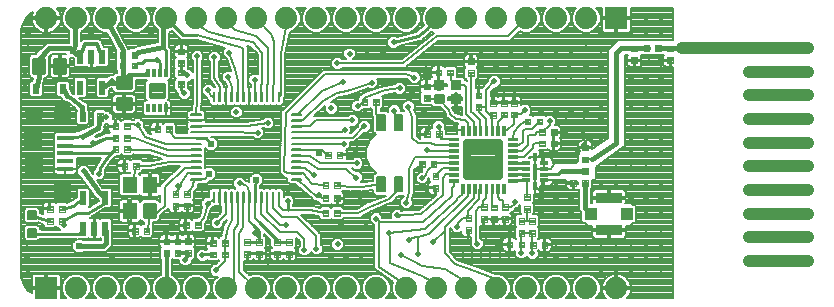
<source format=gtl>
G75*
%MOIN*%
%OFA0B0*%
%FSLAX24Y24*%
%IPPOS*%
%LPD*%
%AMOC8*
5,1,8,0,0,1.08239X$1,22.5*
%
%ADD10C,0.0047*%
%ADD11R,0.0374X0.0335*%
%ADD12C,0.0100*%
%ADD13C,0.0022*%
%ADD14C,0.0272*%
%ADD15C,0.0074*%
%ADD16R,0.0470X0.0550*%
%ADD17C,0.0141*%
%ADD18R,0.0217X0.0472*%
%ADD19R,0.0248X0.0327*%
%ADD20C,0.0091*%
%ADD21R,0.0315X0.0118*%
%ADD22R,0.0118X0.0315*%
%ADD23C,0.0063*%
%ADD24R,0.0740X0.0740*%
%ADD25C,0.0740*%
%ADD26R,0.0866X0.0335*%
%ADD27R,0.0413X0.0394*%
%ADD28C,0.0107*%
%ADD29R,0.0118X0.0295*%
%ADD30R,0.0531X0.0157*%
%ADD31R,0.0610X0.0591*%
%ADD32C,0.0354*%
%ADD33C,0.0055*%
%ADD34C,0.0080*%
%ADD35C,0.0200*%
%ADD36C,0.0180*%
%ADD37C,0.0100*%
%ADD38C,0.0160*%
%ADD39C,0.0120*%
%ADD40C,0.0394*%
%ADD41C,0.0230*%
%ADD42C,0.0240*%
D10*
X009974Y005672D02*
X010164Y005672D01*
X009974Y005672D02*
X009974Y005862D01*
X010164Y005862D01*
X010164Y005672D01*
X010164Y005718D02*
X009974Y005718D01*
X009974Y005764D02*
X010164Y005764D01*
X010164Y005810D02*
X009974Y005810D01*
X009974Y005856D02*
X010164Y005856D01*
X010368Y005672D02*
X010558Y005672D01*
X010368Y005672D02*
X010368Y005862D01*
X010558Y005862D01*
X010558Y005672D01*
X010558Y005718D02*
X010368Y005718D01*
X010368Y005764D02*
X010558Y005764D01*
X010558Y005810D02*
X010368Y005810D01*
X010368Y005856D02*
X010558Y005856D01*
X010555Y006261D02*
X010365Y006261D01*
X010555Y006261D02*
X010555Y006071D01*
X010365Y006071D01*
X010365Y006261D01*
X010365Y006117D02*
X010555Y006117D01*
X010555Y006163D02*
X010365Y006163D01*
X010365Y006209D02*
X010555Y006209D01*
X010555Y006255D02*
X010365Y006255D01*
X010162Y006261D02*
X009972Y006261D01*
X010162Y006261D02*
X010162Y006071D01*
X009972Y006071D01*
X009972Y006261D01*
X009972Y006117D02*
X010162Y006117D01*
X010162Y006163D02*
X009972Y006163D01*
X009972Y006209D02*
X010162Y006209D01*
X010162Y006255D02*
X009972Y006255D01*
X012457Y007506D02*
X012647Y007506D01*
X012457Y007506D02*
X012457Y007696D01*
X012647Y007696D01*
X012647Y007506D01*
X012647Y007552D02*
X012457Y007552D01*
X012457Y007598D02*
X012647Y007598D01*
X012647Y007644D02*
X012457Y007644D01*
X012457Y007690D02*
X012647Y007690D01*
X012850Y007506D02*
X013040Y007506D01*
X012850Y007506D02*
X012850Y007696D01*
X013040Y007696D01*
X013040Y007506D01*
X013040Y007552D02*
X012850Y007552D01*
X012850Y007598D02*
X013040Y007598D01*
X013040Y007644D02*
X012850Y007644D01*
X012850Y007690D02*
X013040Y007690D01*
X012737Y008070D02*
X012547Y008070D01*
X012547Y008260D01*
X012737Y008260D01*
X012737Y008070D01*
X012737Y008116D02*
X012547Y008116D01*
X012547Y008162D02*
X012737Y008162D01*
X012737Y008208D02*
X012547Y008208D01*
X012547Y008254D02*
X012737Y008254D01*
X012737Y008420D02*
X012547Y008420D01*
X012547Y008610D01*
X012737Y008610D01*
X012737Y008420D01*
X012737Y008466D02*
X012547Y008466D01*
X012547Y008512D02*
X012737Y008512D01*
X012737Y008558D02*
X012547Y008558D01*
X012547Y008604D02*
X012737Y008604D01*
X012343Y008420D02*
X012153Y008420D01*
X012153Y008610D01*
X012343Y008610D01*
X012343Y008420D01*
X012343Y008466D02*
X012153Y008466D01*
X012153Y008512D02*
X012343Y008512D01*
X012343Y008558D02*
X012153Y008558D01*
X012153Y008604D02*
X012343Y008604D01*
X012343Y008070D02*
X012153Y008070D01*
X012153Y008260D01*
X012343Y008260D01*
X012343Y008070D01*
X012343Y008116D02*
X012153Y008116D01*
X012153Y008162D02*
X012343Y008162D01*
X012343Y008208D02*
X012153Y008208D01*
X012153Y008254D02*
X012343Y008254D01*
X013553Y008910D02*
X013743Y008910D01*
X013743Y008720D01*
X013553Y008720D01*
X013553Y008910D01*
X013553Y008766D02*
X013743Y008766D01*
X013743Y008812D02*
X013553Y008812D01*
X013553Y008858D02*
X013743Y008858D01*
X013743Y008904D02*
X013553Y008904D01*
X013947Y008910D02*
X014137Y008910D01*
X014137Y008720D01*
X013947Y008720D01*
X013947Y008910D01*
X013947Y008766D02*
X014137Y008766D01*
X014137Y008812D02*
X013947Y008812D01*
X013947Y008858D02*
X014137Y008858D01*
X014137Y008904D02*
X013947Y008904D01*
X012737Y009010D02*
X012547Y009010D01*
X012737Y009010D02*
X012737Y008820D01*
X012547Y008820D01*
X012547Y009010D01*
X012547Y008866D02*
X012737Y008866D01*
X012737Y008912D02*
X012547Y008912D01*
X012547Y008958D02*
X012737Y008958D01*
X012737Y009004D02*
X012547Y009004D01*
X012343Y009010D02*
X012153Y009010D01*
X012343Y009010D02*
X012343Y008820D01*
X012153Y008820D01*
X012153Y009010D01*
X012153Y008866D02*
X012343Y008866D01*
X012343Y008912D02*
X012153Y008912D01*
X012153Y008958D02*
X012343Y008958D01*
X012343Y009004D02*
X012153Y009004D01*
X011831Y009349D02*
X011641Y009349D01*
X011831Y009349D02*
X011831Y009081D01*
X011641Y009081D01*
X011641Y009349D01*
X011641Y009127D02*
X011831Y009127D01*
X011831Y009173D02*
X011641Y009173D01*
X011641Y009219D02*
X011831Y009219D01*
X011831Y009265D02*
X011641Y009265D01*
X011641Y009311D02*
X011831Y009311D01*
X011248Y009349D02*
X011058Y009349D01*
X011248Y009349D02*
X011248Y009081D01*
X011058Y009081D01*
X011058Y009349D01*
X011058Y009127D02*
X011248Y009127D01*
X011248Y009173D02*
X011058Y009173D01*
X011058Y009219D02*
X011248Y009219D01*
X011248Y009265D02*
X011058Y009265D01*
X011058Y009311D02*
X011248Y009311D01*
X014350Y010223D02*
X014350Y010413D01*
X014540Y010413D01*
X014540Y010223D01*
X014350Y010223D01*
X014350Y010269D02*
X014540Y010269D01*
X014540Y010315D02*
X014350Y010315D01*
X014350Y010361D02*
X014540Y010361D01*
X014540Y010407D02*
X014350Y010407D01*
X014350Y010617D02*
X014350Y010807D01*
X014540Y010807D01*
X014540Y010617D01*
X014350Y010617D01*
X014350Y010663D02*
X014540Y010663D01*
X014540Y010709D02*
X014350Y010709D01*
X014350Y010755D02*
X014540Y010755D01*
X014540Y010801D02*
X014350Y010801D01*
X014350Y010923D02*
X014350Y011113D01*
X014540Y011113D01*
X014540Y010923D01*
X014350Y010923D01*
X014350Y010969D02*
X014540Y010969D01*
X014540Y011015D02*
X014350Y011015D01*
X014350Y011061D02*
X014540Y011061D01*
X014540Y011107D02*
X014350Y011107D01*
X014350Y011317D02*
X014350Y011507D01*
X014540Y011507D01*
X014540Y011317D01*
X014350Y011317D01*
X014350Y011363D02*
X014540Y011363D01*
X014540Y011409D02*
X014350Y011409D01*
X014350Y011455D02*
X014540Y011455D01*
X014540Y011501D02*
X014350Y011501D01*
X012977Y011193D02*
X012787Y011193D01*
X012787Y011383D01*
X012977Y011383D01*
X012977Y011193D01*
X012977Y011239D02*
X012787Y011239D01*
X012787Y011285D02*
X012977Y011285D01*
X012977Y011331D02*
X012787Y011331D01*
X012787Y011377D02*
X012977Y011377D01*
X012583Y011193D02*
X012393Y011193D01*
X012393Y011383D01*
X012583Y011383D01*
X012583Y011193D01*
X012583Y011239D02*
X012393Y011239D01*
X012393Y011285D02*
X012583Y011285D01*
X012583Y011331D02*
X012393Y011331D01*
X012393Y011377D02*
X012583Y011377D01*
X012583Y010845D02*
X012393Y010845D01*
X012393Y011035D01*
X012583Y011035D01*
X012583Y010845D01*
X012583Y010891D02*
X012393Y010891D01*
X012393Y010937D02*
X012583Y010937D01*
X012583Y010983D02*
X012393Y010983D01*
X012393Y011029D02*
X012583Y011029D01*
X012787Y010845D02*
X012977Y010845D01*
X012787Y010845D02*
X012787Y011035D01*
X012977Y011035D01*
X012977Y010845D01*
X012977Y010891D02*
X012787Y010891D01*
X012787Y010937D02*
X012977Y010937D01*
X012977Y010983D02*
X012787Y010983D01*
X012787Y011029D02*
X012977Y011029D01*
X019234Y007867D02*
X019424Y007867D01*
X019234Y007867D02*
X019234Y008057D01*
X019424Y008057D01*
X019424Y007867D01*
X019424Y007913D02*
X019234Y007913D01*
X019234Y007959D02*
X019424Y007959D01*
X019424Y008005D02*
X019234Y008005D01*
X019234Y008051D02*
X019424Y008051D01*
X019628Y007867D02*
X019818Y007867D01*
X019628Y007867D02*
X019628Y008057D01*
X019818Y008057D01*
X019818Y007867D01*
X019818Y007913D02*
X019628Y007913D01*
X019628Y007959D02*
X019818Y007959D01*
X019818Y008005D02*
X019628Y008005D01*
X019628Y008051D02*
X019818Y008051D01*
X019737Y007060D02*
X019547Y007060D01*
X019737Y007060D02*
X019737Y006870D01*
X019547Y006870D01*
X019547Y007060D01*
X019547Y006916D02*
X019737Y006916D01*
X019737Y006962D02*
X019547Y006962D01*
X019547Y007008D02*
X019737Y007008D01*
X019737Y007054D02*
X019547Y007054D01*
X019343Y007060D02*
X019153Y007060D01*
X019343Y007060D02*
X019343Y006870D01*
X019153Y006870D01*
X019153Y007060D01*
X019153Y006916D02*
X019343Y006916D01*
X019343Y006962D02*
X019153Y006962D01*
X019153Y007008D02*
X019343Y007008D01*
X019343Y007054D02*
X019153Y007054D01*
X019154Y006609D02*
X019344Y006609D01*
X019344Y006419D01*
X019154Y006419D01*
X019154Y006609D01*
X019154Y006465D02*
X019344Y006465D01*
X019344Y006511D02*
X019154Y006511D01*
X019154Y006557D02*
X019344Y006557D01*
X019344Y006603D02*
X019154Y006603D01*
X019548Y006609D02*
X019738Y006609D01*
X019738Y006419D01*
X019548Y006419D01*
X019548Y006609D01*
X019548Y006465D02*
X019738Y006465D01*
X019738Y006511D02*
X019548Y006511D01*
X019548Y006557D02*
X019738Y006557D01*
X019738Y006603D02*
X019548Y006603D01*
X019547Y006110D02*
X019737Y006110D01*
X019737Y005920D01*
X019547Y005920D01*
X019547Y006110D01*
X019547Y005966D02*
X019737Y005966D01*
X019737Y006012D02*
X019547Y006012D01*
X019547Y006058D02*
X019737Y006058D01*
X019737Y006104D02*
X019547Y006104D01*
X019343Y006110D02*
X019153Y006110D01*
X019343Y006110D02*
X019343Y005920D01*
X019153Y005920D01*
X019153Y006110D01*
X019153Y005966D02*
X019343Y005966D01*
X019343Y006012D02*
X019153Y006012D01*
X019153Y006058D02*
X019343Y006058D01*
X019343Y006104D02*
X019153Y006104D01*
X017950Y005157D02*
X017950Y004967D01*
X017950Y005157D02*
X018140Y005157D01*
X018140Y004967D01*
X017950Y004967D01*
X017950Y005013D02*
X018140Y005013D01*
X018140Y005059D02*
X017950Y005059D01*
X017950Y005105D02*
X018140Y005105D01*
X018140Y005151D02*
X017950Y005151D01*
X017550Y005157D02*
X017550Y004967D01*
X017550Y005157D02*
X017740Y005157D01*
X017740Y004967D01*
X017550Y004967D01*
X017550Y005013D02*
X017740Y005013D01*
X017740Y005059D02*
X017550Y005059D01*
X017550Y005105D02*
X017740Y005105D01*
X017740Y005151D02*
X017550Y005151D01*
X017140Y005157D02*
X017140Y004967D01*
X016950Y004967D01*
X016950Y005157D01*
X017140Y005157D01*
X017140Y005013D02*
X016950Y005013D01*
X016950Y005059D02*
X017140Y005059D01*
X017140Y005105D02*
X016950Y005105D01*
X016950Y005151D02*
X017140Y005151D01*
X016550Y005157D02*
X016550Y004967D01*
X016550Y005157D02*
X016740Y005157D01*
X016740Y004967D01*
X016550Y004967D01*
X016550Y005013D02*
X016740Y005013D01*
X016740Y005059D02*
X016550Y005059D01*
X016550Y005105D02*
X016740Y005105D01*
X016740Y005151D02*
X016550Y005151D01*
X016550Y004763D02*
X016550Y004573D01*
X016550Y004763D02*
X016740Y004763D01*
X016740Y004573D01*
X016550Y004573D01*
X016550Y004619D02*
X016740Y004619D01*
X016740Y004665D02*
X016550Y004665D01*
X016550Y004711D02*
X016740Y004711D01*
X016740Y004757D02*
X016550Y004757D01*
X017140Y004763D02*
X017140Y004573D01*
X016950Y004573D01*
X016950Y004763D01*
X017140Y004763D01*
X017140Y004619D02*
X016950Y004619D01*
X016950Y004665D02*
X017140Y004665D01*
X017140Y004711D02*
X016950Y004711D01*
X016950Y004757D02*
X017140Y004757D01*
X017550Y004763D02*
X017550Y004573D01*
X017550Y004763D02*
X017740Y004763D01*
X017740Y004573D01*
X017550Y004573D01*
X017550Y004619D02*
X017740Y004619D01*
X017740Y004665D02*
X017550Y004665D01*
X017550Y004711D02*
X017740Y004711D01*
X017740Y004757D02*
X017550Y004757D01*
X017950Y004763D02*
X017950Y004573D01*
X017950Y004763D02*
X018140Y004763D01*
X018140Y004573D01*
X017950Y004573D01*
X017950Y004619D02*
X018140Y004619D01*
X018140Y004665D02*
X017950Y004665D01*
X017950Y004711D02*
X018140Y004711D01*
X018140Y004757D02*
X017950Y004757D01*
X015987Y004740D02*
X015797Y004740D01*
X015987Y004740D02*
X015987Y004550D01*
X015797Y004550D01*
X015797Y004740D01*
X015797Y004596D02*
X015987Y004596D01*
X015987Y004642D02*
X015797Y004642D01*
X015797Y004688D02*
X015987Y004688D01*
X015987Y004734D02*
X015797Y004734D01*
X015797Y004920D02*
X015987Y004920D01*
X015797Y004920D02*
X015797Y005110D01*
X015987Y005110D01*
X015987Y004920D01*
X015987Y004966D02*
X015797Y004966D01*
X015797Y005012D02*
X015987Y005012D01*
X015987Y005058D02*
X015797Y005058D01*
X015797Y005104D02*
X015987Y005104D01*
X015593Y004920D02*
X015403Y004920D01*
X015403Y005110D01*
X015593Y005110D01*
X015593Y004920D01*
X015593Y004966D02*
X015403Y004966D01*
X015403Y005012D02*
X015593Y005012D01*
X015593Y005058D02*
X015403Y005058D01*
X015403Y005104D02*
X015593Y005104D01*
X015593Y004740D02*
X015403Y004740D01*
X015593Y004740D02*
X015593Y004550D01*
X015403Y004550D01*
X015403Y004740D01*
X015403Y004596D02*
X015593Y004596D01*
X015593Y004642D02*
X015403Y004642D01*
X015403Y004688D02*
X015593Y004688D01*
X015593Y004734D02*
X015403Y004734D01*
X014771Y004783D02*
X014771Y004593D01*
X014581Y004593D01*
X014581Y004783D01*
X014771Y004783D01*
X014771Y004639D02*
X014581Y004639D01*
X014581Y004685D02*
X014771Y004685D01*
X014771Y004731D02*
X014581Y004731D01*
X014581Y004777D02*
X014771Y004777D01*
X014771Y004987D02*
X014771Y005177D01*
X014771Y004987D02*
X014581Y004987D01*
X014581Y005177D01*
X014771Y005177D01*
X014771Y005033D02*
X014581Y005033D01*
X014581Y005079D02*
X014771Y005079D01*
X014771Y005125D02*
X014581Y005125D01*
X014581Y005171D02*
X014771Y005171D01*
X014225Y005174D02*
X014225Y004984D01*
X014225Y005174D02*
X014415Y005174D01*
X014415Y004984D01*
X014225Y004984D01*
X014225Y005030D02*
X014415Y005030D01*
X014415Y005076D02*
X014225Y005076D01*
X014225Y005122D02*
X014415Y005122D01*
X014415Y005168D02*
X014225Y005168D01*
X013859Y005171D02*
X013859Y004981D01*
X013859Y005171D02*
X014049Y005171D01*
X014049Y004981D01*
X013859Y004981D01*
X013859Y005027D02*
X014049Y005027D01*
X014049Y005073D02*
X013859Y005073D01*
X013859Y005119D02*
X014049Y005119D01*
X014049Y005165D02*
X013859Y005165D01*
X014225Y004780D02*
X014225Y004590D01*
X014225Y004780D02*
X014415Y004780D01*
X014415Y004590D01*
X014225Y004590D01*
X014225Y004636D02*
X014415Y004636D01*
X014415Y004682D02*
X014225Y004682D01*
X014225Y004728D02*
X014415Y004728D01*
X014415Y004774D02*
X014225Y004774D01*
X013859Y004777D02*
X013859Y004587D01*
X013859Y004777D02*
X014049Y004777D01*
X014049Y004587D01*
X013859Y004587D01*
X013859Y004633D02*
X014049Y004633D01*
X014049Y004679D02*
X013859Y004679D01*
X013859Y004725D02*
X014049Y004725D01*
X014049Y004771D02*
X013859Y004771D01*
X013386Y005337D02*
X013196Y005337D01*
X013196Y005527D01*
X013386Y005527D01*
X013386Y005337D01*
X013386Y005383D02*
X013196Y005383D01*
X013196Y005429D02*
X013386Y005429D01*
X013386Y005475D02*
X013196Y005475D01*
X013196Y005521D02*
X013386Y005521D01*
X012992Y005337D02*
X012802Y005337D01*
X012802Y005527D01*
X012992Y005527D01*
X012992Y005337D01*
X012992Y005383D02*
X012802Y005383D01*
X012802Y005429D02*
X012992Y005429D01*
X012992Y005475D02*
X012802Y005475D01*
X012802Y005521D02*
X012992Y005521D01*
X014157Y006173D02*
X014157Y006363D01*
X014347Y006363D01*
X014347Y006173D01*
X014157Y006173D01*
X014157Y006219D02*
X014347Y006219D01*
X014347Y006265D02*
X014157Y006265D01*
X014157Y006311D02*
X014347Y006311D01*
X014347Y006357D02*
X014157Y006357D01*
X014550Y006363D02*
X014550Y006173D01*
X014550Y006363D02*
X014740Y006363D01*
X014740Y006173D01*
X014550Y006173D01*
X014550Y006219D02*
X014740Y006219D01*
X014740Y006265D02*
X014550Y006265D01*
X014550Y006311D02*
X014740Y006311D01*
X014740Y006357D02*
X014550Y006357D01*
X014550Y006567D02*
X014550Y006757D01*
X014740Y006757D01*
X014740Y006567D01*
X014550Y006567D01*
X014550Y006613D02*
X014740Y006613D01*
X014740Y006659D02*
X014550Y006659D01*
X014550Y006705D02*
X014740Y006705D01*
X014740Y006751D02*
X014550Y006751D01*
X014157Y006757D02*
X014157Y006567D01*
X014157Y006757D02*
X014347Y006757D01*
X014347Y006567D01*
X014157Y006567D01*
X014157Y006613D02*
X014347Y006613D01*
X014347Y006659D02*
X014157Y006659D01*
X014157Y006705D02*
X014347Y006705D01*
X014347Y006751D02*
X014157Y006751D01*
X014503Y005520D02*
X014693Y005520D01*
X014503Y005520D02*
X014503Y005710D01*
X014693Y005710D01*
X014693Y005520D01*
X014693Y005566D02*
X014503Y005566D01*
X014503Y005612D02*
X014693Y005612D01*
X014693Y005658D02*
X014503Y005658D01*
X014503Y005704D02*
X014693Y005704D01*
X014897Y005520D02*
X015087Y005520D01*
X014897Y005520D02*
X014897Y005710D01*
X015087Y005710D01*
X015087Y005520D01*
X015087Y005566D02*
X014897Y005566D01*
X014897Y005612D02*
X015087Y005612D01*
X015087Y005658D02*
X014897Y005658D01*
X014897Y005704D02*
X015087Y005704D01*
X022364Y007741D02*
X022554Y007741D01*
X022554Y007551D01*
X022364Y007551D01*
X022364Y007741D01*
X022364Y007597D02*
X022554Y007597D01*
X022554Y007643D02*
X022364Y007643D01*
X022364Y007689D02*
X022554Y007689D01*
X022554Y007735D02*
X022364Y007735D01*
X022757Y007741D02*
X022947Y007741D01*
X022947Y007551D01*
X022757Y007551D01*
X022757Y007741D01*
X022757Y007597D02*
X022947Y007597D01*
X022947Y007643D02*
X022757Y007643D01*
X022757Y007689D02*
X022947Y007689D01*
X022947Y007735D02*
X022757Y007735D01*
X022820Y007357D02*
X022820Y007167D01*
X022820Y007357D02*
X023010Y007357D01*
X023010Y007167D01*
X022820Y007167D01*
X022820Y007213D02*
X023010Y007213D01*
X023010Y007259D02*
X022820Y007259D01*
X022820Y007305D02*
X023010Y007305D01*
X023010Y007351D02*
X022820Y007351D01*
X022820Y006963D02*
X022820Y006773D01*
X022820Y006963D02*
X023010Y006963D01*
X023010Y006773D01*
X022820Y006773D01*
X022820Y006819D02*
X023010Y006819D01*
X023010Y006865D02*
X022820Y006865D01*
X022820Y006911D02*
X023010Y006911D01*
X023010Y006957D02*
X022820Y006957D01*
X024430Y006317D02*
X024430Y006127D01*
X024430Y006317D02*
X024620Y006317D01*
X024620Y006127D01*
X024430Y006127D01*
X024430Y006173D02*
X024620Y006173D01*
X024620Y006219D02*
X024430Y006219D01*
X024430Y006265D02*
X024620Y006265D01*
X024620Y006311D02*
X024430Y006311D01*
X024960Y006307D02*
X024960Y006117D01*
X024770Y006117D01*
X024770Y006307D01*
X024960Y006307D01*
X024960Y006163D02*
X024770Y006163D01*
X024770Y006209D02*
X024960Y006209D01*
X024960Y006255D02*
X024770Y006255D01*
X024770Y006301D02*
X024960Y006301D01*
X025130Y006317D02*
X025130Y006127D01*
X025130Y006317D02*
X025320Y006317D01*
X025320Y006127D01*
X025130Y006127D01*
X025130Y006173D02*
X025320Y006173D01*
X025320Y006219D02*
X025130Y006219D01*
X025130Y006265D02*
X025320Y006265D01*
X025320Y006311D02*
X025130Y006311D01*
X025130Y005923D02*
X025130Y005733D01*
X025130Y005923D02*
X025320Y005923D01*
X025320Y005733D01*
X025130Y005733D01*
X025130Y005779D02*
X025320Y005779D01*
X025320Y005825D02*
X025130Y005825D01*
X025130Y005871D02*
X025320Y005871D01*
X025320Y005917D02*
X025130Y005917D01*
X024960Y005913D02*
X024960Y005723D01*
X024770Y005723D01*
X024770Y005913D01*
X024960Y005913D01*
X024960Y005769D02*
X024770Y005769D01*
X024770Y005815D02*
X024960Y005815D01*
X024960Y005861D02*
X024770Y005861D01*
X024770Y005907D02*
X024960Y005907D01*
X024430Y005923D02*
X024430Y005733D01*
X024430Y005923D02*
X024620Y005923D01*
X024620Y005733D01*
X024430Y005733D01*
X024430Y005779D02*
X024620Y005779D01*
X024620Y005825D02*
X024430Y005825D01*
X024430Y005871D02*
X024620Y005871D01*
X024620Y005917D02*
X024430Y005917D01*
X023920Y005947D02*
X023920Y005757D01*
X023920Y005947D02*
X024110Y005947D01*
X024110Y005757D01*
X023920Y005757D01*
X023920Y005803D02*
X024110Y005803D01*
X024110Y005849D02*
X023920Y005849D01*
X023920Y005895D02*
X024110Y005895D01*
X024110Y005941D02*
X023920Y005941D01*
X023920Y005553D02*
X023920Y005363D01*
X023920Y005553D02*
X024110Y005553D01*
X024110Y005363D01*
X023920Y005363D01*
X023920Y005409D02*
X024110Y005409D01*
X024110Y005455D02*
X023920Y005455D01*
X023920Y005501D02*
X024110Y005501D01*
X024110Y005547D02*
X023920Y005547D01*
X025293Y005070D02*
X025483Y005070D01*
X025483Y004880D01*
X025293Y004880D01*
X025293Y005070D01*
X025293Y004926D02*
X025483Y004926D01*
X025483Y004972D02*
X025293Y004972D01*
X025293Y005018D02*
X025483Y005018D01*
X025483Y005064D02*
X025293Y005064D01*
X025687Y005070D02*
X025877Y005070D01*
X025877Y004880D01*
X025687Y004880D01*
X025687Y005070D01*
X025687Y004926D02*
X025877Y004926D01*
X025877Y004972D02*
X025687Y004972D01*
X025687Y005018D02*
X025877Y005018D01*
X025877Y005064D02*
X025687Y005064D01*
X025880Y005273D02*
X025880Y005463D01*
X025880Y005273D02*
X025690Y005273D01*
X025690Y005463D01*
X025880Y005463D01*
X025880Y005319D02*
X025690Y005319D01*
X025690Y005365D02*
X025880Y005365D01*
X025880Y005411D02*
X025690Y005411D01*
X025690Y005457D02*
X025880Y005457D01*
X026050Y005463D02*
X026050Y005273D01*
X026050Y005463D02*
X026240Y005463D01*
X026240Y005273D01*
X026050Y005273D01*
X026050Y005319D02*
X026240Y005319D01*
X026240Y005365D02*
X026050Y005365D01*
X026050Y005411D02*
X026240Y005411D01*
X026240Y005457D02*
X026050Y005457D01*
X026050Y005667D02*
X026050Y005857D01*
X026240Y005857D01*
X026240Y005667D01*
X026050Y005667D01*
X026050Y005713D02*
X026240Y005713D01*
X026240Y005759D02*
X026050Y005759D01*
X026050Y005805D02*
X026240Y005805D01*
X026240Y005851D02*
X026050Y005851D01*
X025880Y005857D02*
X025880Y005667D01*
X025690Y005667D01*
X025690Y005857D01*
X025880Y005857D01*
X025880Y005713D02*
X025690Y005713D01*
X025690Y005759D02*
X025880Y005759D01*
X025880Y005805D02*
X025690Y005805D01*
X025690Y005851D02*
X025880Y005851D01*
X025880Y006063D02*
X025880Y006253D01*
X026070Y006253D01*
X026070Y006063D01*
X025880Y006063D01*
X025880Y006109D02*
X026070Y006109D01*
X026070Y006155D02*
X025880Y006155D01*
X025880Y006201D02*
X026070Y006201D01*
X026070Y006247D02*
X025880Y006247D01*
X025880Y006457D02*
X025880Y006647D01*
X026070Y006647D01*
X026070Y006457D01*
X025880Y006457D01*
X025880Y006503D02*
X026070Y006503D01*
X026070Y006549D02*
X025880Y006549D01*
X025880Y006595D02*
X026070Y006595D01*
X026070Y006641D02*
X025880Y006641D01*
X027415Y006930D02*
X027605Y006930D01*
X027415Y006930D02*
X027415Y007120D01*
X027605Y007120D01*
X027605Y006930D01*
X027605Y006976D02*
X027415Y006976D01*
X027415Y007022D02*
X027605Y007022D01*
X027605Y007068D02*
X027415Y007068D01*
X027415Y007114D02*
X027605Y007114D01*
X027809Y006930D02*
X027999Y006930D01*
X027809Y006930D02*
X027809Y007120D01*
X027999Y007120D01*
X027999Y006930D01*
X027999Y006976D02*
X027809Y006976D01*
X027809Y007022D02*
X027999Y007022D01*
X027999Y007068D02*
X027809Y007068D01*
X027809Y007114D02*
X027999Y007114D01*
X027810Y007120D02*
X027810Y006930D01*
X027810Y007120D02*
X028000Y007120D01*
X028000Y006930D01*
X027810Y006930D01*
X027810Y006976D02*
X028000Y006976D01*
X028000Y007022D02*
X027810Y007022D01*
X027810Y007068D02*
X028000Y007068D01*
X028000Y007114D02*
X027810Y007114D01*
X028000Y007318D02*
X028000Y007508D01*
X028000Y007318D02*
X027810Y007318D01*
X027810Y007508D01*
X028000Y007508D01*
X028000Y007364D02*
X027810Y007364D01*
X027810Y007410D02*
X028000Y007410D01*
X028000Y007456D02*
X027810Y007456D01*
X027810Y007502D02*
X028000Y007502D01*
X027810Y007514D02*
X027810Y007324D01*
X027810Y007514D02*
X028000Y007514D01*
X028000Y007324D01*
X027810Y007324D01*
X027810Y007370D02*
X028000Y007370D01*
X028000Y007416D02*
X027810Y007416D01*
X027810Y007462D02*
X028000Y007462D01*
X028000Y007508D02*
X027810Y007508D01*
X028000Y007711D02*
X028000Y007901D01*
X028000Y007711D02*
X027810Y007711D01*
X027810Y007901D01*
X028000Y007901D01*
X028000Y007757D02*
X027810Y007757D01*
X027810Y007803D02*
X028000Y007803D01*
X028000Y007849D02*
X027810Y007849D01*
X027810Y007895D02*
X028000Y007895D01*
X027811Y007907D02*
X027811Y007717D01*
X027811Y007907D02*
X028001Y007907D01*
X028001Y007717D01*
X027811Y007717D01*
X027811Y007763D02*
X028001Y007763D01*
X028001Y007809D02*
X027811Y007809D01*
X027811Y007855D02*
X028001Y007855D01*
X028001Y007901D02*
X027811Y007901D01*
X027811Y008111D02*
X027811Y008301D01*
X028001Y008301D01*
X028001Y008111D01*
X027811Y008111D01*
X027811Y008157D02*
X028001Y008157D01*
X028001Y008203D02*
X027811Y008203D01*
X027811Y008249D02*
X028001Y008249D01*
X028001Y008295D02*
X027811Y008295D01*
X026957Y008250D02*
X026767Y008250D01*
X026767Y008440D01*
X026957Y008440D01*
X026957Y008250D01*
X026957Y008296D02*
X026767Y008296D01*
X026767Y008342D02*
X026957Y008342D01*
X026957Y008388D02*
X026767Y008388D01*
X026767Y008434D02*
X026957Y008434D01*
X026957Y008620D02*
X026767Y008620D01*
X026767Y008810D01*
X026957Y008810D01*
X026957Y008620D01*
X026957Y008666D02*
X026767Y008666D01*
X026767Y008712D02*
X026957Y008712D01*
X026957Y008758D02*
X026767Y008758D01*
X026767Y008804D02*
X026957Y008804D01*
X026563Y008620D02*
X026373Y008620D01*
X026373Y008810D01*
X026563Y008810D01*
X026563Y008620D01*
X026563Y008666D02*
X026373Y008666D01*
X026373Y008712D02*
X026563Y008712D01*
X026563Y008758D02*
X026373Y008758D01*
X026373Y008804D02*
X026563Y008804D01*
X026477Y008980D02*
X026287Y008980D01*
X026287Y009170D01*
X026477Y009170D01*
X026477Y008980D01*
X026477Y009026D02*
X026287Y009026D01*
X026287Y009072D02*
X026477Y009072D01*
X026477Y009118D02*
X026287Y009118D01*
X026287Y009164D02*
X026477Y009164D01*
X026083Y008980D02*
X025893Y008980D01*
X025893Y009170D01*
X026083Y009170D01*
X026083Y008980D01*
X026083Y009026D02*
X025893Y009026D01*
X025893Y009072D02*
X026083Y009072D01*
X026083Y009118D02*
X025893Y009118D01*
X025893Y009164D02*
X026083Y009164D01*
X025630Y009213D02*
X025630Y009403D01*
X025630Y009213D02*
X025440Y009213D01*
X025440Y009403D01*
X025630Y009403D01*
X025630Y009259D02*
X025440Y009259D01*
X025440Y009305D02*
X025630Y009305D01*
X025630Y009351D02*
X025440Y009351D01*
X025440Y009397D02*
X025630Y009397D01*
X025630Y009607D02*
X025630Y009797D01*
X025630Y009607D02*
X025440Y009607D01*
X025440Y009797D01*
X025630Y009797D01*
X025630Y009653D02*
X025440Y009653D01*
X025440Y009699D02*
X025630Y009699D01*
X025630Y009745D02*
X025440Y009745D01*
X025440Y009791D02*
X025630Y009791D01*
X025290Y009797D02*
X025290Y009607D01*
X025100Y009607D01*
X025100Y009797D01*
X025290Y009797D01*
X025290Y009653D02*
X025100Y009653D01*
X025100Y009699D02*
X025290Y009699D01*
X025290Y009745D02*
X025100Y009745D01*
X025100Y009791D02*
X025290Y009791D01*
X024930Y009787D02*
X024930Y009597D01*
X024740Y009597D01*
X024740Y009787D01*
X024930Y009787D01*
X024930Y009643D02*
X024740Y009643D01*
X024740Y009689D02*
X024930Y009689D01*
X024930Y009735D02*
X024740Y009735D01*
X024740Y009781D02*
X024930Y009781D01*
X024450Y009847D02*
X024450Y010037D01*
X024450Y009847D02*
X024260Y009847D01*
X024260Y010037D01*
X024450Y010037D01*
X024450Y009893D02*
X024260Y009893D01*
X024260Y009939D02*
X024450Y009939D01*
X024450Y009985D02*
X024260Y009985D01*
X024260Y010031D02*
X024450Y010031D01*
X024450Y009643D02*
X024450Y009453D01*
X024260Y009453D01*
X024260Y009643D01*
X024450Y009643D01*
X024450Y009499D02*
X024260Y009499D01*
X024260Y009545D02*
X024450Y009545D01*
X024450Y009591D02*
X024260Y009591D01*
X024260Y009637D02*
X024450Y009637D01*
X024930Y009393D02*
X024930Y009203D01*
X024740Y009203D01*
X024740Y009393D01*
X024930Y009393D01*
X024930Y009249D02*
X024740Y009249D01*
X024740Y009295D02*
X024930Y009295D01*
X024930Y009341D02*
X024740Y009341D01*
X024740Y009387D02*
X024930Y009387D01*
X025290Y009403D02*
X025290Y009213D01*
X025100Y009213D01*
X025100Y009403D01*
X025290Y009403D01*
X025290Y009259D02*
X025100Y009259D01*
X025100Y009305D02*
X025290Y009305D01*
X025290Y009351D02*
X025100Y009351D01*
X025100Y009397D02*
X025290Y009397D01*
X023127Y008750D02*
X022937Y008750D01*
X023127Y008750D02*
X023127Y008560D01*
X022937Y008560D01*
X022937Y008750D01*
X022937Y008606D02*
X023127Y008606D01*
X023127Y008652D02*
X022937Y008652D01*
X022937Y008698D02*
X023127Y008698D01*
X023127Y008744D02*
X022937Y008744D01*
X022733Y008750D02*
X022543Y008750D01*
X022733Y008750D02*
X022733Y008560D01*
X022543Y008560D01*
X022543Y008750D01*
X022543Y008606D02*
X022733Y008606D01*
X022733Y008652D02*
X022543Y008652D01*
X022543Y008698D02*
X022733Y008698D01*
X022733Y008744D02*
X022543Y008744D01*
X022720Y009753D02*
X022720Y009943D01*
X022720Y009753D02*
X022530Y009753D01*
X022530Y009943D01*
X022720Y009943D01*
X022720Y009799D02*
X022530Y009799D01*
X022530Y009845D02*
X022720Y009845D01*
X022720Y009891D02*
X022530Y009891D01*
X022530Y009937D02*
X022720Y009937D01*
X022720Y010147D02*
X022720Y010337D01*
X022720Y010147D02*
X022530Y010147D01*
X022530Y010337D01*
X022720Y010337D01*
X022720Y010193D02*
X022530Y010193D01*
X022530Y010239D02*
X022720Y010239D01*
X022720Y010285D02*
X022530Y010285D01*
X022530Y010331D02*
X022720Y010331D01*
X022923Y010800D02*
X023113Y010800D01*
X023113Y010610D01*
X022923Y010610D01*
X022923Y010800D01*
X022923Y010656D02*
X023113Y010656D01*
X023113Y010702D02*
X022923Y010702D01*
X022923Y010748D02*
X023113Y010748D01*
X023113Y010794D02*
X022923Y010794D01*
X023317Y010800D02*
X023507Y010800D01*
X023507Y010610D01*
X023317Y010610D01*
X023317Y010800D01*
X023317Y010656D02*
X023507Y010656D01*
X023507Y010702D02*
X023317Y010702D01*
X023317Y010748D02*
X023507Y010748D01*
X023507Y010794D02*
X023317Y010794D01*
X024200Y010783D02*
X024200Y010593D01*
X024010Y010593D01*
X024010Y010783D01*
X024200Y010783D01*
X024200Y010639D02*
X024010Y010639D01*
X024010Y010685D02*
X024200Y010685D01*
X024200Y010731D02*
X024010Y010731D01*
X024010Y010777D02*
X024200Y010777D01*
X024200Y010987D02*
X024200Y011177D01*
X024200Y010987D02*
X024010Y010987D01*
X024010Y011177D01*
X024200Y011177D01*
X024200Y011033D02*
X024010Y011033D01*
X024010Y011079D02*
X024200Y011079D01*
X024200Y011125D02*
X024010Y011125D01*
X024010Y011171D02*
X024200Y011171D01*
X021037Y009810D02*
X020847Y009810D01*
X021037Y009810D02*
X021037Y009620D01*
X020847Y009620D01*
X020847Y009810D01*
X020847Y009666D02*
X021037Y009666D01*
X021037Y009712D02*
X020847Y009712D01*
X020847Y009758D02*
X021037Y009758D01*
X021037Y009804D02*
X020847Y009804D01*
X020643Y009810D02*
X020453Y009810D01*
X020643Y009810D02*
X020643Y009620D01*
X020453Y009620D01*
X020453Y009810D01*
X020453Y009666D02*
X020643Y009666D01*
X020643Y009712D02*
X020453Y009712D01*
X020453Y009758D02*
X020643Y009758D01*
X020643Y009804D02*
X020453Y009804D01*
X026373Y008250D02*
X026563Y008250D01*
X026373Y008250D02*
X026373Y008440D01*
X026563Y008440D01*
X026563Y008250D01*
X026563Y008296D02*
X026373Y008296D01*
X026373Y008342D02*
X026563Y008342D01*
X026563Y008388D02*
X026373Y008388D01*
X026373Y008434D02*
X026563Y008434D01*
X029640Y011023D02*
X029640Y011213D01*
X029640Y011023D02*
X029450Y011023D01*
X029450Y011213D01*
X029640Y011213D01*
X029640Y011069D02*
X029450Y011069D01*
X029450Y011115D02*
X029640Y011115D01*
X029640Y011161D02*
X029450Y011161D01*
X029450Y011207D02*
X029640Y011207D01*
X029640Y011417D02*
X029640Y011607D01*
X029640Y011417D02*
X029450Y011417D01*
X029450Y011607D01*
X029640Y011607D01*
X029640Y011463D02*
X029450Y011463D01*
X029450Y011509D02*
X029640Y011509D01*
X029640Y011555D02*
X029450Y011555D01*
X029450Y011601D02*
X029640Y011601D01*
X029853Y011420D02*
X030043Y011420D01*
X029853Y011420D02*
X029853Y011610D01*
X030043Y011610D01*
X030043Y011420D01*
X030043Y011466D02*
X029853Y011466D01*
X029853Y011512D02*
X030043Y011512D01*
X030043Y011558D02*
X029853Y011558D01*
X029853Y011604D02*
X030043Y011604D01*
X030247Y011420D02*
X030437Y011420D01*
X030247Y011420D02*
X030247Y011610D01*
X030437Y011610D01*
X030437Y011420D01*
X030437Y011466D02*
X030247Y011466D01*
X030247Y011512D02*
X030437Y011512D01*
X030437Y011558D02*
X030247Y011558D01*
X030247Y011604D02*
X030437Y011604D01*
X030650Y011607D02*
X030650Y011417D01*
X030650Y011607D02*
X030840Y011607D01*
X030840Y011417D01*
X030650Y011417D01*
X030650Y011463D02*
X030840Y011463D01*
X030840Y011509D02*
X030650Y011509D01*
X030650Y011555D02*
X030840Y011555D01*
X030840Y011601D02*
X030650Y011601D01*
X030650Y011213D02*
X030650Y011023D01*
X030650Y011213D02*
X030840Y011213D01*
X030840Y011023D01*
X030650Y011023D01*
X030650Y011069D02*
X030840Y011069D01*
X030840Y011115D02*
X030650Y011115D01*
X030650Y011161D02*
X030840Y011161D01*
X030840Y011207D02*
X030650Y011207D01*
X026647Y004870D02*
X026457Y004870D01*
X026457Y005060D01*
X026647Y005060D01*
X026647Y004870D01*
X026647Y004916D02*
X026457Y004916D01*
X026457Y004962D02*
X026647Y004962D01*
X026647Y005008D02*
X026457Y005008D01*
X026457Y005054D02*
X026647Y005054D01*
X026253Y004870D02*
X026063Y004870D01*
X026063Y005060D01*
X026253Y005060D01*
X026253Y004870D01*
X026253Y004916D02*
X026063Y004916D01*
X026063Y004962D02*
X026253Y004962D01*
X026253Y005008D02*
X026063Y005008D01*
X026063Y005054D02*
X026253Y005054D01*
D11*
X023600Y009839D03*
X023600Y010291D03*
X023029Y010291D03*
D12*
X023166Y009722D02*
X022892Y009722D01*
X022892Y009956D01*
X023166Y009956D01*
X023166Y009722D01*
X023166Y009821D02*
X022892Y009821D01*
X022892Y009920D02*
X023166Y009920D01*
D13*
X023771Y008925D02*
X023771Y008633D01*
X023771Y008925D02*
X023861Y008925D01*
X023861Y008633D01*
X023771Y008633D01*
X023771Y008654D02*
X023861Y008654D01*
X023861Y008675D02*
X023771Y008675D01*
X023771Y008696D02*
X023861Y008696D01*
X023861Y008717D02*
X023771Y008717D01*
X023771Y008738D02*
X023861Y008738D01*
X023861Y008759D02*
X023771Y008759D01*
X023771Y008780D02*
X023861Y008780D01*
X023861Y008801D02*
X023771Y008801D01*
X023771Y008822D02*
X023861Y008822D01*
X023861Y008843D02*
X023771Y008843D01*
X023771Y008864D02*
X023861Y008864D01*
X023861Y008885D02*
X023771Y008885D01*
X023771Y008906D02*
X023861Y008906D01*
X023968Y008925D02*
X023968Y008633D01*
X023968Y008925D02*
X024058Y008925D01*
X024058Y008633D01*
X023968Y008633D01*
X023968Y008654D02*
X024058Y008654D01*
X024058Y008675D02*
X023968Y008675D01*
X023968Y008696D02*
X024058Y008696D01*
X024058Y008717D02*
X023968Y008717D01*
X023968Y008738D02*
X024058Y008738D01*
X024058Y008759D02*
X023968Y008759D01*
X023968Y008780D02*
X024058Y008780D01*
X024058Y008801D02*
X023968Y008801D01*
X023968Y008822D02*
X024058Y008822D01*
X024058Y008843D02*
X023968Y008843D01*
X023968Y008864D02*
X024058Y008864D01*
X024058Y008885D02*
X023968Y008885D01*
X023968Y008906D02*
X024058Y008906D01*
X024165Y008925D02*
X024165Y008633D01*
X024165Y008925D02*
X024255Y008925D01*
X024255Y008633D01*
X024165Y008633D01*
X024165Y008654D02*
X024255Y008654D01*
X024255Y008675D02*
X024165Y008675D01*
X024165Y008696D02*
X024255Y008696D01*
X024255Y008717D02*
X024165Y008717D01*
X024165Y008738D02*
X024255Y008738D01*
X024255Y008759D02*
X024165Y008759D01*
X024165Y008780D02*
X024255Y008780D01*
X024255Y008801D02*
X024165Y008801D01*
X024165Y008822D02*
X024255Y008822D01*
X024255Y008843D02*
X024165Y008843D01*
X024165Y008864D02*
X024255Y008864D01*
X024255Y008885D02*
X024165Y008885D01*
X024165Y008906D02*
X024255Y008906D01*
X024361Y008925D02*
X024361Y008633D01*
X024361Y008925D02*
X024451Y008925D01*
X024451Y008633D01*
X024361Y008633D01*
X024361Y008654D02*
X024451Y008654D01*
X024451Y008675D02*
X024361Y008675D01*
X024361Y008696D02*
X024451Y008696D01*
X024451Y008717D02*
X024361Y008717D01*
X024361Y008738D02*
X024451Y008738D01*
X024451Y008759D02*
X024361Y008759D01*
X024361Y008780D02*
X024451Y008780D01*
X024451Y008801D02*
X024361Y008801D01*
X024361Y008822D02*
X024451Y008822D01*
X024451Y008843D02*
X024361Y008843D01*
X024361Y008864D02*
X024451Y008864D01*
X024451Y008885D02*
X024361Y008885D01*
X024361Y008906D02*
X024451Y008906D01*
X024558Y008925D02*
X024558Y008633D01*
X024558Y008925D02*
X024648Y008925D01*
X024648Y008633D01*
X024558Y008633D01*
X024558Y008654D02*
X024648Y008654D01*
X024648Y008675D02*
X024558Y008675D01*
X024558Y008696D02*
X024648Y008696D01*
X024648Y008717D02*
X024558Y008717D01*
X024558Y008738D02*
X024648Y008738D01*
X024648Y008759D02*
X024558Y008759D01*
X024558Y008780D02*
X024648Y008780D01*
X024648Y008801D02*
X024558Y008801D01*
X024558Y008822D02*
X024648Y008822D01*
X024648Y008843D02*
X024558Y008843D01*
X024558Y008864D02*
X024648Y008864D01*
X024648Y008885D02*
X024558Y008885D01*
X024558Y008906D02*
X024648Y008906D01*
X024755Y008925D02*
X024755Y008633D01*
X024755Y008925D02*
X024845Y008925D01*
X024845Y008633D01*
X024755Y008633D01*
X024755Y008654D02*
X024845Y008654D01*
X024845Y008675D02*
X024755Y008675D01*
X024755Y008696D02*
X024845Y008696D01*
X024845Y008717D02*
X024755Y008717D01*
X024755Y008738D02*
X024845Y008738D01*
X024845Y008759D02*
X024755Y008759D01*
X024755Y008780D02*
X024845Y008780D01*
X024845Y008801D02*
X024755Y008801D01*
X024755Y008822D02*
X024845Y008822D01*
X024845Y008843D02*
X024755Y008843D01*
X024755Y008864D02*
X024845Y008864D01*
X024845Y008885D02*
X024755Y008885D01*
X024755Y008906D02*
X024845Y008906D01*
X024952Y008925D02*
X024952Y008633D01*
X024952Y008925D02*
X025042Y008925D01*
X025042Y008633D01*
X024952Y008633D01*
X024952Y008654D02*
X025042Y008654D01*
X025042Y008675D02*
X024952Y008675D01*
X024952Y008696D02*
X025042Y008696D01*
X025042Y008717D02*
X024952Y008717D01*
X024952Y008738D02*
X025042Y008738D01*
X025042Y008759D02*
X024952Y008759D01*
X024952Y008780D02*
X025042Y008780D01*
X025042Y008801D02*
X024952Y008801D01*
X024952Y008822D02*
X025042Y008822D01*
X025042Y008843D02*
X024952Y008843D01*
X024952Y008864D02*
X025042Y008864D01*
X025042Y008885D02*
X024952Y008885D01*
X024952Y008906D02*
X025042Y008906D01*
X025149Y008925D02*
X025149Y008633D01*
X025149Y008925D02*
X025239Y008925D01*
X025239Y008633D01*
X025149Y008633D01*
X025149Y008654D02*
X025239Y008654D01*
X025239Y008675D02*
X025149Y008675D01*
X025149Y008696D02*
X025239Y008696D01*
X025239Y008717D02*
X025149Y008717D01*
X025149Y008738D02*
X025239Y008738D01*
X025239Y008759D02*
X025149Y008759D01*
X025149Y008780D02*
X025239Y008780D01*
X025239Y008801D02*
X025149Y008801D01*
X025149Y008822D02*
X025239Y008822D01*
X025239Y008843D02*
X025149Y008843D01*
X025149Y008864D02*
X025239Y008864D01*
X025239Y008885D02*
X025149Y008885D01*
X025149Y008906D02*
X025239Y008906D01*
X025333Y008539D02*
X025625Y008539D01*
X025625Y008449D01*
X025333Y008449D01*
X025333Y008539D01*
X025333Y008470D02*
X025625Y008470D01*
X025625Y008491D02*
X025333Y008491D01*
X025333Y008512D02*
X025625Y008512D01*
X025625Y008533D02*
X025333Y008533D01*
X025333Y008342D02*
X025625Y008342D01*
X025625Y008252D01*
X025333Y008252D01*
X025333Y008342D01*
X025333Y008273D02*
X025625Y008273D01*
X025625Y008294D02*
X025333Y008294D01*
X025333Y008315D02*
X025625Y008315D01*
X025625Y008336D02*
X025333Y008336D01*
X025333Y008145D02*
X025625Y008145D01*
X025625Y008055D01*
X025333Y008055D01*
X025333Y008145D01*
X025333Y008076D02*
X025625Y008076D01*
X025625Y008097D02*
X025333Y008097D01*
X025333Y008118D02*
X025625Y008118D01*
X025625Y008139D02*
X025333Y008139D01*
X025333Y007948D02*
X025625Y007948D01*
X025625Y007858D01*
X025333Y007858D01*
X025333Y007948D01*
X025333Y007879D02*
X025625Y007879D01*
X025625Y007900D02*
X025333Y007900D01*
X025333Y007921D02*
X025625Y007921D01*
X025625Y007942D02*
X025333Y007942D01*
X025333Y007752D02*
X025625Y007752D01*
X025625Y007662D01*
X025333Y007662D01*
X025333Y007752D01*
X025333Y007683D02*
X025625Y007683D01*
X025625Y007704D02*
X025333Y007704D01*
X025333Y007725D02*
X025625Y007725D01*
X025625Y007746D02*
X025333Y007746D01*
X025333Y007555D02*
X025625Y007555D01*
X025625Y007465D01*
X025333Y007465D01*
X025333Y007555D01*
X025333Y007486D02*
X025625Y007486D01*
X025625Y007507D02*
X025333Y007507D01*
X025333Y007528D02*
X025625Y007528D01*
X025625Y007549D02*
X025333Y007549D01*
X025333Y007358D02*
X025625Y007358D01*
X025625Y007268D01*
X025333Y007268D01*
X025333Y007358D01*
X025333Y007289D02*
X025625Y007289D01*
X025625Y007310D02*
X025333Y007310D01*
X025333Y007331D02*
X025625Y007331D01*
X025625Y007352D02*
X025333Y007352D01*
X025333Y007161D02*
X025625Y007161D01*
X025625Y007071D01*
X025333Y007071D01*
X025333Y007161D01*
X025333Y007092D02*
X025625Y007092D01*
X025625Y007113D02*
X025333Y007113D01*
X025333Y007134D02*
X025625Y007134D01*
X025625Y007155D02*
X025333Y007155D01*
X025239Y006977D02*
X025239Y006685D01*
X025149Y006685D01*
X025149Y006977D01*
X025239Y006977D01*
X025239Y006706D02*
X025149Y006706D01*
X025149Y006727D02*
X025239Y006727D01*
X025239Y006748D02*
X025149Y006748D01*
X025149Y006769D02*
X025239Y006769D01*
X025239Y006790D02*
X025149Y006790D01*
X025149Y006811D02*
X025239Y006811D01*
X025239Y006832D02*
X025149Y006832D01*
X025149Y006853D02*
X025239Y006853D01*
X025239Y006874D02*
X025149Y006874D01*
X025149Y006895D02*
X025239Y006895D01*
X025239Y006916D02*
X025149Y006916D01*
X025149Y006937D02*
X025239Y006937D01*
X025239Y006958D02*
X025149Y006958D01*
X025042Y006977D02*
X025042Y006685D01*
X024952Y006685D01*
X024952Y006977D01*
X025042Y006977D01*
X025042Y006706D02*
X024952Y006706D01*
X024952Y006727D02*
X025042Y006727D01*
X025042Y006748D02*
X024952Y006748D01*
X024952Y006769D02*
X025042Y006769D01*
X025042Y006790D02*
X024952Y006790D01*
X024952Y006811D02*
X025042Y006811D01*
X025042Y006832D02*
X024952Y006832D01*
X024952Y006853D02*
X025042Y006853D01*
X025042Y006874D02*
X024952Y006874D01*
X024952Y006895D02*
X025042Y006895D01*
X025042Y006916D02*
X024952Y006916D01*
X024952Y006937D02*
X025042Y006937D01*
X025042Y006958D02*
X024952Y006958D01*
X024845Y006977D02*
X024845Y006685D01*
X024755Y006685D01*
X024755Y006977D01*
X024845Y006977D01*
X024845Y006706D02*
X024755Y006706D01*
X024755Y006727D02*
X024845Y006727D01*
X024845Y006748D02*
X024755Y006748D01*
X024755Y006769D02*
X024845Y006769D01*
X024845Y006790D02*
X024755Y006790D01*
X024755Y006811D02*
X024845Y006811D01*
X024845Y006832D02*
X024755Y006832D01*
X024755Y006853D02*
X024845Y006853D01*
X024845Y006874D02*
X024755Y006874D01*
X024755Y006895D02*
X024845Y006895D01*
X024845Y006916D02*
X024755Y006916D01*
X024755Y006937D02*
X024845Y006937D01*
X024845Y006958D02*
X024755Y006958D01*
X024648Y006977D02*
X024648Y006685D01*
X024558Y006685D01*
X024558Y006977D01*
X024648Y006977D01*
X024648Y006706D02*
X024558Y006706D01*
X024558Y006727D02*
X024648Y006727D01*
X024648Y006748D02*
X024558Y006748D01*
X024558Y006769D02*
X024648Y006769D01*
X024648Y006790D02*
X024558Y006790D01*
X024558Y006811D02*
X024648Y006811D01*
X024648Y006832D02*
X024558Y006832D01*
X024558Y006853D02*
X024648Y006853D01*
X024648Y006874D02*
X024558Y006874D01*
X024558Y006895D02*
X024648Y006895D01*
X024648Y006916D02*
X024558Y006916D01*
X024558Y006937D02*
X024648Y006937D01*
X024648Y006958D02*
X024558Y006958D01*
X024451Y006977D02*
X024451Y006685D01*
X024361Y006685D01*
X024361Y006977D01*
X024451Y006977D01*
X024451Y006706D02*
X024361Y006706D01*
X024361Y006727D02*
X024451Y006727D01*
X024451Y006748D02*
X024361Y006748D01*
X024361Y006769D02*
X024451Y006769D01*
X024451Y006790D02*
X024361Y006790D01*
X024361Y006811D02*
X024451Y006811D01*
X024451Y006832D02*
X024361Y006832D01*
X024361Y006853D02*
X024451Y006853D01*
X024451Y006874D02*
X024361Y006874D01*
X024361Y006895D02*
X024451Y006895D01*
X024451Y006916D02*
X024361Y006916D01*
X024361Y006937D02*
X024451Y006937D01*
X024451Y006958D02*
X024361Y006958D01*
X024255Y006977D02*
X024255Y006685D01*
X024165Y006685D01*
X024165Y006977D01*
X024255Y006977D01*
X024255Y006706D02*
X024165Y006706D01*
X024165Y006727D02*
X024255Y006727D01*
X024255Y006748D02*
X024165Y006748D01*
X024165Y006769D02*
X024255Y006769D01*
X024255Y006790D02*
X024165Y006790D01*
X024165Y006811D02*
X024255Y006811D01*
X024255Y006832D02*
X024165Y006832D01*
X024165Y006853D02*
X024255Y006853D01*
X024255Y006874D02*
X024165Y006874D01*
X024165Y006895D02*
X024255Y006895D01*
X024255Y006916D02*
X024165Y006916D01*
X024165Y006937D02*
X024255Y006937D01*
X024255Y006958D02*
X024165Y006958D01*
X024058Y006977D02*
X024058Y006685D01*
X023968Y006685D01*
X023968Y006977D01*
X024058Y006977D01*
X024058Y006706D02*
X023968Y006706D01*
X023968Y006727D02*
X024058Y006727D01*
X024058Y006748D02*
X023968Y006748D01*
X023968Y006769D02*
X024058Y006769D01*
X024058Y006790D02*
X023968Y006790D01*
X023968Y006811D02*
X024058Y006811D01*
X024058Y006832D02*
X023968Y006832D01*
X023968Y006853D02*
X024058Y006853D01*
X024058Y006874D02*
X023968Y006874D01*
X023968Y006895D02*
X024058Y006895D01*
X024058Y006916D02*
X023968Y006916D01*
X023968Y006937D02*
X024058Y006937D01*
X024058Y006958D02*
X023968Y006958D01*
X023861Y006977D02*
X023861Y006685D01*
X023771Y006685D01*
X023771Y006977D01*
X023861Y006977D01*
X023861Y006706D02*
X023771Y006706D01*
X023771Y006727D02*
X023861Y006727D01*
X023861Y006748D02*
X023771Y006748D01*
X023771Y006769D02*
X023861Y006769D01*
X023861Y006790D02*
X023771Y006790D01*
X023771Y006811D02*
X023861Y006811D01*
X023861Y006832D02*
X023771Y006832D01*
X023771Y006853D02*
X023861Y006853D01*
X023861Y006874D02*
X023771Y006874D01*
X023771Y006895D02*
X023861Y006895D01*
X023861Y006916D02*
X023771Y006916D01*
X023771Y006937D02*
X023861Y006937D01*
X023861Y006958D02*
X023771Y006958D01*
X023676Y007071D02*
X023384Y007071D01*
X023384Y007161D01*
X023676Y007161D01*
X023676Y007071D01*
X023676Y007092D02*
X023384Y007092D01*
X023384Y007113D02*
X023676Y007113D01*
X023676Y007134D02*
X023384Y007134D01*
X023384Y007155D02*
X023676Y007155D01*
X023676Y007268D02*
X023384Y007268D01*
X023384Y007358D01*
X023676Y007358D01*
X023676Y007268D01*
X023676Y007289D02*
X023384Y007289D01*
X023384Y007310D02*
X023676Y007310D01*
X023676Y007331D02*
X023384Y007331D01*
X023384Y007352D02*
X023676Y007352D01*
X023676Y007465D02*
X023384Y007465D01*
X023384Y007555D01*
X023676Y007555D01*
X023676Y007465D01*
X023676Y007486D02*
X023384Y007486D01*
X023384Y007507D02*
X023676Y007507D01*
X023676Y007528D02*
X023384Y007528D01*
X023384Y007549D02*
X023676Y007549D01*
X023676Y007662D02*
X023384Y007662D01*
X023384Y007752D01*
X023676Y007752D01*
X023676Y007662D01*
X023676Y007683D02*
X023384Y007683D01*
X023384Y007704D02*
X023676Y007704D01*
X023676Y007725D02*
X023384Y007725D01*
X023384Y007746D02*
X023676Y007746D01*
X023676Y007858D02*
X023384Y007858D01*
X023384Y007948D01*
X023676Y007948D01*
X023676Y007858D01*
X023676Y007879D02*
X023384Y007879D01*
X023384Y007900D02*
X023676Y007900D01*
X023676Y007921D02*
X023384Y007921D01*
X023384Y007942D02*
X023676Y007942D01*
X023676Y008055D02*
X023384Y008055D01*
X023384Y008145D01*
X023676Y008145D01*
X023676Y008055D01*
X023676Y008076D02*
X023384Y008076D01*
X023384Y008097D02*
X023676Y008097D01*
X023676Y008118D02*
X023384Y008118D01*
X023384Y008139D02*
X023676Y008139D01*
X023676Y008252D02*
X023384Y008252D01*
X023384Y008342D01*
X023676Y008342D01*
X023676Y008252D01*
X023676Y008273D02*
X023384Y008273D01*
X023384Y008294D02*
X023676Y008294D01*
X023676Y008315D02*
X023384Y008315D01*
X023384Y008336D02*
X023676Y008336D01*
X023676Y008449D02*
X023384Y008449D01*
X023384Y008539D01*
X023676Y008539D01*
X023676Y008449D01*
X023676Y008470D02*
X023384Y008470D01*
X023384Y008491D02*
X023676Y008491D01*
X023676Y008512D02*
X023384Y008512D01*
X023384Y008533D02*
X023676Y008533D01*
D14*
X023962Y008348D02*
X023962Y007262D01*
X023962Y008348D02*
X025048Y008348D01*
X025048Y007262D01*
X023962Y007262D01*
X023962Y007533D02*
X025048Y007533D01*
X025048Y007804D02*
X023962Y007804D01*
X023962Y008075D02*
X025048Y008075D01*
X025048Y008346D02*
X023962Y008346D01*
D15*
X018450Y008316D02*
X018130Y008316D01*
X018130Y008340D01*
X018450Y008340D01*
X018450Y008316D01*
X018450Y008119D02*
X018130Y008119D01*
X018130Y008143D01*
X018450Y008143D01*
X018450Y008119D01*
X018450Y007922D02*
X018130Y007922D01*
X018130Y007946D01*
X018450Y007946D01*
X018450Y007922D01*
X018450Y007725D02*
X018130Y007725D01*
X018130Y007749D01*
X018450Y007749D01*
X018450Y007725D01*
X018450Y007528D02*
X018130Y007528D01*
X018130Y007552D01*
X018450Y007552D01*
X018450Y007528D01*
X018450Y007332D02*
X018130Y007332D01*
X018130Y007356D01*
X018450Y007356D01*
X018450Y007332D01*
X018450Y007135D02*
X018130Y007135D01*
X018130Y007159D01*
X018450Y007159D01*
X018450Y007135D01*
X017711Y006396D02*
X017687Y006396D01*
X017687Y006716D01*
X017711Y006716D01*
X017711Y006396D01*
X017711Y006469D02*
X017687Y006469D01*
X017687Y006542D02*
X017711Y006542D01*
X017711Y006615D02*
X017687Y006615D01*
X017687Y006688D02*
X017711Y006688D01*
X017514Y006396D02*
X017490Y006396D01*
X017490Y006716D01*
X017514Y006716D01*
X017514Y006396D01*
X017514Y006469D02*
X017490Y006469D01*
X017490Y006542D02*
X017514Y006542D01*
X017514Y006615D02*
X017490Y006615D01*
X017490Y006688D02*
X017514Y006688D01*
X017317Y006396D02*
X017293Y006396D01*
X017293Y006716D01*
X017317Y006716D01*
X017317Y006396D01*
X017317Y006469D02*
X017293Y006469D01*
X017293Y006542D02*
X017317Y006542D01*
X017317Y006615D02*
X017293Y006615D01*
X017293Y006688D02*
X017317Y006688D01*
X017121Y006396D02*
X017097Y006396D01*
X017097Y006716D01*
X017121Y006716D01*
X017121Y006396D01*
X017121Y006469D02*
X017097Y006469D01*
X017097Y006542D02*
X017121Y006542D01*
X017121Y006615D02*
X017097Y006615D01*
X017097Y006688D02*
X017121Y006688D01*
X016924Y006396D02*
X016900Y006396D01*
X016900Y006716D01*
X016924Y006716D01*
X016924Y006396D01*
X016924Y006469D02*
X016900Y006469D01*
X016900Y006542D02*
X016924Y006542D01*
X016924Y006615D02*
X016900Y006615D01*
X016900Y006688D02*
X016924Y006688D01*
X016727Y006396D02*
X016703Y006396D01*
X016703Y006716D01*
X016727Y006716D01*
X016727Y006396D01*
X016727Y006469D02*
X016703Y006469D01*
X016703Y006542D02*
X016727Y006542D01*
X016727Y006615D02*
X016703Y006615D01*
X016703Y006688D02*
X016727Y006688D01*
X016530Y006396D02*
X016506Y006396D01*
X016506Y006716D01*
X016530Y006716D01*
X016530Y006396D01*
X016530Y006469D02*
X016506Y006469D01*
X016506Y006542D02*
X016530Y006542D01*
X016530Y006615D02*
X016506Y006615D01*
X016506Y006688D02*
X016530Y006688D01*
X016333Y006396D02*
X016309Y006396D01*
X016309Y006716D01*
X016333Y006716D01*
X016333Y006396D01*
X016333Y006469D02*
X016309Y006469D01*
X016309Y006542D02*
X016333Y006542D01*
X016333Y006615D02*
X016309Y006615D01*
X016309Y006688D02*
X016333Y006688D01*
X016136Y006396D02*
X016112Y006396D01*
X016112Y006716D01*
X016136Y006716D01*
X016136Y006396D01*
X016136Y006469D02*
X016112Y006469D01*
X016112Y006542D02*
X016136Y006542D01*
X016136Y006615D02*
X016112Y006615D01*
X016112Y006688D02*
X016136Y006688D01*
X015939Y006396D02*
X015915Y006396D01*
X015915Y006716D01*
X015939Y006716D01*
X015939Y006396D01*
X015939Y006469D02*
X015915Y006469D01*
X015915Y006542D02*
X015939Y006542D01*
X015939Y006615D02*
X015915Y006615D01*
X015915Y006688D02*
X015939Y006688D01*
X015743Y006396D02*
X015719Y006396D01*
X015719Y006716D01*
X015743Y006716D01*
X015743Y006396D01*
X015743Y006469D02*
X015719Y006469D01*
X015719Y006542D02*
X015743Y006542D01*
X015743Y006615D02*
X015719Y006615D01*
X015719Y006688D02*
X015743Y006688D01*
X015546Y006396D02*
X015522Y006396D01*
X015522Y006716D01*
X015546Y006716D01*
X015546Y006396D01*
X015546Y006469D02*
X015522Y006469D01*
X015522Y006542D02*
X015546Y006542D01*
X015546Y006615D02*
X015522Y006615D01*
X015522Y006688D02*
X015546Y006688D01*
X015103Y007135D02*
X014783Y007135D01*
X014783Y007159D01*
X015103Y007159D01*
X015103Y007135D01*
X015103Y007332D02*
X014783Y007332D01*
X014783Y007356D01*
X015103Y007356D01*
X015103Y007332D01*
X015103Y007528D02*
X014783Y007528D01*
X014783Y007552D01*
X015103Y007552D01*
X015103Y007528D01*
X015103Y007725D02*
X014783Y007725D01*
X014783Y007749D01*
X015103Y007749D01*
X015103Y007725D01*
X015103Y007922D02*
X014783Y007922D01*
X014783Y007946D01*
X015103Y007946D01*
X015103Y007922D01*
X015103Y008119D02*
X014783Y008119D01*
X014783Y008143D01*
X015103Y008143D01*
X015103Y008119D01*
X015103Y008316D02*
X014783Y008316D01*
X014783Y008340D01*
X015103Y008340D01*
X015103Y008316D01*
X015103Y008513D02*
X014783Y008513D01*
X014783Y008537D01*
X015103Y008537D01*
X015103Y008513D01*
X015103Y008710D02*
X014783Y008710D01*
X014783Y008734D01*
X015103Y008734D01*
X015103Y008710D01*
X015103Y008906D02*
X014783Y008906D01*
X014783Y008930D01*
X015103Y008930D01*
X015103Y008906D01*
X015103Y009103D02*
X014783Y009103D01*
X014783Y009127D01*
X015103Y009127D01*
X015103Y009103D01*
X015103Y009300D02*
X014783Y009300D01*
X014783Y009324D01*
X015103Y009324D01*
X015103Y009300D01*
X015522Y009743D02*
X015546Y009743D01*
X015522Y009743D02*
X015522Y010063D01*
X015546Y010063D01*
X015546Y009743D01*
X015546Y009816D02*
X015522Y009816D01*
X015522Y009889D02*
X015546Y009889D01*
X015546Y009962D02*
X015522Y009962D01*
X015522Y010035D02*
X015546Y010035D01*
X015719Y009743D02*
X015743Y009743D01*
X015719Y009743D02*
X015719Y010063D01*
X015743Y010063D01*
X015743Y009743D01*
X015743Y009816D02*
X015719Y009816D01*
X015719Y009889D02*
X015743Y009889D01*
X015743Y009962D02*
X015719Y009962D01*
X015719Y010035D02*
X015743Y010035D01*
X015915Y009743D02*
X015939Y009743D01*
X015915Y009743D02*
X015915Y010063D01*
X015939Y010063D01*
X015939Y009743D01*
X015939Y009816D02*
X015915Y009816D01*
X015915Y009889D02*
X015939Y009889D01*
X015939Y009962D02*
X015915Y009962D01*
X015915Y010035D02*
X015939Y010035D01*
X016112Y009743D02*
X016136Y009743D01*
X016112Y009743D02*
X016112Y010063D01*
X016136Y010063D01*
X016136Y009743D01*
X016136Y009816D02*
X016112Y009816D01*
X016112Y009889D02*
X016136Y009889D01*
X016136Y009962D02*
X016112Y009962D01*
X016112Y010035D02*
X016136Y010035D01*
X016309Y009743D02*
X016333Y009743D01*
X016309Y009743D02*
X016309Y010063D01*
X016333Y010063D01*
X016333Y009743D01*
X016333Y009816D02*
X016309Y009816D01*
X016309Y009889D02*
X016333Y009889D01*
X016333Y009962D02*
X016309Y009962D01*
X016309Y010035D02*
X016333Y010035D01*
X016506Y009743D02*
X016530Y009743D01*
X016506Y009743D02*
X016506Y010063D01*
X016530Y010063D01*
X016530Y009743D01*
X016530Y009816D02*
X016506Y009816D01*
X016506Y009889D02*
X016530Y009889D01*
X016530Y009962D02*
X016506Y009962D01*
X016506Y010035D02*
X016530Y010035D01*
X016703Y009743D02*
X016727Y009743D01*
X016703Y009743D02*
X016703Y010063D01*
X016727Y010063D01*
X016727Y009743D01*
X016727Y009816D02*
X016703Y009816D01*
X016703Y009889D02*
X016727Y009889D01*
X016727Y009962D02*
X016703Y009962D01*
X016703Y010035D02*
X016727Y010035D01*
X016900Y009743D02*
X016924Y009743D01*
X016900Y009743D02*
X016900Y010063D01*
X016924Y010063D01*
X016924Y009743D01*
X016924Y009816D02*
X016900Y009816D01*
X016900Y009889D02*
X016924Y009889D01*
X016924Y009962D02*
X016900Y009962D01*
X016900Y010035D02*
X016924Y010035D01*
X017097Y009743D02*
X017121Y009743D01*
X017097Y009743D02*
X017097Y010063D01*
X017121Y010063D01*
X017121Y009743D01*
X017121Y009816D02*
X017097Y009816D01*
X017097Y009889D02*
X017121Y009889D01*
X017121Y009962D02*
X017097Y009962D01*
X017097Y010035D02*
X017121Y010035D01*
X017293Y009743D02*
X017317Y009743D01*
X017293Y009743D02*
X017293Y010063D01*
X017317Y010063D01*
X017317Y009743D01*
X017317Y009816D02*
X017293Y009816D01*
X017293Y009889D02*
X017317Y009889D01*
X017317Y009962D02*
X017293Y009962D01*
X017293Y010035D02*
X017317Y010035D01*
X017490Y009743D02*
X017514Y009743D01*
X017490Y009743D02*
X017490Y010063D01*
X017514Y010063D01*
X017514Y009743D01*
X017514Y009816D02*
X017490Y009816D01*
X017490Y009889D02*
X017514Y009889D01*
X017514Y009962D02*
X017490Y009962D01*
X017490Y010035D02*
X017514Y010035D01*
X017687Y009743D02*
X017711Y009743D01*
X017687Y009743D02*
X017687Y010063D01*
X017711Y010063D01*
X017711Y009743D01*
X017711Y009816D02*
X017687Y009816D01*
X017687Y009889D02*
X017711Y009889D01*
X017711Y009962D02*
X017687Y009962D01*
X017687Y010035D02*
X017711Y010035D01*
X018130Y009300D02*
X018450Y009300D01*
X018130Y009300D02*
X018130Y009324D01*
X018450Y009324D01*
X018450Y009300D01*
X018450Y009103D02*
X018130Y009103D01*
X018130Y009127D01*
X018450Y009127D01*
X018450Y009103D01*
X018450Y008906D02*
X018130Y008906D01*
X018130Y008930D01*
X018450Y008930D01*
X018450Y008906D01*
X018450Y008710D02*
X018130Y008710D01*
X018130Y008734D01*
X018450Y008734D01*
X018450Y008710D01*
X018450Y008513D02*
X018130Y008513D01*
X018130Y008537D01*
X018450Y008537D01*
X018450Y008513D01*
D16*
X013393Y006965D03*
X012723Y006965D03*
X012723Y006095D03*
D17*
X013558Y006300D02*
X013558Y005890D01*
X013228Y005890D01*
X013228Y006300D01*
X013558Y006300D01*
X013558Y006030D02*
X013228Y006030D01*
X013228Y006170D02*
X013558Y006170D01*
D18*
X011919Y006527D03*
X011171Y006527D03*
X011171Y005503D03*
X011545Y005503D03*
X011919Y005503D03*
X011819Y010203D03*
X011071Y010203D03*
X011071Y011227D03*
X011445Y011227D03*
X011819Y011227D03*
D19*
X010498Y010165D03*
X009592Y010165D03*
D20*
X009509Y010675D02*
X009509Y011155D01*
X009871Y011155D01*
X009871Y010675D01*
X009509Y010675D01*
X009509Y010765D02*
X009871Y010765D01*
X009871Y010855D02*
X009509Y010855D01*
X009509Y010945D02*
X009871Y010945D01*
X009871Y011035D02*
X009509Y011035D01*
X009509Y011125D02*
X009871Y011125D01*
X010218Y011155D02*
X010218Y010675D01*
X010218Y011155D02*
X010580Y011155D01*
X010580Y010675D01*
X010218Y010675D01*
X010218Y010765D02*
X010580Y010765D01*
X010580Y010855D02*
X010218Y010855D01*
X010218Y010945D02*
X010580Y010945D01*
X010580Y011035D02*
X010218Y011035D01*
X010218Y011125D02*
X010580Y011125D01*
X012305Y010550D02*
X012785Y010550D01*
X012785Y010188D01*
X012305Y010188D01*
X012305Y010550D01*
X012305Y010278D02*
X012785Y010278D01*
X012785Y010368D02*
X012305Y010368D01*
X012305Y010458D02*
X012785Y010458D01*
X012785Y010548D02*
X012305Y010548D01*
X012305Y009842D02*
X012785Y009842D01*
X012785Y009480D01*
X012305Y009480D01*
X012305Y009842D01*
X012305Y009570D02*
X012785Y009570D01*
X012785Y009660D02*
X012305Y009660D01*
X012305Y009750D02*
X012785Y009750D01*
X012785Y009840D02*
X012305Y009840D01*
D21*
X025920Y007700D03*
X025920Y007503D03*
X025920Y007307D03*
X025920Y007110D03*
X026550Y007110D03*
X026550Y007307D03*
X026550Y007503D03*
X026550Y007700D03*
D22*
X026235Y007877D03*
X026235Y006933D03*
D23*
X021806Y007235D02*
X021554Y007235D01*
X021806Y007235D02*
X021806Y006747D01*
X021554Y006747D01*
X021554Y007235D01*
X021554Y006809D02*
X021806Y006809D01*
X021806Y006871D02*
X021554Y006871D01*
X021554Y006933D02*
X021806Y006933D01*
X021806Y006995D02*
X021554Y006995D01*
X021554Y007057D02*
X021806Y007057D01*
X021806Y007119D02*
X021554Y007119D01*
X021554Y007181D02*
X021806Y007181D01*
X021235Y007235D02*
X020983Y007235D01*
X021235Y007235D02*
X021235Y006747D01*
X020983Y006747D01*
X020983Y007235D01*
X020983Y006809D02*
X021235Y006809D01*
X021235Y006871D02*
X020983Y006871D01*
X020983Y006933D02*
X021235Y006933D01*
X021235Y006995D02*
X020983Y006995D01*
X020983Y007057D02*
X021235Y007057D01*
X021235Y007119D02*
X020983Y007119D01*
X020983Y007181D02*
X021235Y007181D01*
X021235Y009283D02*
X020983Y009283D01*
X021235Y009283D02*
X021235Y008795D01*
X020983Y008795D01*
X020983Y009283D01*
X020983Y008857D02*
X021235Y008857D01*
X021235Y008919D02*
X020983Y008919D01*
X020983Y008981D02*
X021235Y008981D01*
X021235Y009043D02*
X020983Y009043D01*
X020983Y009105D02*
X021235Y009105D01*
X021235Y009167D02*
X020983Y009167D01*
X020983Y009229D02*
X021235Y009229D01*
X021554Y009283D02*
X021806Y009283D01*
X021806Y008795D01*
X021554Y008795D01*
X021554Y009283D01*
X021554Y008857D02*
X021806Y008857D01*
X021806Y008919D02*
X021554Y008919D01*
X021554Y008981D02*
X021806Y008981D01*
X021806Y009043D02*
X021554Y009043D01*
X021554Y009105D02*
X021806Y009105D01*
X021806Y009167D02*
X021554Y009167D01*
X021554Y009229D02*
X021806Y009229D01*
X009589Y006080D02*
X009337Y006080D01*
X009589Y006080D02*
X009589Y005828D01*
X009337Y005828D01*
X009337Y006080D01*
X009337Y005890D02*
X009589Y005890D01*
X009589Y005952D02*
X009337Y005952D01*
X009337Y006014D02*
X009589Y006014D01*
X009589Y006076D02*
X009337Y006076D01*
X009337Y005490D02*
X009589Y005490D01*
X009589Y005238D01*
X009337Y005238D01*
X009337Y005490D01*
X009337Y005300D02*
X009589Y005300D01*
X009589Y005362D02*
X009337Y005362D01*
X009337Y005424D02*
X009589Y005424D01*
X009589Y005486D02*
X009337Y005486D01*
D24*
X009945Y003515D03*
X028945Y012515D03*
D25*
X027945Y012515D03*
X026945Y012515D03*
X025945Y012515D03*
X024945Y012515D03*
X023945Y012515D03*
X022945Y012515D03*
X021945Y012515D03*
X020945Y012515D03*
X019945Y012515D03*
X018945Y012515D03*
X017945Y012515D03*
X016945Y012515D03*
X015945Y012515D03*
X014945Y012515D03*
X013945Y012515D03*
X012945Y012515D03*
X011945Y012515D03*
X010945Y012515D03*
X009945Y012515D03*
X010945Y003515D03*
X011945Y003515D03*
X012945Y003515D03*
X013945Y003515D03*
X014945Y003515D03*
X015945Y003515D03*
X016945Y003515D03*
X017945Y003515D03*
X018945Y003515D03*
X019945Y003515D03*
X020945Y003515D03*
X021945Y003515D03*
X022945Y003515D03*
X023945Y003515D03*
X024945Y003515D03*
X025945Y003515D03*
X026945Y003515D03*
X027945Y003515D03*
X028945Y003515D03*
D26*
X028700Y005448D03*
X028700Y006531D03*
D27*
X028100Y005989D03*
X029301Y005989D03*
D28*
X013879Y009901D02*
X013879Y010329D01*
X013879Y009901D02*
X013411Y009901D01*
X013411Y010329D01*
X013879Y010329D01*
X013879Y010007D02*
X013411Y010007D01*
X013411Y010113D02*
X013879Y010113D01*
X013879Y010219D02*
X013411Y010219D01*
X013411Y010325D02*
X013879Y010325D01*
D29*
X013940Y010706D03*
X013743Y010706D03*
X013546Y010706D03*
X013350Y010706D03*
X013350Y009524D03*
X013546Y009524D03*
X013743Y009524D03*
X013940Y009524D03*
D30*
X010579Y008527D03*
X010579Y008271D03*
X010579Y008015D03*
X010579Y007759D03*
X010579Y007503D03*
D31*
X009520Y007621D03*
X009516Y008409D03*
D32*
X009378Y009314D02*
X009654Y009314D01*
X009658Y006716D02*
X009382Y006716D01*
D33*
X010252Y006467D02*
X010252Y007043D01*
X010748Y007043D01*
X010748Y006467D01*
X010252Y006467D01*
X010252Y006521D02*
X010748Y006521D01*
X010748Y006575D02*
X010252Y006575D01*
X010252Y006629D02*
X010748Y006629D01*
X010748Y006683D02*
X010252Y006683D01*
X010252Y006737D02*
X010748Y006737D01*
X010748Y006791D02*
X010252Y006791D01*
X010252Y006845D02*
X010748Y006845D01*
X010748Y006899D02*
X010252Y006899D01*
X010252Y006953D02*
X010748Y006953D01*
X010748Y007007D02*
X010252Y007007D01*
X010252Y008987D02*
X010252Y009563D01*
X010748Y009563D01*
X010748Y008987D01*
X010252Y008987D01*
X010252Y009041D02*
X010748Y009041D01*
X010748Y009095D02*
X010252Y009095D01*
X010252Y009149D02*
X010748Y009149D01*
X010748Y009203D02*
X010252Y009203D01*
X010252Y009257D02*
X010748Y009257D01*
X010748Y009311D02*
X010252Y009311D01*
X010252Y009365D02*
X010748Y009365D01*
X010748Y009419D02*
X010252Y009419D01*
X010252Y009473D02*
X010748Y009473D01*
X010748Y009527D02*
X010252Y009527D01*
D34*
X009115Y003884D02*
X009196Y003634D01*
X009351Y003421D01*
X009455Y003345D01*
X009455Y003475D01*
X009905Y003475D01*
X009905Y003555D01*
X009905Y004005D01*
X009559Y004005D01*
X009528Y003997D01*
X009501Y003981D01*
X009479Y003959D01*
X009463Y003931D01*
X009455Y003901D01*
X009455Y003555D01*
X009905Y003555D01*
X009985Y003555D01*
X010435Y003555D01*
X010435Y003901D01*
X010427Y003931D01*
X010411Y003959D01*
X010388Y003981D01*
X010361Y003997D01*
X010331Y004005D01*
X009985Y004005D01*
X009985Y003555D01*
X009985Y003475D01*
X010435Y003475D01*
X010435Y003175D01*
X010606Y003175D01*
X010538Y003243D01*
X010465Y003420D01*
X010465Y003610D01*
X010538Y003787D01*
X010673Y003922D01*
X010849Y003995D01*
X011040Y003995D01*
X011217Y003922D01*
X011352Y003787D01*
X011425Y003610D01*
X011425Y003420D01*
X011352Y003243D01*
X011284Y003175D01*
X011606Y003175D01*
X011538Y003243D01*
X011465Y003420D01*
X011465Y003610D01*
X011538Y003787D01*
X011673Y003922D01*
X011849Y003995D01*
X012040Y003995D01*
X012217Y003922D01*
X012352Y003787D01*
X012425Y003610D01*
X012425Y003420D01*
X012352Y003243D01*
X012284Y003175D01*
X012606Y003175D01*
X012538Y003243D01*
X012465Y003420D01*
X012465Y003610D01*
X012538Y003787D01*
X012673Y003922D01*
X012849Y003995D01*
X013040Y003995D01*
X013217Y003922D01*
X013352Y003787D01*
X013425Y003610D01*
X013425Y003420D01*
X013352Y003243D01*
X013284Y003175D01*
X013606Y003175D01*
X013538Y003243D01*
X013465Y003420D01*
X013465Y003610D01*
X013538Y003787D01*
X013673Y003922D01*
X013784Y003968D01*
X013784Y004474D01*
X013726Y004532D01*
X013726Y004832D01*
X013766Y004872D01*
X013745Y004893D01*
X013726Y004926D01*
X013716Y004962D01*
X013716Y005056D01*
X012135Y005056D01*
X012135Y004978D02*
X013716Y004978D01*
X013716Y005056D02*
X013935Y005056D01*
X013935Y005095D01*
X013935Y005314D01*
X013841Y005314D01*
X013804Y005304D01*
X013771Y005285D01*
X013745Y005258D01*
X013726Y005225D01*
X013716Y005189D01*
X013716Y005095D01*
X013935Y005095D01*
X013973Y005095D01*
X013973Y005314D01*
X014067Y005314D01*
X014104Y005304D01*
X014135Y005286D01*
X014138Y005288D01*
X014171Y005307D01*
X014207Y005317D01*
X014301Y005317D01*
X014301Y005098D01*
X014301Y005060D01*
X014082Y005060D01*
X014082Y005056D01*
X013973Y005056D01*
X013973Y005095D01*
X014192Y005095D01*
X014192Y005098D01*
X014301Y005098D01*
X014340Y005098D01*
X014559Y005098D01*
X014559Y005101D01*
X014657Y005101D01*
X014657Y005320D01*
X014563Y005320D01*
X014526Y005310D01*
X014496Y005293D01*
X014470Y005307D01*
X014434Y005317D01*
X014340Y005317D01*
X014340Y005098D01*
X014340Y005060D01*
X014438Y005060D01*
X014438Y005063D01*
X014657Y005063D01*
X014657Y005101D01*
X014695Y005101D01*
X014695Y005320D01*
X014789Y005320D01*
X014826Y005310D01*
X014859Y005291D01*
X014885Y005264D01*
X014904Y005232D01*
X014914Y005195D01*
X014914Y005101D01*
X014695Y005101D01*
X014695Y005063D01*
X014914Y005063D01*
X014914Y004968D01*
X014904Y004932D01*
X014885Y004899D01*
X015261Y004899D01*
X015260Y004902D02*
X015270Y004865D01*
X015289Y004832D01*
X015298Y004823D01*
X015280Y004805D01*
X015252Y004805D01*
X015232Y004825D01*
X015058Y004825D01*
X014935Y004702D01*
X014935Y004528D01*
X015058Y004405D01*
X015232Y004405D01*
X015296Y004469D01*
X015348Y004417D01*
X015648Y004417D01*
X015695Y004464D01*
X015709Y004450D01*
X015592Y004327D01*
X015511Y004327D01*
X015388Y004204D01*
X015388Y004030D01*
X015511Y003907D01*
X015658Y003907D01*
X015538Y003787D01*
X015465Y003610D01*
X015465Y003420D01*
X015538Y003243D01*
X015606Y003175D01*
X015284Y003175D01*
X015352Y003243D01*
X015425Y003420D01*
X015425Y003610D01*
X015352Y003787D01*
X015217Y003922D01*
X015040Y003995D01*
X014849Y003995D01*
X014673Y003922D01*
X014538Y003787D01*
X014465Y003610D01*
X014465Y003420D01*
X014538Y003243D01*
X014606Y003175D01*
X014284Y003175D01*
X014352Y003243D01*
X014425Y003420D01*
X014425Y003610D01*
X014352Y003787D01*
X014217Y003922D01*
X014124Y003960D01*
X014124Y004474D01*
X014139Y004489D01*
X014171Y004457D01*
X014370Y004457D01*
X014370Y004367D01*
X014493Y004244D01*
X014667Y004244D01*
X014790Y004367D01*
X014790Y004460D01*
X014826Y004460D01*
X014904Y004538D01*
X014904Y004838D01*
X014864Y004878D01*
X014885Y004899D01*
X014904Y004821D02*
X015053Y004821D01*
X014975Y004742D02*
X014904Y004742D01*
X014904Y004664D02*
X014935Y004664D01*
X014935Y004585D02*
X014904Y004585D01*
X014872Y004507D02*
X014956Y004507D01*
X015035Y004428D02*
X014790Y004428D01*
X014772Y004350D02*
X015613Y004350D01*
X015659Y004428D02*
X015688Y004428D01*
X015892Y004424D02*
X015892Y004645D01*
X015892Y005015D01*
X015905Y005097D01*
X015987Y005521D01*
X016124Y005801D01*
X016124Y006556D01*
X015927Y006556D02*
X015927Y005982D01*
X015638Y005692D01*
X015848Y005690D02*
X015956Y005798D01*
X015870Y005623D01*
X015852Y005611D01*
X015844Y005569D01*
X015825Y005532D01*
X015832Y005511D01*
X015781Y005243D01*
X015742Y005243D01*
X015702Y005203D01*
X015681Y005224D01*
X015648Y005243D01*
X015611Y005253D01*
X015517Y005253D01*
X015517Y005034D01*
X015479Y005034D01*
X015479Y005253D01*
X015385Y005253D01*
X015348Y005243D01*
X015315Y005224D01*
X015289Y005198D01*
X015270Y005165D01*
X015260Y005128D01*
X015260Y005034D01*
X015479Y005034D01*
X015479Y004996D01*
X015260Y004996D01*
X015260Y004902D01*
X015260Y004978D02*
X014914Y004978D01*
X014914Y005056D02*
X015260Y005056D01*
X015261Y005135D02*
X014914Y005135D01*
X014909Y005213D02*
X015304Y005213D01*
X015479Y005213D02*
X015517Y005213D01*
X015517Y005135D02*
X015479Y005135D01*
X015479Y005056D02*
X015517Y005056D01*
X015692Y005213D02*
X015712Y005213D01*
X015790Y005292D02*
X014858Y005292D01*
X014842Y005387D02*
X015141Y005387D01*
X015220Y005465D01*
X015220Y005658D01*
X015290Y005745D01*
X015320Y005762D01*
X015328Y005792D01*
X015347Y005816D01*
X015344Y005849D01*
X015425Y006141D01*
X015534Y006249D01*
X015534Y006249D01*
X015607Y006249D01*
X015626Y006268D01*
X015658Y006250D01*
X015698Y006239D01*
X015731Y006239D01*
X015764Y006239D01*
X015777Y006243D01*
X015777Y006044D01*
X015636Y005902D01*
X015551Y005902D01*
X015428Y005779D01*
X015428Y005605D01*
X015551Y005482D01*
X015725Y005482D01*
X015848Y005605D01*
X015848Y005690D01*
X015848Y005684D02*
X015900Y005684D01*
X015920Y005763D02*
X015938Y005763D01*
X015851Y005606D02*
X015848Y005606D01*
X015827Y005527D02*
X015770Y005527D01*
X015821Y005449D02*
X015203Y005449D01*
X015220Y005527D02*
X015506Y005527D01*
X015428Y005606D02*
X015220Y005606D01*
X015241Y005684D02*
X015428Y005684D01*
X015428Y005763D02*
X015320Y005763D01*
X015345Y005841D02*
X015490Y005841D01*
X015363Y005920D02*
X015653Y005920D01*
X015731Y005998D02*
X015385Y005998D01*
X015407Y006077D02*
X015777Y006077D01*
X015745Y006115D02*
X015731Y006301D01*
X015731Y006556D01*
X015731Y006239D01*
X015731Y006556D01*
X015731Y006556D01*
X015731Y006556D01*
X015731Y006873D01*
X015764Y006873D01*
X015803Y006862D01*
X015835Y006844D01*
X015854Y006863D01*
X016001Y006863D01*
X016026Y006838D01*
X016051Y006863D01*
X016197Y006863D01*
X016223Y006838D01*
X016248Y006863D01*
X016250Y006863D01*
X016185Y006928D01*
X016185Y007102D01*
X016308Y007225D01*
X016482Y007225D01*
X016605Y007102D01*
X016605Y007093D01*
X016644Y007077D01*
X016645Y007077D01*
X016701Y007054D01*
X016715Y007049D01*
X016715Y007210D01*
X016850Y007345D01*
X017040Y007345D01*
X017175Y007210D01*
X017175Y007020D01*
X017079Y006924D01*
X017072Y006871D01*
X017072Y006863D01*
X017182Y006863D01*
X017207Y006838D01*
X017232Y006863D01*
X017379Y006863D01*
X017404Y006838D01*
X017429Y006863D01*
X017575Y006863D01*
X017601Y006838D01*
X017626Y006863D01*
X017772Y006863D01*
X017858Y006777D01*
X017858Y006565D01*
X017918Y006625D01*
X018092Y006625D01*
X018215Y006502D01*
X018215Y006328D01*
X018165Y006278D01*
X018165Y006265D01*
X018703Y006265D01*
X018716Y006274D01*
X018763Y006265D01*
X018810Y006265D01*
X018822Y006253D01*
X019060Y006205D01*
X019098Y006243D01*
X019398Y006243D01*
X019445Y006196D01*
X019492Y006243D01*
X019791Y006243D01*
X019870Y006165D01*
X020301Y006165D01*
X020606Y006344D01*
X020612Y006357D01*
X020658Y006375D01*
X020701Y006400D01*
X020715Y006397D01*
X021261Y006606D01*
X020925Y006606D01*
X020842Y006689D01*
X020842Y006798D01*
X020554Y006753D01*
X020545Y006744D01*
X020495Y006744D01*
X020445Y006736D01*
X020434Y006744D01*
X020098Y006744D01*
X020091Y006738D01*
X020037Y006744D01*
X019983Y006744D01*
X019976Y006750D01*
X019879Y006760D01*
X019869Y006754D01*
X019821Y006766D01*
X019795Y006741D01*
X019826Y006723D01*
X019852Y006697D01*
X019871Y006664D01*
X019881Y006627D01*
X019881Y006533D01*
X019662Y006533D01*
X019662Y006495D01*
X019881Y006495D01*
X019881Y006400D01*
X019871Y006364D01*
X019852Y006331D01*
X019826Y006304D01*
X019793Y006286D01*
X019756Y006276D01*
X019662Y006276D01*
X019662Y006495D01*
X019624Y006495D01*
X019624Y006276D01*
X019530Y006276D01*
X019493Y006286D01*
X019460Y006304D01*
X019439Y006326D01*
X019399Y006286D01*
X019099Y006286D01*
X019021Y006364D01*
X019021Y006401D01*
X019014Y006402D01*
X019001Y006396D01*
X018998Y006397D01*
X018995Y006396D01*
X018951Y006413D01*
X018920Y006418D01*
X018904Y006417D01*
X018878Y006439D01*
X018847Y006451D01*
X018833Y006479D01*
X018285Y006956D01*
X018272Y006956D01*
X018239Y006988D01*
X018069Y006988D01*
X017983Y007074D01*
X017983Y007196D01*
X017898Y007196D01*
X017818Y007276D01*
X017816Y007276D01*
X017774Y007320D01*
X017732Y007362D01*
X017732Y007365D01*
X017730Y007366D01*
X017732Y007426D01*
X017732Y007487D01*
X017733Y007488D01*
X017782Y009366D01*
X017782Y009426D01*
X017783Y009428D01*
X017783Y009430D01*
X017827Y009472D01*
X019158Y010803D01*
X021870Y010803D01*
X021880Y010810D01*
X021930Y010803D01*
X021981Y010803D01*
X021990Y010794D01*
X022028Y010788D01*
X022057Y010796D01*
X022087Y010779D01*
X022121Y010774D01*
X022139Y010749D01*
X022147Y010745D01*
X022300Y010745D01*
X022423Y010622D01*
X022423Y010448D01*
X022300Y010325D01*
X022126Y010325D01*
X022003Y010448D01*
X022003Y010482D01*
X021987Y010491D01*
X021907Y010503D01*
X020960Y010503D01*
X021003Y010459D01*
X021003Y010285D01*
X020880Y010162D01*
X020706Y010162D01*
X020690Y010178D01*
X020079Y009968D01*
X020072Y009957D01*
X020022Y009948D01*
X019974Y009932D01*
X019962Y009938D01*
X019696Y009890D01*
X019427Y009727D01*
X019532Y009727D01*
X019655Y009604D01*
X019655Y009430D01*
X019532Y009307D01*
X019358Y009307D01*
X019235Y009430D01*
X019235Y009597D01*
X018883Y009265D01*
X019998Y009265D01*
X020058Y009325D01*
X020232Y009325D01*
X020355Y009202D01*
X020355Y009028D01*
X020232Y008905D01*
X020076Y008905D01*
X020097Y008884D01*
X020097Y008710D01*
X020062Y008675D01*
X020092Y008675D01*
X020335Y008917D01*
X020335Y009002D01*
X020458Y009125D01*
X020632Y009125D01*
X020755Y009002D01*
X020755Y008828D01*
X020632Y008705D01*
X020547Y008705D01*
X020217Y008375D01*
X020070Y008375D01*
X020070Y008228D01*
X019952Y008110D01*
X019961Y008075D01*
X019961Y007981D01*
X019742Y007981D01*
X019742Y007943D01*
X019961Y007943D01*
X019961Y007849D01*
X019955Y007826D01*
X020155Y007826D01*
X020215Y007886D01*
X020389Y007886D01*
X020512Y007763D01*
X020512Y007589D01*
X020389Y007466D01*
X020215Y007466D01*
X020155Y007526D01*
X020122Y007526D01*
X020262Y007414D01*
X020371Y007414D01*
X020494Y007291D01*
X020494Y007117D01*
X020421Y007044D01*
X020471Y007044D01*
X020842Y007101D01*
X020842Y007294D01*
X020920Y007372D01*
X020725Y007568D01*
X020492Y007568D01*
X020512Y007647D02*
X020692Y007647D01*
X020660Y007725D02*
X020512Y007725D01*
X020471Y007804D02*
X020627Y007804D01*
X020605Y007858D02*
X020725Y007568D01*
X020803Y007490D02*
X020413Y007490D01*
X020375Y007411D02*
X020882Y007411D01*
X020880Y007333D02*
X020453Y007333D01*
X020494Y007254D02*
X020842Y007254D01*
X020842Y007176D02*
X020494Y007176D01*
X020474Y007097D02*
X020813Y007097D01*
X021109Y006991D02*
X020483Y006894D01*
X020045Y006894D01*
X019845Y006915D01*
X019642Y006965D01*
X019844Y006705D02*
X020842Y006705D01*
X020842Y006783D02*
X020747Y006783D01*
X020905Y006626D02*
X019881Y006626D01*
X019881Y006548D02*
X021109Y006548D01*
X020904Y006469D02*
X019881Y006469D01*
X019878Y006391D02*
X020685Y006391D01*
X020551Y006312D02*
X019833Y006312D01*
X019801Y006234D02*
X020417Y006234D01*
X020342Y006015D02*
X020724Y006239D01*
X021377Y006489D01*
X021527Y006658D01*
X021677Y006798D01*
X021680Y006991D01*
X022045Y006715D02*
X022045Y007485D01*
X022237Y007876D01*
X023045Y007876D01*
X023106Y007903D01*
X023530Y007903D01*
X023530Y007707D02*
X022903Y007707D01*
X022852Y007646D01*
X022892Y007662D01*
X022645Y007415D01*
X022595Y007305D01*
X022475Y007185D01*
X022685Y007179D02*
X022685Y007098D01*
X022562Y006975D01*
X022388Y006975D01*
X022265Y007098D01*
X022265Y007272D01*
X022388Y007395D01*
X022471Y007395D01*
X022478Y007410D01*
X022478Y007627D01*
X022440Y007627D01*
X022440Y007408D01*
X022345Y007408D01*
X022309Y007417D01*
X022276Y007436D01*
X022249Y007463D01*
X022230Y007496D01*
X022226Y007513D01*
X022195Y007450D01*
X022195Y006754D01*
X022206Y006734D01*
X022195Y006694D01*
X022195Y006653D01*
X022178Y006636D01*
X022132Y006475D01*
X022155Y006452D01*
X022155Y006278D01*
X022032Y006155D01*
X022402Y006155D01*
X022376Y006133D02*
X021999Y006117D01*
X021998Y006118D01*
X021937Y006115D01*
X021877Y006112D01*
X021875Y006111D01*
X021783Y006106D01*
X021732Y006157D01*
X021558Y006157D01*
X021435Y006034D01*
X021435Y005869D01*
X021152Y005868D01*
X021152Y005926D01*
X021029Y006049D01*
X020855Y006049D01*
X020732Y005926D01*
X020732Y005752D01*
X020855Y005629D01*
X020878Y005629D01*
X020878Y005625D01*
X020881Y005621D01*
X020881Y004280D01*
X020872Y004266D01*
X020881Y004220D01*
X020881Y004173D01*
X020894Y004161D01*
X020897Y004144D01*
X020936Y004118D01*
X020969Y004085D01*
X020987Y004085D01*
X021518Y003738D01*
X021465Y003610D01*
X021465Y003420D01*
X021538Y003243D01*
X021606Y003175D01*
X021284Y003175D01*
X021352Y003243D01*
X021425Y003420D01*
X021425Y003610D01*
X021352Y003787D01*
X021217Y003922D01*
X021040Y003995D01*
X020849Y003995D01*
X020673Y003922D01*
X020538Y003787D01*
X020465Y003610D01*
X020465Y003420D01*
X020538Y003243D01*
X020606Y003175D01*
X020284Y003175D01*
X020352Y003243D01*
X020425Y003420D01*
X020425Y003610D01*
X020352Y003787D01*
X020217Y003922D01*
X020040Y003995D01*
X019849Y003995D01*
X019673Y003922D01*
X019538Y003787D01*
X019465Y003610D01*
X019465Y003420D01*
X019538Y003243D01*
X019606Y003175D01*
X019284Y003175D01*
X019352Y003243D01*
X019425Y003420D01*
X019425Y003610D01*
X019352Y003787D01*
X019217Y003922D01*
X019040Y003995D01*
X018849Y003995D01*
X018673Y003922D01*
X018538Y003787D01*
X018465Y003610D01*
X018465Y003420D01*
X018538Y003243D01*
X018606Y003175D01*
X018284Y003175D01*
X018352Y003243D01*
X018425Y003420D01*
X018425Y003610D01*
X018352Y003787D01*
X018217Y003922D01*
X018040Y003995D01*
X017849Y003995D01*
X017673Y003922D01*
X017538Y003787D01*
X017465Y003610D01*
X017465Y003420D01*
X017538Y003243D01*
X017606Y003175D01*
X017284Y003175D01*
X017352Y003243D01*
X017425Y003420D01*
X017425Y003610D01*
X017352Y003787D01*
X017217Y003922D01*
X017040Y003995D01*
X016849Y003995D01*
X016727Y003945D01*
X016536Y004136D01*
X016536Y004430D01*
X016626Y004430D01*
X016626Y004649D01*
X016664Y004649D01*
X016664Y004687D01*
X016883Y004687D01*
X017026Y004687D01*
X017026Y004649D01*
X017064Y004649D01*
X017064Y004687D01*
X017283Y004687D01*
X017283Y004782D01*
X017273Y004818D01*
X017254Y004851D01*
X017233Y004872D01*
X017273Y004912D01*
X017273Y005212D01*
X017215Y005270D01*
X017215Y005285D01*
X017205Y005295D01*
X017205Y005329D01*
X017417Y005117D01*
X017417Y004912D01*
X017457Y004872D01*
X017435Y004851D01*
X017416Y004818D01*
X017407Y004782D01*
X017407Y004687D01*
X017626Y004687D01*
X017626Y004649D01*
X017664Y004649D01*
X017664Y004687D01*
X018026Y004687D01*
X018026Y004649D01*
X018064Y004649D01*
X018064Y004687D01*
X018283Y004687D01*
X018283Y004782D01*
X018273Y004818D01*
X018254Y004851D01*
X018233Y004872D01*
X018273Y004912D01*
X018273Y005207D01*
X018401Y005079D01*
X018401Y004934D01*
X018341Y004874D01*
X018341Y004700D01*
X018464Y004577D01*
X018638Y004577D01*
X018761Y004700D01*
X018761Y004713D01*
X018858Y004616D01*
X019032Y004616D01*
X019155Y004739D01*
X019155Y004913D01*
X019095Y004973D01*
X019095Y005321D01*
X019007Y005409D01*
X018451Y005965D01*
X018733Y005965D01*
X019020Y005908D01*
X019020Y005865D01*
X019098Y005787D01*
X019398Y005787D01*
X019445Y005834D01*
X019492Y005787D01*
X019791Y005787D01*
X019870Y005865D01*
X020322Y005865D01*
X020364Y005854D01*
X020382Y005865D01*
X020404Y005865D01*
X020434Y005895D01*
X020789Y006104D01*
X021409Y006341D01*
X021447Y006343D01*
X021464Y006362D01*
X021488Y006372D01*
X021504Y006407D01*
X021634Y006553D01*
X021691Y006606D01*
X021858Y006606D01*
X021845Y006562D01*
X021735Y006452D01*
X021735Y006278D01*
X021858Y006155D01*
X022032Y006155D01*
X022110Y006234D02*
X022493Y006234D01*
X022583Y006312D02*
X022155Y006312D01*
X022155Y006391D02*
X022674Y006391D01*
X022764Y006469D02*
X022138Y006469D01*
X022153Y006548D02*
X022855Y006548D01*
X022896Y006630D02*
X022896Y006849D01*
X022934Y006849D01*
X022934Y006630D01*
X022950Y006630D01*
X022376Y006133D01*
X022435Y005985D02*
X021945Y005965D01*
X021645Y005947D01*
X021477Y006077D02*
X020742Y006077D01*
X020803Y005998D02*
X020609Y005998D01*
X020732Y005920D02*
X020475Y005920D01*
X020342Y006015D02*
X019642Y006015D01*
X019846Y005841D02*
X020732Y005841D01*
X020732Y005763D02*
X018654Y005763D01*
X018575Y005841D02*
X019044Y005841D01*
X018961Y005920D02*
X018497Y005920D01*
X018315Y005889D02*
X017803Y005889D01*
X017502Y006190D01*
X017502Y006556D01*
X017305Y006556D02*
X017305Y006054D01*
X017745Y005615D01*
X017945Y005615D01*
X017724Y005377D02*
X018315Y005377D01*
X018551Y005141D01*
X018551Y004787D01*
X018341Y004821D02*
X018272Y004821D01*
X018260Y004899D02*
X018366Y004899D01*
X018401Y004978D02*
X018273Y004978D01*
X018273Y005056D02*
X018401Y005056D01*
X018345Y005135D02*
X018273Y005135D01*
X018283Y004742D02*
X018341Y004742D01*
X018377Y004664D02*
X018064Y004664D01*
X018064Y004649D02*
X018283Y004649D01*
X018283Y004555D01*
X018273Y004518D01*
X018254Y004485D01*
X018227Y004459D01*
X018195Y004440D01*
X018158Y004430D01*
X018064Y004430D01*
X018064Y004649D01*
X018026Y004649D02*
X018026Y004430D01*
X017931Y004430D01*
X017895Y004440D01*
X017862Y004459D01*
X017845Y004476D01*
X017827Y004459D01*
X017795Y004440D01*
X017758Y004430D01*
X017664Y004430D01*
X017664Y004649D01*
X017883Y004649D01*
X018026Y004649D01*
X018026Y004664D02*
X017664Y004664D01*
X017626Y004664D02*
X017064Y004664D01*
X017064Y004649D02*
X017283Y004649D01*
X017283Y004555D01*
X017273Y004518D01*
X017254Y004485D01*
X017227Y004459D01*
X017195Y004440D01*
X017158Y004430D01*
X017064Y004430D01*
X017064Y004649D01*
X017026Y004649D02*
X017026Y004430D01*
X016931Y004430D01*
X016895Y004440D01*
X016862Y004459D01*
X016845Y004476D01*
X016827Y004459D01*
X016795Y004440D01*
X016758Y004430D01*
X016664Y004430D01*
X016664Y004649D01*
X017026Y004649D01*
X017026Y004664D02*
X016664Y004664D01*
X016664Y004585D02*
X016626Y004585D01*
X016626Y004507D02*
X016664Y004507D01*
X016536Y004428D02*
X020881Y004428D01*
X020881Y004350D02*
X016536Y004350D01*
X016536Y004271D02*
X020875Y004271D01*
X020881Y004193D02*
X016536Y004193D01*
X016558Y004114D02*
X020941Y004114D01*
X021063Y004036D02*
X016636Y004036D01*
X016715Y003957D02*
X016758Y003957D01*
X017132Y003957D02*
X017758Y003957D01*
X017629Y003879D02*
X017260Y003879D01*
X017339Y003800D02*
X017551Y003800D01*
X017511Y003722D02*
X017379Y003722D01*
X017411Y003643D02*
X017478Y003643D01*
X017465Y003565D02*
X017425Y003565D01*
X017425Y003486D02*
X017465Y003486D01*
X017470Y003408D02*
X017420Y003408D01*
X017387Y003329D02*
X017502Y003329D01*
X017535Y003251D02*
X017355Y003251D01*
X016945Y003515D02*
X016386Y004074D01*
X016386Y005317D01*
X016518Y005549D01*
X016518Y006556D01*
X016715Y006556D02*
X016715Y006745D01*
X016645Y006915D01*
X016395Y007015D01*
X016185Y007019D02*
X015327Y007019D01*
X015317Y007005D02*
X015350Y007047D01*
X015387Y007085D01*
X015387Y007095D01*
X015394Y007103D01*
X015479Y007103D01*
X015614Y007238D01*
X015614Y007428D01*
X015479Y007563D01*
X015289Y007563D01*
X015250Y007524D01*
X015250Y007614D01*
X015225Y007639D01*
X015250Y007664D01*
X015250Y007810D01*
X015225Y007836D01*
X015250Y007861D01*
X015250Y008007D01*
X015225Y008033D01*
X015250Y008058D01*
X015250Y008185D01*
X015350Y008085D01*
X015540Y008085D01*
X015675Y008220D01*
X015675Y008410D01*
X015540Y008545D01*
X015452Y008545D01*
X015428Y008572D01*
X016071Y008572D01*
X016839Y008549D01*
X016903Y008485D01*
X017077Y008485D01*
X017200Y008608D01*
X017200Y008782D01*
X017138Y008844D01*
X017207Y008854D01*
X017247Y008815D01*
X017421Y008815D01*
X017544Y008938D01*
X017544Y009112D01*
X017421Y009235D01*
X017247Y009235D01*
X017163Y009151D01*
X016609Y009068D01*
X015256Y009068D01*
X015260Y009082D01*
X015260Y009115D01*
X014943Y009115D01*
X014626Y009115D01*
X014626Y009082D01*
X014637Y009042D01*
X014655Y009011D01*
X014636Y008992D01*
X014636Y008845D01*
X014662Y008820D01*
X014636Y008795D01*
X014636Y008675D01*
X014297Y008675D01*
X014295Y008677D01*
X014270Y008720D01*
X014270Y008965D01*
X014191Y009043D01*
X013892Y009043D01*
X013852Y009003D01*
X013831Y009024D01*
X013798Y009043D01*
X013761Y009053D01*
X013667Y009053D01*
X013667Y008834D01*
X013629Y008834D01*
X013629Y009053D01*
X013535Y009053D01*
X013498Y009043D01*
X013465Y009024D01*
X013439Y008998D01*
X013420Y008965D01*
X013410Y008928D01*
X013410Y008834D01*
X013629Y008834D01*
X013629Y008796D01*
X013410Y008796D01*
X013410Y008702D01*
X013420Y008665D01*
X013421Y008663D01*
X013344Y008689D01*
X013205Y008912D01*
X013205Y009052D01*
X013082Y009175D01*
X012908Y009175D01*
X012856Y009123D01*
X012809Y009126D01*
X012791Y009143D01*
X012492Y009143D01*
X012452Y009103D01*
X012431Y009124D01*
X012398Y009143D01*
X012361Y009153D01*
X012267Y009153D01*
X012267Y008934D01*
X012229Y008934D01*
X012229Y009153D01*
X012155Y009153D01*
X012155Y009302D01*
X012032Y009425D01*
X011943Y009425D01*
X011886Y009482D01*
X011586Y009482D01*
X011508Y009404D01*
X011508Y009026D01*
X011517Y009016D01*
X011511Y008973D01*
X011115Y008775D01*
X011073Y008775D01*
X011039Y008742D01*
X010821Y008716D01*
X010267Y008716D01*
X010203Y008651D01*
X010203Y008403D01*
X010207Y008399D01*
X010203Y008395D01*
X010203Y008147D01*
X010207Y008143D01*
X010203Y008139D01*
X010203Y007891D01*
X010207Y007887D01*
X010203Y007883D01*
X010203Y007635D01*
X010204Y007634D01*
X010201Y007628D01*
X010193Y007598D01*
X010193Y007503D01*
X010193Y007409D01*
X010201Y007378D01*
X010217Y007351D01*
X010239Y007328D01*
X010267Y007313D01*
X010297Y007304D01*
X010579Y007304D01*
X010860Y007304D01*
X010891Y007313D01*
X010918Y007328D01*
X010940Y007351D01*
X010956Y007378D01*
X010964Y007409D01*
X010964Y007503D01*
X010579Y007503D01*
X010579Y007503D01*
X010579Y007304D01*
X010579Y007503D01*
X010579Y007503D01*
X010964Y007503D01*
X010964Y007598D01*
X010956Y007628D01*
X010953Y007634D01*
X010954Y007635D01*
X010954Y007855D01*
X011779Y007855D01*
X011630Y007632D01*
X011603Y007614D01*
X011595Y007579D01*
X011575Y007549D01*
X011581Y007517D01*
X011579Y007507D01*
X011495Y007423D01*
X011495Y007321D01*
X011405Y007448D01*
X011405Y007502D01*
X011282Y007625D01*
X011108Y007625D01*
X010985Y007502D01*
X010985Y007328D01*
X011108Y007205D01*
X011111Y007205D01*
X011510Y006645D01*
X011513Y006618D01*
X011554Y006583D01*
X011586Y006539D01*
X011613Y006535D01*
X011701Y006461D01*
X011701Y006431D01*
X011356Y006212D01*
X011389Y006245D01*
X011389Y006809D01*
X011325Y006873D01*
X011017Y006873D01*
X010953Y006809D01*
X010953Y006555D01*
X010777Y006412D01*
X010630Y006374D01*
X010610Y006394D01*
X010311Y006394D01*
X010271Y006354D01*
X010249Y006375D01*
X010217Y006394D01*
X010180Y006404D01*
X010086Y006404D01*
X010086Y006185D01*
X010048Y006185D01*
X010048Y006404D01*
X009953Y006404D01*
X009917Y006394D01*
X009884Y006375D01*
X009857Y006348D01*
X009838Y006316D01*
X009829Y006279D01*
X009829Y006185D01*
X010048Y006185D01*
X010048Y006147D01*
X009829Y006147D01*
X009829Y006052D01*
X009838Y006016D01*
X009852Y005991D01*
X009748Y006019D01*
X009730Y006026D01*
X009730Y006139D01*
X009647Y006222D01*
X009278Y006222D01*
X009195Y006139D01*
X009195Y005770D01*
X009278Y005687D01*
X009647Y005687D01*
X009668Y005708D01*
X009707Y005694D01*
X009714Y005697D01*
X009841Y005663D01*
X009841Y005617D01*
X009919Y005539D01*
X010219Y005539D01*
X010266Y005586D01*
X010313Y005539D01*
X010335Y005539D01*
X010335Y005528D01*
X010389Y005474D01*
X009813Y005474D01*
X009811Y005475D01*
X009730Y005475D01*
X009730Y005548D01*
X009647Y005631D01*
X009278Y005631D01*
X009195Y005548D01*
X009195Y005179D01*
X009278Y005096D01*
X009647Y005096D01*
X009705Y005154D01*
X010967Y005154D01*
X010974Y005148D01*
X010950Y005148D01*
X010815Y005013D01*
X010815Y004823D01*
X010950Y004688D01*
X011140Y004688D01*
X011180Y004728D01*
X011927Y004728D01*
X012024Y004825D01*
X012135Y004936D01*
X012135Y005219D01*
X012137Y005221D01*
X012137Y005407D01*
X012150Y005439D01*
X012137Y005471D01*
X012137Y005785D01*
X012073Y005849D01*
X011765Y005849D01*
X011739Y005823D01*
X011727Y005835D01*
X011699Y005851D01*
X011669Y005859D01*
X011559Y005859D01*
X011559Y005517D01*
X011531Y005517D01*
X011531Y005859D01*
X011421Y005859D01*
X011414Y005857D01*
X011446Y005889D01*
X011903Y006181D01*
X012073Y006181D01*
X012137Y006245D01*
X012137Y006809D01*
X012073Y006873D01*
X011814Y006873D01*
X011634Y007126D01*
X011792Y007126D01*
X011915Y007249D01*
X011915Y007423D01*
X011893Y007445D01*
X011895Y007451D01*
X012072Y007718D01*
X012262Y007937D01*
X012398Y007937D01*
X012445Y007984D01*
X012492Y007937D01*
X012791Y007937D01*
X012836Y007981D01*
X012873Y007975D01*
X012883Y007965D01*
X012933Y007965D01*
X012982Y007957D01*
X012993Y007965D01*
X013373Y007965D01*
X013813Y007836D01*
X013469Y007763D01*
X013384Y007751D01*
X013173Y007751D01*
X013095Y007829D01*
X012796Y007829D01*
X012756Y007789D01*
X012734Y007810D01*
X012702Y007829D01*
X012665Y007839D01*
X012571Y007839D01*
X012571Y007620D01*
X012533Y007620D01*
X012533Y007839D01*
X012438Y007839D01*
X012402Y007829D01*
X012369Y007810D01*
X012342Y007784D01*
X012323Y007751D01*
X012314Y007714D01*
X012314Y007620D01*
X012533Y007620D01*
X012533Y007582D01*
X012571Y007582D01*
X012571Y007363D01*
X012665Y007363D01*
X012702Y007373D01*
X012734Y007391D01*
X012746Y007403D01*
X012734Y007350D01*
X012443Y007350D01*
X012378Y007285D01*
X012378Y006644D01*
X012443Y006580D01*
X013004Y006580D01*
X013054Y006630D01*
X013062Y006616D01*
X013085Y006594D01*
X013112Y006578D01*
X013143Y006570D01*
X013353Y006570D01*
X013353Y006925D01*
X013433Y006925D01*
X013433Y006570D01*
X013644Y006570D01*
X013675Y006578D01*
X013702Y006594D01*
X013724Y006616D01*
X013737Y006638D01*
X013737Y006375D01*
X013633Y006480D01*
X013154Y006480D01*
X013075Y006400D01*
X013070Y006416D01*
X013054Y006443D01*
X013032Y006466D01*
X013005Y006481D01*
X012974Y006490D01*
X012763Y006490D01*
X012763Y006135D01*
X012683Y006135D01*
X012683Y006055D01*
X012368Y006055D01*
X012368Y005804D01*
X012377Y005773D01*
X012392Y005746D01*
X012415Y005724D01*
X012442Y005708D01*
X012473Y005700D01*
X012683Y005700D01*
X012683Y006055D01*
X012763Y006055D01*
X012763Y005700D01*
X012974Y005700D01*
X013005Y005708D01*
X013032Y005724D01*
X013054Y005746D01*
X013070Y005773D01*
X013075Y005789D01*
X013154Y005710D01*
X013207Y005710D01*
X013202Y005660D01*
X013141Y005660D01*
X013101Y005620D01*
X013080Y005642D01*
X013047Y005661D01*
X013011Y005670D01*
X012916Y005670D01*
X012916Y005451D01*
X012878Y005451D01*
X012878Y005413D01*
X012916Y005413D01*
X012916Y005194D01*
X013011Y005194D01*
X013047Y005204D01*
X013080Y005223D01*
X013101Y005244D01*
X013141Y005204D01*
X013441Y005204D01*
X013519Y005282D01*
X013519Y005582D01*
X013498Y005603D01*
X013508Y005710D01*
X013633Y005710D01*
X013738Y005815D01*
X013738Y005938D01*
X013945Y006122D01*
X013949Y006122D01*
X013990Y006163D01*
X014014Y006184D01*
X014014Y006155D01*
X013982Y006155D01*
X014014Y006155D02*
X014024Y006118D01*
X014043Y006085D01*
X014069Y006059D01*
X014102Y006040D01*
X014139Y006030D01*
X014233Y006030D01*
X014233Y006249D01*
X014271Y006249D01*
X014271Y006030D01*
X014365Y006030D01*
X014402Y006040D01*
X014435Y006059D01*
X014448Y006072D01*
X014462Y006059D01*
X014495Y006040D01*
X014531Y006030D01*
X014626Y006030D01*
X014626Y006249D01*
X014664Y006249D01*
X014664Y006287D01*
X014883Y006287D01*
X014883Y006382D01*
X014873Y006418D01*
X014854Y006451D01*
X014833Y006472D01*
X014873Y006512D01*
X014873Y006709D01*
X014951Y006807D01*
X014985Y006833D01*
X014988Y006854D01*
X015001Y006871D01*
X014996Y006914D01*
X015006Y006988D01*
X015164Y006988D01*
X015173Y006997D01*
X015185Y006997D01*
X015193Y006991D01*
X015246Y006997D01*
X015299Y006997D01*
X015307Y007004D01*
X015317Y007005D01*
X015389Y007097D02*
X016185Y007097D01*
X016258Y007176D02*
X015552Y007176D01*
X015614Y007254D02*
X016759Y007254D01*
X016715Y007176D02*
X016531Y007176D01*
X016605Y007097D02*
X016715Y007097D01*
X016837Y007333D02*
X015614Y007333D01*
X015614Y007411D02*
X017731Y007411D01*
X017733Y007490D02*
X015553Y007490D01*
X015384Y007333D02*
X015237Y007147D01*
X014943Y007147D01*
X014877Y007147D01*
X014845Y006915D01*
X014645Y006662D01*
X014873Y006626D02*
X015374Y006626D01*
X015374Y006569D02*
X015346Y006546D01*
X015237Y006546D01*
X015114Y006423D01*
X015114Y006249D01*
X015137Y006226D01*
X015055Y005932D01*
X014983Y005843D01*
X014842Y005843D01*
X014802Y005803D01*
X014781Y005824D01*
X014748Y005843D01*
X014711Y005853D01*
X014617Y005853D01*
X014617Y005634D01*
X014579Y005634D01*
X014579Y005853D01*
X014485Y005853D01*
X014448Y005843D01*
X014415Y005824D01*
X014389Y005798D01*
X014370Y005765D01*
X014360Y005728D01*
X014360Y005634D01*
X014579Y005634D01*
X014579Y005596D01*
X014617Y005596D01*
X014617Y005377D01*
X014711Y005377D01*
X014748Y005387D01*
X014781Y005406D01*
X014802Y005427D01*
X014842Y005387D01*
X014695Y005292D02*
X014657Y005292D01*
X014657Y005213D02*
X014695Y005213D01*
X014695Y005135D02*
X014657Y005135D01*
X014579Y005377D02*
X014579Y005596D01*
X014360Y005596D01*
X014360Y005502D01*
X014370Y005465D01*
X014389Y005432D01*
X014415Y005406D01*
X014448Y005387D01*
X014485Y005377D01*
X014579Y005377D01*
X014579Y005449D02*
X014617Y005449D01*
X014617Y005527D02*
X014579Y005527D01*
X014579Y005606D02*
X013498Y005606D01*
X013506Y005684D02*
X014360Y005684D01*
X014369Y005763D02*
X013686Y005763D01*
X013738Y005841D02*
X014444Y005841D01*
X014579Y005841D02*
X014617Y005841D01*
X014617Y005763D02*
X014579Y005763D01*
X014579Y005684D02*
X014617Y005684D01*
X014752Y005841D02*
X014840Y005841D01*
X014795Y006040D02*
X014827Y006059D01*
X014854Y006085D01*
X014873Y006118D01*
X014883Y006155D01*
X015117Y006155D01*
X015129Y006234D02*
X014883Y006234D01*
X014883Y006249D02*
X014664Y006249D01*
X014664Y006030D01*
X014758Y006030D01*
X014795Y006040D01*
X014845Y006077D02*
X015096Y006077D01*
X015074Y005998D02*
X013805Y005998D01*
X013738Y005920D02*
X015045Y005920D01*
X015192Y005862D02*
X015324Y006336D01*
X015534Y006504D01*
X015534Y006556D01*
X015374Y006569D02*
X015374Y006777D01*
X015461Y006863D01*
X015607Y006863D01*
X015626Y006844D01*
X015658Y006862D01*
X015698Y006873D01*
X015731Y006873D01*
X015731Y006556D01*
X015731Y006548D02*
X015731Y006548D01*
X015731Y006626D02*
X015731Y006626D01*
X015731Y006705D02*
X015731Y006705D01*
X015731Y006783D02*
X015731Y006783D01*
X015731Y006862D02*
X015731Y006862D01*
X015805Y006862D02*
X015853Y006862D01*
X016002Y006862D02*
X016050Y006862D01*
X016199Y006862D02*
X016246Y006862D01*
X016185Y006940D02*
X015000Y006940D01*
X014994Y006862D02*
X015459Y006862D01*
X015380Y006783D02*
X014932Y006783D01*
X014873Y006705D02*
X015374Y006705D01*
X015348Y006548D02*
X014873Y006548D01*
X014836Y006469D02*
X015159Y006469D01*
X015114Y006391D02*
X014881Y006391D01*
X014883Y006312D02*
X015114Y006312D01*
X014883Y006249D02*
X014883Y006155D01*
X014664Y006155D02*
X014626Y006155D01*
X014626Y006077D02*
X014664Y006077D01*
X014664Y006234D02*
X014626Y006234D01*
X014626Y006249D02*
X014271Y006249D01*
X014271Y006287D01*
X014407Y006287D01*
X014626Y006287D01*
X014626Y006249D01*
X014271Y006234D02*
X014233Y006234D01*
X014233Y006155D02*
X014271Y006155D01*
X014271Y006077D02*
X014233Y006077D01*
X014052Y006077D02*
X013893Y006077D01*
X013887Y006272D02*
X013488Y005916D01*
X013393Y006095D01*
X013333Y005449D01*
X013291Y005432D01*
X013519Y005449D02*
X014379Y005449D01*
X014360Y005527D02*
X013519Y005527D01*
X013519Y005370D02*
X015805Y005370D01*
X016210Y005456D02*
X016210Y003680D01*
X015945Y003515D01*
X015502Y003329D02*
X015387Y003329D01*
X015355Y003251D02*
X015535Y003251D01*
X015470Y003408D02*
X015420Y003408D01*
X015425Y003486D02*
X015465Y003486D01*
X015465Y003565D02*
X015425Y003565D01*
X015411Y003643D02*
X015478Y003643D01*
X015511Y003722D02*
X015379Y003722D01*
X015339Y003800D02*
X015551Y003800D01*
X015629Y003879D02*
X015260Y003879D01*
X015132Y003957D02*
X015462Y003957D01*
X015388Y004036D02*
X014124Y004036D01*
X014124Y004114D02*
X015388Y004114D01*
X015388Y004193D02*
X014124Y004193D01*
X014124Y004271D02*
X014466Y004271D01*
X014387Y004350D02*
X014124Y004350D01*
X014124Y004428D02*
X014370Y004428D01*
X014694Y004271D02*
X015455Y004271D01*
X015337Y004428D02*
X015255Y004428D01*
X015598Y004117D02*
X015892Y004424D01*
X015296Y004821D02*
X015236Y004821D01*
X014340Y005135D02*
X014301Y005135D01*
X014301Y005213D02*
X014340Y005213D01*
X014340Y005292D02*
X014301Y005292D01*
X014143Y005292D02*
X014125Y005292D01*
X013973Y005292D02*
X013935Y005292D01*
X013935Y005213D02*
X013973Y005213D01*
X013973Y005135D02*
X013935Y005135D01*
X013783Y005292D02*
X013519Y005292D01*
X013450Y005213D02*
X013722Y005213D01*
X013716Y005135D02*
X012135Y005135D01*
X012135Y005213D02*
X012732Y005213D01*
X012747Y005204D02*
X012784Y005194D01*
X012878Y005194D01*
X012878Y005413D01*
X012659Y005413D01*
X012659Y005319D01*
X012669Y005282D01*
X012688Y005250D01*
X012715Y005223D01*
X012747Y005204D01*
X012666Y005292D02*
X012137Y005292D01*
X012137Y005370D02*
X012659Y005370D01*
X012659Y005451D02*
X012878Y005451D01*
X012878Y005670D01*
X012784Y005670D01*
X012747Y005661D01*
X012715Y005642D01*
X012688Y005615D01*
X012669Y005582D01*
X012659Y005546D01*
X012659Y005451D01*
X012659Y005527D02*
X012137Y005527D01*
X012137Y005606D02*
X012682Y005606D01*
X012683Y005763D02*
X012763Y005763D01*
X012763Y005841D02*
X012683Y005841D01*
X012683Y005920D02*
X012763Y005920D01*
X012763Y005998D02*
X012683Y005998D01*
X012683Y006077D02*
X011739Y006077D01*
X011862Y006155D02*
X012368Y006155D01*
X012368Y006135D02*
X012683Y006135D01*
X012683Y006490D01*
X012473Y006490D01*
X012442Y006481D01*
X012415Y006466D01*
X012392Y006443D01*
X012377Y006416D01*
X012368Y006385D01*
X012368Y006135D01*
X012368Y006234D02*
X012126Y006234D01*
X012137Y006312D02*
X012368Y006312D01*
X012370Y006391D02*
X012137Y006391D01*
X012137Y006469D02*
X012421Y006469D01*
X012397Y006626D02*
X012137Y006626D01*
X012137Y006548D02*
X013737Y006548D01*
X013730Y006626D02*
X013737Y006626D01*
X013737Y006469D02*
X013643Y006469D01*
X013722Y006391D02*
X013737Y006391D01*
X013887Y006272D02*
X013887Y006897D01*
X014570Y007540D01*
X014943Y007540D01*
X014943Y007344D02*
X014673Y007344D01*
X014452Y007022D01*
X014452Y006915D01*
X014345Y006915D01*
X014452Y006915D02*
X014252Y006662D01*
X013881Y007097D02*
X013748Y007097D01*
X013748Y007019D02*
X013797Y007019D01*
X013783Y007005D02*
X013739Y006963D01*
X013739Y006961D01*
X013737Y006959D01*
X013737Y006925D01*
X013433Y006925D01*
X013433Y007005D01*
X013353Y007005D01*
X013353Y007360D01*
X013143Y007360D01*
X013112Y007351D01*
X013085Y007336D01*
X013062Y007313D01*
X013054Y007299D01*
X013035Y007319D01*
X013047Y007373D01*
X013095Y007373D01*
X013173Y007451D01*
X013345Y007451D01*
X013354Y007444D01*
X013405Y007451D01*
X013457Y007451D01*
X013463Y007457D01*
X013465Y007455D01*
X013521Y007467D01*
X013577Y007475D01*
X013581Y007480D01*
X014083Y007587D01*
X014401Y007587D01*
X013828Y007047D01*
X013825Y007047D01*
X013783Y007005D01*
X013748Y007005D02*
X013748Y007255D01*
X013740Y007286D01*
X013724Y007313D01*
X013702Y007336D01*
X013675Y007351D01*
X013644Y007360D01*
X013433Y007360D01*
X013433Y007005D01*
X013748Y007005D01*
X013737Y006940D02*
X013433Y006940D01*
X013433Y006862D02*
X013353Y006862D01*
X013353Y006783D02*
X013433Y006783D01*
X013433Y006705D02*
X013353Y006705D01*
X013353Y006626D02*
X013433Y006626D01*
X013144Y006469D02*
X013026Y006469D01*
X013050Y006626D02*
X013057Y006626D01*
X012763Y006469D02*
X012683Y006469D01*
X012683Y006391D02*
X012763Y006391D01*
X012763Y006312D02*
X012683Y006312D01*
X012683Y006234D02*
X012763Y006234D01*
X012763Y006155D02*
X012683Y006155D01*
X012368Y005998D02*
X011616Y005998D01*
X011493Y005920D02*
X012368Y005920D01*
X012368Y005841D02*
X012081Y005841D01*
X012137Y005763D02*
X012383Y005763D01*
X012137Y005684D02*
X013204Y005684D01*
X013101Y005763D02*
X013064Y005763D01*
X012916Y005606D02*
X012878Y005606D01*
X012878Y005527D02*
X012916Y005527D01*
X012878Y005449D02*
X012147Y005449D01*
X011755Y005167D02*
X011739Y005183D01*
X011727Y005171D01*
X011699Y005155D01*
X011669Y005147D01*
X011559Y005147D01*
X011559Y005489D01*
X011531Y005489D01*
X011531Y005147D01*
X011421Y005147D01*
X011390Y005155D01*
X011363Y005171D01*
X011351Y005183D01*
X011325Y005157D01*
X011092Y005157D01*
X011089Y005154D01*
X011032Y005154D01*
X010988Y005148D01*
X011140Y005148D01*
X011180Y005108D01*
X011755Y005108D01*
X011755Y005167D01*
X011755Y005135D02*
X011154Y005135D01*
X010936Y005135D02*
X009686Y005135D01*
X009240Y005135D02*
X009105Y005135D01*
X009105Y005213D02*
X009195Y005213D01*
X009195Y005292D02*
X009105Y005292D01*
X009105Y005370D02*
X009195Y005370D01*
X009195Y005449D02*
X009105Y005449D01*
X009105Y005527D02*
X009195Y005527D01*
X009252Y005606D02*
X009105Y005606D01*
X009105Y005684D02*
X009763Y005684D01*
X009673Y005606D02*
X009853Y005606D01*
X009730Y005527D02*
X010336Y005527D01*
X009849Y005998D02*
X009828Y005998D01*
X009829Y006077D02*
X009730Y006077D01*
X009714Y006155D02*
X010048Y006155D01*
X010048Y006234D02*
X010086Y006234D01*
X010086Y006312D02*
X010048Y006312D01*
X010048Y006391D02*
X010086Y006391D01*
X010223Y006391D02*
X010307Y006391D01*
X010614Y006391D02*
X010693Y006391D01*
X010847Y006469D02*
X009105Y006469D01*
X009105Y006391D02*
X009911Y006391D01*
X009837Y006312D02*
X009105Y006312D01*
X009105Y006234D02*
X009829Y006234D01*
X009211Y006155D02*
X009105Y006155D01*
X009105Y006077D02*
X009195Y006077D01*
X009195Y005998D02*
X009105Y005998D01*
X009105Y005920D02*
X009195Y005920D01*
X009195Y005841D02*
X009105Y005841D01*
X009105Y005763D02*
X009202Y005763D01*
X009105Y005056D02*
X010857Y005056D01*
X010815Y004978D02*
X009105Y004978D01*
X009105Y004899D02*
X010815Y004899D01*
X010817Y004821D02*
X009105Y004821D01*
X009105Y004742D02*
X010896Y004742D01*
X011531Y005213D02*
X011559Y005213D01*
X011559Y005292D02*
X011531Y005292D01*
X011531Y005370D02*
X011559Y005370D01*
X011559Y005449D02*
X011531Y005449D01*
X011531Y005527D02*
X011559Y005527D01*
X011559Y005606D02*
X011531Y005606D01*
X011531Y005684D02*
X011559Y005684D01*
X011559Y005763D02*
X011531Y005763D01*
X011531Y005841D02*
X011559Y005841D01*
X011717Y005841D02*
X011757Y005841D01*
X011513Y006312D02*
X011389Y006312D01*
X011378Y006234D02*
X011390Y006234D01*
X011389Y006391D02*
X011637Y006391D01*
X011691Y006469D02*
X011389Y006469D01*
X011389Y006548D02*
X011580Y006548D01*
X011512Y006626D02*
X011389Y006626D01*
X011389Y006705D02*
X011468Y006705D01*
X011412Y006783D02*
X011389Y006783D01*
X011356Y006862D02*
X011336Y006862D01*
X011300Y006940D02*
X009105Y006940D01*
X009105Y006862D02*
X011005Y006862D01*
X010953Y006783D02*
X009105Y006783D01*
X009105Y006705D02*
X010953Y006705D01*
X010953Y006626D02*
X009105Y006626D01*
X009105Y006548D02*
X010943Y006548D01*
X011244Y007019D02*
X009105Y007019D01*
X009105Y007097D02*
X011188Y007097D01*
X011132Y007176D02*
X009105Y007176D01*
X009105Y007254D02*
X011059Y007254D01*
X010985Y007333D02*
X010922Y007333D01*
X010964Y007411D02*
X010985Y007411D01*
X010985Y007490D02*
X010964Y007490D01*
X010964Y007568D02*
X011051Y007568D01*
X010954Y007647D02*
X011640Y007647D01*
X011693Y007725D02*
X010954Y007725D01*
X010954Y007804D02*
X011745Y007804D01*
X011588Y007568D02*
X011339Y007568D01*
X011405Y007490D02*
X011562Y007490D01*
X011495Y007411D02*
X011431Y007411D01*
X011487Y007333D02*
X011495Y007333D01*
X011655Y007097D02*
X012378Y007097D01*
X012378Y007019D02*
X011711Y007019D01*
X011767Y006940D02*
X012378Y006940D01*
X012378Y006862D02*
X012084Y006862D01*
X012137Y006783D02*
X012378Y006783D01*
X012378Y006705D02*
X012137Y006705D01*
X012723Y006965D02*
X012856Y007211D01*
X012945Y007601D01*
X013395Y007601D01*
X013495Y007615D01*
X014067Y007737D01*
X014943Y007737D01*
X014943Y007934D02*
X014014Y007934D01*
X013395Y008115D01*
X012945Y008115D01*
X012642Y008165D01*
X012815Y007961D02*
X012960Y007961D01*
X012987Y007961D02*
X013389Y007961D01*
X013658Y007882D02*
X012215Y007882D01*
X012147Y007804D02*
X012362Y007804D01*
X012317Y007725D02*
X012079Y007725D01*
X012025Y007647D02*
X012314Y007647D01*
X012314Y007582D02*
X012314Y007487D01*
X012323Y007451D01*
X012342Y007418D01*
X012369Y007391D01*
X012402Y007373D01*
X012438Y007363D01*
X012533Y007363D01*
X012533Y007582D01*
X012314Y007582D01*
X012314Y007568D02*
X011972Y007568D01*
X011920Y007490D02*
X012314Y007490D01*
X012350Y007411D02*
X011915Y007411D01*
X011915Y007333D02*
X012426Y007333D01*
X012378Y007254D02*
X011915Y007254D01*
X011842Y007176D02*
X012378Y007176D01*
X012533Y007411D02*
X012571Y007411D01*
X012571Y007490D02*
X012533Y007490D01*
X012533Y007568D02*
X012571Y007568D01*
X012571Y007647D02*
X012533Y007647D01*
X012533Y007725D02*
X012571Y007725D01*
X012571Y007804D02*
X012533Y007804D01*
X012468Y007961D02*
X012421Y007961D01*
X012741Y007804D02*
X012770Y007804D01*
X013121Y007804D02*
X013659Y007804D01*
X013625Y007490D02*
X014297Y007490D01*
X014214Y007411D02*
X013134Y007411D01*
X013082Y007333D02*
X013038Y007333D01*
X013353Y007333D02*
X013433Y007333D01*
X013433Y007254D02*
X013353Y007254D01*
X013353Y007176D02*
X013433Y007176D01*
X013433Y007097D02*
X013353Y007097D01*
X013353Y007019D02*
X013433Y007019D01*
X013748Y007176D02*
X013964Y007176D01*
X014048Y007254D02*
X013748Y007254D01*
X013705Y007333D02*
X014131Y007333D01*
X013993Y007568D02*
X014381Y007568D01*
X015232Y007647D02*
X017737Y007647D01*
X017740Y007725D02*
X015250Y007725D01*
X015250Y007804D02*
X017742Y007804D01*
X017744Y007882D02*
X015250Y007882D01*
X015250Y007961D02*
X017746Y007961D01*
X017748Y008039D02*
X015231Y008039D01*
X015250Y008118D02*
X015317Y008118D01*
X015573Y008118D02*
X017750Y008118D01*
X017752Y008196D02*
X015651Y008196D01*
X015675Y008275D02*
X017754Y008275D01*
X017756Y008353D02*
X015675Y008353D01*
X015654Y008432D02*
X017758Y008432D01*
X017760Y008510D02*
X017102Y008510D01*
X017181Y008589D02*
X017762Y008589D01*
X017764Y008667D02*
X017200Y008667D01*
X017200Y008746D02*
X017766Y008746D01*
X017768Y008824D02*
X017430Y008824D01*
X017508Y008903D02*
X017770Y008903D01*
X017772Y008981D02*
X017544Y008981D01*
X017544Y009060D02*
X017774Y009060D01*
X017776Y009138D02*
X017518Y009138D01*
X017439Y009217D02*
X017778Y009217D01*
X017780Y009295D02*
X016492Y009295D01*
X016495Y009298D02*
X016372Y009175D01*
X016198Y009175D01*
X016075Y009298D01*
X016075Y009472D01*
X016198Y009595D01*
X016372Y009595D01*
X016495Y009472D01*
X016495Y009298D01*
X016495Y009374D02*
X017782Y009374D01*
X017806Y009452D02*
X016495Y009452D01*
X016436Y009531D02*
X017886Y009531D01*
X017964Y009609D02*
X017785Y009609D01*
X017772Y009596D02*
X017858Y009682D01*
X017858Y009850D01*
X017914Y009905D01*
X017914Y011308D01*
X018064Y012045D01*
X018217Y012108D01*
X018352Y012243D01*
X018425Y012420D01*
X018425Y012610D01*
X018352Y012787D01*
X018284Y012855D01*
X018606Y012855D01*
X018538Y012787D01*
X018465Y012610D01*
X018465Y012420D01*
X018538Y012243D01*
X018673Y012108D01*
X018849Y012035D01*
X019040Y012035D01*
X019217Y012108D01*
X019352Y012243D01*
X019425Y012420D01*
X019425Y012610D01*
X019352Y012787D01*
X019284Y012855D01*
X019606Y012855D01*
X019538Y012787D01*
X019465Y012610D01*
X019465Y012420D01*
X019538Y012243D01*
X019673Y012108D01*
X019849Y012035D01*
X020040Y012035D01*
X020217Y012108D01*
X020352Y012243D01*
X020425Y012420D01*
X020425Y012610D01*
X020352Y012787D01*
X020284Y012855D01*
X020606Y012855D01*
X020538Y012787D01*
X020465Y012610D01*
X020465Y012420D01*
X020538Y012243D01*
X020673Y012108D01*
X020849Y012035D01*
X021040Y012035D01*
X021217Y012108D01*
X021352Y012243D01*
X021425Y012420D01*
X021425Y012610D01*
X021352Y012787D01*
X021284Y012855D01*
X021606Y012855D01*
X021538Y012787D01*
X021465Y012610D01*
X021465Y012420D01*
X021538Y012243D01*
X021673Y012108D01*
X021849Y012035D01*
X022040Y012035D01*
X022217Y012108D01*
X022352Y012243D01*
X022425Y012420D01*
X022425Y012610D01*
X022352Y012787D01*
X022284Y012855D01*
X022606Y012855D01*
X022538Y012787D01*
X022465Y012610D01*
X022465Y012420D01*
X022522Y012282D01*
X022504Y012253D01*
X022273Y012055D01*
X021627Y011902D01*
X021607Y011922D01*
X021433Y011922D01*
X021310Y011799D01*
X021310Y011625D01*
X021433Y011502D01*
X021607Y011502D01*
X021694Y011589D01*
X022361Y011747D01*
X022402Y011744D01*
X022423Y011762D01*
X022449Y011768D01*
X022471Y011804D01*
X022701Y012001D01*
X022728Y012008D01*
X022750Y012043D01*
X022776Y012065D01*
X022849Y012035D01*
X022871Y012035D01*
X022860Y012024D01*
X021792Y011165D01*
X020185Y011165D01*
X020263Y011243D01*
X020263Y011417D01*
X020140Y011540D01*
X019966Y011540D01*
X019843Y011417D01*
X019843Y011243D01*
X019921Y011165D01*
X019792Y011165D01*
X019732Y011225D01*
X019558Y011225D01*
X019435Y011102D01*
X019435Y010928D01*
X019558Y010805D01*
X019732Y010805D01*
X019792Y010865D01*
X021837Y010865D01*
X021890Y010859D01*
X021898Y010865D01*
X021907Y010865D01*
X022795Y010865D01*
X022790Y010855D02*
X022780Y010818D01*
X022780Y010724D01*
X022999Y010724D01*
X022999Y010943D01*
X022905Y010943D01*
X022868Y010933D01*
X022835Y010914D01*
X022809Y010888D01*
X022790Y010855D01*
X022780Y010787D02*
X022073Y010787D01*
X022037Y010635D02*
X021919Y010653D01*
X019220Y010653D01*
X017932Y009364D01*
X017882Y007424D01*
X017961Y007346D01*
X018288Y007346D01*
X018290Y007344D01*
X018516Y007344D01*
X018795Y006976D01*
X019248Y006965D01*
X018955Y006571D02*
X018295Y007147D01*
X018290Y007147D01*
X018331Y007107D01*
X018304Y006940D02*
X017095Y006940D01*
X017174Y007019D02*
X018038Y007019D01*
X017983Y007097D02*
X017175Y007097D01*
X017175Y007176D02*
X017983Y007176D01*
X017840Y007254D02*
X017131Y007254D01*
X017053Y007333D02*
X017762Y007333D01*
X017735Y007568D02*
X015250Y007568D01*
X014943Y008131D02*
X014011Y008131D01*
X013395Y008315D01*
X012892Y008515D01*
X012642Y008515D01*
X012063Y008708D02*
X012030Y008675D01*
X011977Y008675D01*
X011942Y008688D01*
X011913Y008675D01*
X011882Y008675D01*
X011855Y008649D01*
X011803Y008625D01*
X011599Y008558D01*
X011582Y008575D01*
X011565Y008575D01*
X011719Y008652D01*
X011739Y008649D01*
X011787Y008686D01*
X011841Y008713D01*
X011848Y008732D01*
X011864Y008744D01*
X011872Y008804D01*
X011891Y008862D01*
X011882Y008880D01*
X011892Y008954D01*
X011943Y009005D01*
X012010Y009005D01*
X012010Y008934D01*
X012229Y008934D01*
X012229Y008896D01*
X012010Y008896D01*
X012010Y008802D01*
X012020Y008765D01*
X012039Y008732D01*
X012063Y008708D01*
X012031Y008746D02*
X011864Y008746D01*
X011879Y008824D02*
X012010Y008824D01*
X011885Y008903D02*
X012229Y008903D01*
X012229Y008981D02*
X012267Y008981D01*
X012267Y009060D02*
X012229Y009060D01*
X012229Y009138D02*
X012267Y009138D01*
X012155Y009217D02*
X014653Y009217D01*
X014655Y009220D02*
X014637Y009188D01*
X014626Y009148D01*
X014626Y009115D01*
X014943Y009115D01*
X014943Y009115D01*
X014943Y009115D01*
X015260Y009115D01*
X015260Y009148D01*
X015249Y009188D01*
X015231Y009220D01*
X015250Y009239D01*
X015250Y009385D01*
X015164Y009471D01*
X015104Y009471D01*
X015121Y009722D01*
X015125Y009726D01*
X015125Y009783D01*
X015129Y009840D01*
X015125Y009844D01*
X015125Y011096D01*
X015185Y011156D01*
X015185Y011330D01*
X015062Y011453D01*
X014888Y011453D01*
X014765Y011330D01*
X014765Y011156D01*
X014825Y011096D01*
X014825Y010732D01*
X014732Y010825D01*
X014673Y010825D01*
X014673Y010862D01*
X014670Y010865D01*
X014825Y010865D01*
X014825Y010787D02*
X014770Y010787D01*
X014673Y010868D02*
X014673Y011168D01*
X014633Y011208D01*
X014654Y011229D01*
X014673Y011262D01*
X014683Y011298D01*
X014683Y011393D01*
X014464Y011393D01*
X014464Y011431D01*
X014683Y011431D01*
X014683Y011525D01*
X014673Y011562D01*
X014654Y011595D01*
X014627Y011621D01*
X014595Y011640D01*
X014558Y011650D01*
X014464Y011650D01*
X014464Y011431D01*
X014426Y011431D01*
X014426Y011650D01*
X014331Y011650D01*
X014295Y011640D01*
X014262Y011621D01*
X014235Y011595D01*
X014216Y011562D01*
X014207Y011525D01*
X014207Y011431D01*
X014426Y011431D01*
X014426Y011393D01*
X014207Y011393D01*
X014207Y011298D01*
X014216Y011262D01*
X014235Y011229D01*
X014257Y011208D01*
X014217Y011168D01*
X014217Y010868D01*
X014220Y010865D01*
X014217Y010862D01*
X014217Y010562D01*
X014264Y010515D01*
X014217Y010468D01*
X014217Y010168D01*
X014285Y010100D01*
X014285Y010049D01*
X014335Y009999D01*
X014335Y009928D01*
X014458Y009805D01*
X014632Y009805D01*
X014755Y009928D01*
X014755Y010102D01*
X014673Y010184D01*
X014673Y010405D01*
X014732Y010405D01*
X014825Y010498D01*
X014825Y009793D01*
X014803Y009471D01*
X014722Y009471D01*
X014636Y009385D01*
X014636Y009239D01*
X014655Y009220D01*
X014636Y009295D02*
X014087Y009295D01*
X014095Y009303D02*
X014111Y009330D01*
X014119Y009361D01*
X014119Y009524D01*
X013940Y009524D01*
X013940Y009524D01*
X013940Y009257D01*
X013865Y009257D01*
X013835Y009265D01*
X013832Y009267D01*
X013245Y009267D01*
X013180Y009331D01*
X013180Y009718D01*
X013245Y009782D01*
X013298Y009782D01*
X013247Y009833D01*
X013247Y010397D01*
X013295Y010445D01*
X012940Y010445D01*
X012940Y010124D01*
X012849Y010033D01*
X012240Y010033D01*
X012149Y010124D01*
X012149Y010179D01*
X012131Y010179D01*
X012037Y010118D01*
X012037Y009921D01*
X011973Y009857D01*
X011665Y009857D01*
X011601Y009921D01*
X011601Y010485D01*
X011665Y010549D01*
X011973Y010549D01*
X011977Y010545D01*
X012058Y010625D01*
X012160Y010625D01*
X012240Y010706D01*
X012298Y010706D01*
X012298Y010752D01*
X012260Y010790D01*
X012260Y011090D01*
X012284Y011114D01*
X012260Y011138D01*
X012260Y011438D01*
X012274Y011452D01*
X011968Y012035D01*
X011849Y012035D01*
X011673Y012108D01*
X011538Y012243D01*
X011465Y012420D01*
X011465Y012610D01*
X011538Y012787D01*
X011606Y012855D01*
X011284Y012855D01*
X011352Y012787D01*
X011425Y012610D01*
X011425Y012420D01*
X011352Y012243D01*
X011217Y012108D01*
X011089Y012055D01*
X011089Y011750D01*
X011100Y011760D01*
X011113Y011793D01*
X011148Y011808D01*
X011174Y011835D01*
X011210Y011835D01*
X011242Y011849D01*
X011277Y011835D01*
X011612Y011835D01*
X011648Y011849D01*
X011680Y011835D01*
X011715Y011835D01*
X011742Y011808D01*
X011777Y011793D01*
X011790Y011760D01*
X011815Y011735D01*
X011815Y011698D01*
X011864Y011573D01*
X011973Y011573D01*
X012037Y011509D01*
X012037Y010945D01*
X011973Y010881D01*
X011665Y010881D01*
X011639Y010907D01*
X011627Y010895D01*
X011599Y010879D01*
X011569Y010871D01*
X011459Y010871D01*
X011459Y011213D01*
X011431Y011213D01*
X011431Y010871D01*
X011321Y010871D01*
X011290Y010879D01*
X011263Y010895D01*
X011251Y010907D01*
X011225Y010881D01*
X010917Y010881D01*
X010853Y010945D01*
X010853Y011161D01*
X010824Y011185D01*
X010750Y011185D01*
X010741Y011193D01*
X010746Y011177D01*
X010746Y010955D01*
X010439Y010955D01*
X010359Y010955D01*
X010359Y010875D01*
X010053Y010875D01*
X010053Y010653D01*
X010064Y010611D01*
X010086Y010573D01*
X010117Y010543D01*
X010154Y010521D01*
X010196Y010510D01*
X010359Y010510D01*
X010359Y010875D01*
X010439Y010875D01*
X010439Y010510D01*
X010602Y010510D01*
X010644Y010521D01*
X010682Y010543D01*
X010712Y010573D01*
X010734Y010611D01*
X010746Y010653D01*
X010746Y010875D01*
X010439Y010875D01*
X010439Y010955D01*
X010439Y011320D01*
X010602Y011320D01*
X010619Y011316D01*
X010615Y011320D01*
X010615Y011325D01*
X010124Y011325D01*
X010022Y011224D01*
X010027Y011219D01*
X010027Y010611D01*
X009936Y010520D01*
X009883Y010520D01*
X009881Y010478D01*
X009865Y010463D01*
X009826Y010312D01*
X009826Y009956D01*
X009762Y009892D01*
X009422Y009892D01*
X009358Y009956D01*
X009358Y010374D01*
X009422Y010438D01*
X009466Y010438D01*
X009487Y010520D01*
X009445Y010520D01*
X009354Y010611D01*
X009354Y011219D01*
X009445Y011310D01*
X009572Y011310D01*
X009855Y011594D01*
X009966Y011705D01*
X010709Y011705D01*
X010709Y012093D01*
X010673Y012108D01*
X010538Y012243D01*
X010465Y012420D01*
X010465Y012610D01*
X010538Y012787D01*
X010606Y012855D01*
X010298Y012855D01*
X010319Y012834D01*
X010364Y012772D01*
X010399Y012703D01*
X010423Y012630D01*
X010435Y012555D01*
X009985Y012555D01*
X009985Y012475D01*
X010435Y012475D01*
X010423Y012400D01*
X010399Y012327D01*
X010364Y012258D01*
X010319Y012196D01*
X010264Y012141D01*
X010202Y012096D01*
X010133Y012061D01*
X010060Y012037D01*
X009985Y012025D01*
X009985Y012475D01*
X009905Y012475D01*
X009905Y012025D01*
X009830Y012037D01*
X009757Y012061D01*
X009688Y012096D01*
X009626Y012141D01*
X009571Y012196D01*
X009526Y012258D01*
X009491Y012327D01*
X009467Y012400D01*
X009455Y012475D01*
X009905Y012475D01*
X009905Y012555D01*
X009455Y012555D01*
X009467Y012630D01*
X009491Y012703D01*
X009497Y012715D01*
X009351Y012609D01*
X009196Y012396D01*
X009115Y012146D01*
X009105Y012015D01*
X009105Y004015D01*
X009115Y003884D01*
X009117Y003879D02*
X009455Y003879D01*
X009455Y003800D02*
X009142Y003800D01*
X009168Y003722D02*
X009455Y003722D01*
X009455Y003643D02*
X009193Y003643D01*
X009247Y003565D02*
X009455Y003565D01*
X009455Y003408D02*
X009369Y003408D01*
X009304Y003486D02*
X009905Y003486D01*
X009905Y003565D02*
X009985Y003565D01*
X009985Y003643D02*
X009905Y003643D01*
X009905Y003722D02*
X009985Y003722D01*
X009985Y003800D02*
X009905Y003800D01*
X009905Y003879D02*
X009985Y003879D01*
X009985Y003957D02*
X009905Y003957D01*
X009478Y003957D02*
X009109Y003957D01*
X009105Y004036D02*
X013784Y004036D01*
X013784Y004114D02*
X009105Y004114D01*
X009105Y004193D02*
X013784Y004193D01*
X013784Y004271D02*
X009105Y004271D01*
X009105Y004350D02*
X013784Y004350D01*
X013784Y004428D02*
X009105Y004428D01*
X009105Y004507D02*
X013751Y004507D01*
X013726Y004585D02*
X009105Y004585D01*
X009105Y004664D02*
X013726Y004664D01*
X013726Y004742D02*
X011941Y004742D01*
X012019Y004821D02*
X013726Y004821D01*
X013741Y004899D02*
X012098Y004899D01*
X012878Y005213D02*
X012916Y005213D01*
X012916Y005292D02*
X012878Y005292D01*
X012878Y005370D02*
X012916Y005370D01*
X013063Y005213D02*
X013132Y005213D01*
X014992Y005615D02*
X015192Y005862D01*
X015439Y006155D02*
X015777Y006155D01*
X015777Y006234D02*
X015518Y006234D01*
X015731Y006312D02*
X015731Y006312D01*
X015731Y006391D02*
X015731Y006391D01*
X015731Y006469D02*
X015731Y006469D01*
X015656Y006862D02*
X015608Y006862D01*
X016321Y006556D02*
X016321Y005667D01*
X016210Y005456D01*
X016715Y005745D02*
X016845Y005615D01*
X016715Y005745D02*
X016715Y006556D01*
X016912Y006556D02*
X016912Y005848D01*
X017045Y005715D01*
X017109Y005993D02*
X017724Y005377D01*
X017399Y005135D02*
X017273Y005135D01*
X017272Y005213D02*
X017321Y005213D01*
X017242Y005292D02*
X017209Y005292D01*
X017273Y005056D02*
X017417Y005056D01*
X017417Y004978D02*
X017273Y004978D01*
X017260Y004899D02*
X017430Y004899D01*
X017418Y004821D02*
X017272Y004821D01*
X017283Y004742D02*
X017407Y004742D01*
X017407Y004649D02*
X017407Y004555D01*
X017416Y004518D01*
X017435Y004485D01*
X017462Y004459D01*
X017495Y004440D01*
X017531Y004430D01*
X017626Y004430D01*
X017626Y004649D01*
X017407Y004649D01*
X017407Y004585D02*
X017283Y004585D01*
X017266Y004507D02*
X017423Y004507D01*
X017626Y004507D02*
X017664Y004507D01*
X017664Y004585D02*
X017626Y004585D01*
X018026Y004585D02*
X018064Y004585D01*
X018064Y004507D02*
X018026Y004507D01*
X018266Y004507D02*
X020881Y004507D01*
X020881Y004585D02*
X018646Y004585D01*
X018725Y004664D02*
X018810Y004664D01*
X018945Y004826D02*
X018945Y005259D01*
X018315Y005889D01*
X018005Y006115D02*
X018748Y006115D01*
X019248Y006015D01*
X019407Y006234D02*
X019482Y006234D01*
X019453Y006312D02*
X019425Y006312D01*
X019624Y006312D02*
X019662Y006312D01*
X019662Y006391D02*
X019624Y006391D01*
X019624Y006469D02*
X019662Y006469D01*
X019249Y006514D02*
X018992Y006558D01*
X019025Y006639D01*
X018992Y006558D02*
X018955Y006571D01*
X018838Y006469D02*
X018215Y006469D01*
X018215Y006391D02*
X019021Y006391D01*
X019073Y006312D02*
X018199Y006312D01*
X018170Y006548D02*
X018754Y006548D01*
X018664Y006626D02*
X017858Y006626D01*
X017858Y006705D02*
X018574Y006705D01*
X018484Y006783D02*
X017852Y006783D01*
X017774Y006862D02*
X018394Y006862D01*
X017699Y006556D02*
X017699Y006261D01*
X017845Y006115D01*
X018005Y006115D01*
X017109Y005993D02*
X017109Y006556D01*
X017183Y006862D02*
X017231Y006862D01*
X017380Y006862D02*
X017427Y006862D01*
X017577Y006862D02*
X017624Y006862D01*
X018569Y007540D02*
X018766Y007354D01*
X018859Y007276D01*
X019013Y007476D02*
X019945Y007476D01*
X020284Y007204D01*
X020191Y007490D02*
X020168Y007490D01*
X020302Y007676D02*
X019063Y007676D01*
X018726Y007934D01*
X018290Y007934D01*
X018290Y007737D02*
X018672Y007737D01*
X019013Y007476D01*
X018569Y007540D02*
X018290Y007540D01*
X018290Y008131D02*
X019045Y008131D01*
X019045Y008015D01*
X019045Y008131D02*
X019129Y008131D01*
X019245Y008015D01*
X019326Y008015D01*
X019329Y007962D01*
X019245Y008315D02*
X019860Y008315D01*
X020070Y008353D02*
X020680Y008353D01*
X020712Y008432D02*
X020273Y008432D01*
X020352Y008510D02*
X020773Y008510D01*
X020725Y008462D02*
X020605Y008172D01*
X020605Y007858D01*
X020605Y007882D02*
X020393Y007882D01*
X020212Y007882D02*
X019961Y007882D01*
X020062Y007962D02*
X019723Y007962D01*
X019742Y007961D02*
X020605Y007961D01*
X020605Y008039D02*
X019961Y008039D01*
X019959Y008118D02*
X020605Y008118D01*
X020615Y008196D02*
X020038Y008196D01*
X020070Y008275D02*
X020647Y008275D01*
X020725Y008462D02*
X020920Y008658D01*
X020842Y008736D01*
X020842Y009195D01*
X020822Y009228D01*
X020792Y009259D01*
X020792Y009280D01*
X020781Y009298D01*
X020792Y009340D01*
X020792Y009487D01*
X020745Y009534D01*
X020698Y009487D01*
X020514Y009487D01*
X020411Y009384D01*
X020237Y009384D01*
X020114Y009507D01*
X020114Y009681D01*
X020237Y009804D01*
X020320Y009804D01*
X020320Y009865D01*
X020398Y009943D01*
X020405Y009943D01*
X020420Y009959D01*
X020437Y009994D01*
X020462Y010002D01*
X020480Y010021D01*
X020518Y010022D01*
X021153Y010242D01*
X021164Y010256D01*
X021210Y010262D01*
X021254Y010277D01*
X021270Y010270D01*
X021559Y010308D01*
X021640Y010389D01*
X021814Y010389D01*
X021937Y010266D01*
X021937Y010092D01*
X021814Y009969D01*
X021640Y009969D01*
X021598Y010010D01*
X021280Y009968D01*
X021121Y009913D01*
X021170Y009865D01*
X021170Y009565D01*
X021092Y009487D01*
X021092Y009424D01*
X021294Y009424D01*
X021339Y009380D01*
X021339Y009522D01*
X021462Y009645D01*
X021636Y009645D01*
X021759Y009522D01*
X021759Y009424D01*
X021860Y009424D01*
X021806Y009478D01*
X021806Y009652D01*
X021929Y009775D01*
X022103Y009775D01*
X022226Y009652D01*
X022226Y009478D01*
X022216Y009468D01*
X022273Y009323D01*
X022295Y009302D01*
X022295Y009268D01*
X022307Y009237D01*
X022295Y009208D01*
X022295Y008587D01*
X022398Y008504D01*
X022410Y008504D01*
X022410Y008505D01*
X022400Y008542D01*
X022400Y008636D01*
X022619Y008636D01*
X022619Y008674D01*
X022619Y008893D01*
X022525Y008893D01*
X022488Y008883D01*
X022455Y008864D01*
X022429Y008838D01*
X022410Y008805D01*
X022400Y008768D01*
X022400Y008674D01*
X022619Y008674D01*
X022657Y008674D01*
X022657Y008893D01*
X022751Y008893D01*
X022788Y008883D01*
X022815Y008868D01*
X022815Y008992D01*
X022938Y009115D01*
X023112Y009115D01*
X023235Y008992D01*
X023235Y008830D01*
X023260Y008805D01*
X023260Y008644D01*
X023318Y008644D01*
X023334Y008660D01*
X023640Y008660D01*
X023640Y008779D01*
X023816Y008779D01*
X023816Y008779D01*
X023660Y008779D01*
X023605Y008835D01*
X023585Y008925D01*
X023415Y009075D01*
X023032Y009275D01*
X023228Y009374D02*
X022253Y009374D01*
X022222Y009452D02*
X023166Y009452D01*
X023223Y009386D02*
X023258Y009291D01*
X023263Y009247D01*
X023278Y009234D01*
X023285Y009216D01*
X023325Y009197D01*
X023499Y009058D01*
X023529Y009022D01*
X023546Y009020D01*
X023560Y009009D01*
X023606Y009014D01*
X023668Y009008D01*
X023666Y009006D01*
X023649Y008976D01*
X023640Y008943D01*
X023640Y008779D01*
X023816Y008779D01*
X023640Y008746D02*
X023260Y008746D01*
X023260Y008667D02*
X023640Y008667D01*
X023640Y008824D02*
X023241Y008824D01*
X023235Y008903D02*
X023640Y008903D01*
X023651Y008981D02*
X023235Y008981D01*
X023167Y009060D02*
X023497Y009060D01*
X023398Y009138D02*
X022295Y009138D01*
X022295Y009060D02*
X022882Y009060D01*
X022815Y008981D02*
X022295Y008981D01*
X022295Y008903D02*
X022815Y008903D01*
X022695Y008855D02*
X022638Y008655D01*
X022619Y008667D02*
X022295Y008667D01*
X022295Y008589D02*
X022400Y008589D01*
X022391Y008510D02*
X022408Y008510D01*
X022345Y008354D02*
X022145Y008515D01*
X022145Y009239D01*
X022016Y009565D01*
X021806Y009531D02*
X021750Y009531D01*
X021759Y009452D02*
X021832Y009452D01*
X021806Y009609D02*
X021672Y009609D01*
X021842Y009688D02*
X021170Y009688D01*
X021170Y009766D02*
X021920Y009766D01*
X022112Y009766D02*
X022397Y009766D01*
X022397Y009698D02*
X022475Y009620D01*
X022767Y009620D01*
X022826Y009561D01*
X023071Y009561D01*
X023223Y009386D01*
X023256Y009295D02*
X022295Y009295D01*
X022298Y009217D02*
X023285Y009217D01*
X023405Y009325D02*
X023355Y009463D01*
X023029Y009839D01*
X022634Y009839D01*
X022625Y009848D01*
X022397Y009845D02*
X021170Y009845D01*
X021149Y009923D02*
X022397Y009923D01*
X022397Y009998D02*
X022397Y009698D01*
X022407Y009688D02*
X022191Y009688D01*
X022226Y009609D02*
X022778Y009609D01*
X023098Y009531D02*
X022226Y009531D01*
X021549Y009435D02*
X021680Y009039D01*
X021109Y009039D02*
X020942Y009321D01*
X020942Y009715D01*
X021170Y009609D02*
X021426Y009609D01*
X021347Y009531D02*
X021135Y009531D01*
X021092Y009452D02*
X021339Y009452D01*
X020792Y009452D02*
X020479Y009452D01*
X020324Y009594D02*
X020548Y009715D01*
X020545Y009872D01*
X021245Y010115D01*
X021727Y010179D01*
X021887Y010316D02*
X022387Y010316D01*
X022387Y010355D02*
X022387Y010261D01*
X022606Y010261D01*
X022606Y010480D01*
X022511Y010480D01*
X022475Y010470D01*
X022442Y010451D01*
X022415Y010425D01*
X022396Y010392D01*
X022387Y010355D01*
X022398Y010394D02*
X022369Y010394D01*
X022423Y010473D02*
X022484Y010473D01*
X022423Y010551D02*
X022765Y010551D01*
X022769Y010555D02*
X022746Y010532D01*
X022731Y010505D01*
X022724Y010480D01*
X022644Y010480D01*
X022644Y010261D01*
X022863Y010261D01*
X022863Y010331D01*
X022989Y010331D01*
X022989Y010251D01*
X022989Y010116D01*
X023069Y010116D01*
X023069Y010251D01*
X022989Y010251D01*
X022722Y010251D01*
X022722Y010223D01*
X022644Y010223D01*
X022644Y010261D01*
X022606Y010261D01*
X022606Y010223D01*
X022387Y010223D01*
X022387Y010128D01*
X022396Y010092D01*
X022415Y010059D01*
X022437Y010038D01*
X022397Y009998D01*
X022400Y010002D02*
X021846Y010002D01*
X021925Y010080D02*
X022403Y010080D01*
X022387Y010159D02*
X021937Y010159D01*
X021937Y010237D02*
X022606Y010237D01*
X022625Y010242D02*
X022625Y010535D01*
X022555Y010605D01*
X022555Y010705D01*
X022565Y010715D01*
X022615Y010765D01*
X022615Y010935D01*
X022755Y011075D01*
X023037Y010943D02*
X023037Y010724D01*
X022999Y010724D01*
X022999Y010686D01*
X023037Y010686D01*
X023037Y010467D01*
X023069Y010467D01*
X023069Y010331D01*
X023303Y010331D01*
X023303Y010251D01*
X023069Y010251D01*
X023069Y010331D01*
X022989Y010331D01*
X022989Y010467D01*
X022999Y010467D01*
X022999Y010686D01*
X022780Y010686D01*
X022780Y010592D01*
X022787Y010565D01*
X022769Y010555D01*
X022780Y010630D02*
X022415Y010630D01*
X022336Y010708D02*
X022999Y010708D01*
X023018Y010705D02*
X022575Y010705D01*
X022565Y010715D01*
X022606Y010473D02*
X022644Y010473D01*
X022644Y010394D02*
X022606Y010394D01*
X022606Y010316D02*
X022644Y010316D01*
X022644Y010237D02*
X022722Y010237D01*
X022863Y010316D02*
X022989Y010316D01*
X023029Y010291D02*
X023029Y010694D01*
X023018Y010705D01*
X022999Y010630D02*
X023037Y010630D01*
X023037Y010551D02*
X022999Y010551D01*
X022999Y010473D02*
X023037Y010473D01*
X023069Y010394D02*
X022989Y010394D01*
X023069Y010316D02*
X023303Y010316D01*
X023445Y010465D02*
X023600Y010310D01*
X023600Y010291D01*
X023614Y010305D01*
X023875Y010305D01*
X023945Y010235D01*
X023945Y009325D01*
X024210Y009060D01*
X024210Y008779D01*
X024406Y008779D02*
X024406Y009113D01*
X024205Y009315D01*
X024165Y009345D01*
X024105Y009405D01*
X024105Y010688D01*
X024333Y010708D02*
X028655Y010708D01*
X028655Y010630D02*
X024333Y010630D01*
X024333Y010551D02*
X024724Y010551D01*
X024675Y010502D02*
X024675Y010417D01*
X024455Y010197D01*
X024455Y010180D01*
X024374Y010180D01*
X024374Y009961D01*
X024336Y009961D01*
X024336Y010180D01*
X024255Y010180D01*
X024255Y010460D01*
X024333Y010538D01*
X024333Y010838D01*
X024293Y010878D01*
X024314Y010899D01*
X024333Y010932D01*
X024343Y010968D01*
X024343Y011063D01*
X024124Y011063D01*
X024124Y011101D01*
X024343Y011101D01*
X024343Y011195D01*
X024333Y011232D01*
X024314Y011265D01*
X024287Y011291D01*
X024255Y011310D01*
X024218Y011320D01*
X024124Y011320D01*
X024124Y011101D01*
X024086Y011101D01*
X024086Y011320D01*
X023991Y011320D01*
X023955Y011310D01*
X023922Y011291D01*
X023895Y011265D01*
X023876Y011232D01*
X023867Y011195D01*
X023867Y011101D01*
X024086Y011101D01*
X024086Y011063D01*
X023867Y011063D01*
X023867Y010968D01*
X023876Y010932D01*
X023895Y010899D01*
X023917Y010878D01*
X023877Y010838D01*
X023877Y010538D01*
X023955Y010460D01*
X023955Y010437D01*
X023937Y010455D01*
X023897Y010455D01*
X023897Y010504D01*
X023833Y010569D01*
X023640Y010569D01*
X023640Y010855D01*
X023561Y010933D01*
X023262Y010933D01*
X023222Y010893D01*
X023201Y010914D01*
X023168Y010933D01*
X023131Y010943D01*
X023037Y010943D01*
X023037Y010865D02*
X022999Y010865D01*
X022999Y010787D02*
X023037Y010787D01*
X023412Y010705D02*
X023445Y010672D01*
X023445Y010465D01*
X023640Y010630D02*
X023877Y010630D01*
X023877Y010708D02*
X023640Y010708D01*
X023640Y010787D02*
X023877Y010787D01*
X023904Y010865D02*
X023630Y010865D01*
X023745Y011075D02*
X023755Y011085D01*
X024102Y011085D01*
X024105Y011082D01*
X024124Y011101D02*
X028655Y011101D01*
X028655Y011179D02*
X024343Y011179D01*
X024318Y011258D02*
X028655Y011258D01*
X028655Y011336D02*
X022483Y011336D01*
X022386Y011258D02*
X023891Y011258D01*
X023867Y011179D02*
X022288Y011179D01*
X022190Y011101D02*
X024086Y011101D01*
X024086Y011179D02*
X024124Y011179D01*
X024124Y011258D02*
X024086Y011258D01*
X023867Y011022D02*
X022093Y011022D01*
X021995Y010944D02*
X023873Y010944D01*
X024306Y010865D02*
X028655Y010865D01*
X028655Y010787D02*
X024333Y010787D01*
X024336Y010944D02*
X028655Y010944D01*
X028655Y011022D02*
X024343Y011022D01*
X024798Y010625D02*
X024675Y010502D01*
X024675Y010473D02*
X024267Y010473D01*
X024255Y010394D02*
X024652Y010394D01*
X024573Y010316D02*
X024255Y010316D01*
X024255Y010237D02*
X024495Y010237D01*
X024374Y010159D02*
X024336Y010159D01*
X024336Y010080D02*
X024374Y010080D01*
X024374Y010002D02*
X024336Y010002D01*
X024355Y009942D02*
X024355Y010345D01*
X024395Y010385D01*
X024605Y010135D02*
X024885Y010415D01*
X024887Y010205D02*
X024972Y010205D01*
X025095Y010328D01*
X025095Y010502D01*
X024972Y010625D01*
X024798Y010625D01*
X025046Y010551D02*
X028655Y010551D01*
X028655Y010473D02*
X025095Y010473D01*
X025095Y010394D02*
X028655Y010394D01*
X028655Y010316D02*
X025082Y010316D01*
X025004Y010237D02*
X028655Y010237D01*
X028655Y010159D02*
X024840Y010159D01*
X024887Y010205D02*
X024755Y010073D01*
X024755Y009930D01*
X024816Y009930D01*
X024816Y009711D01*
X024854Y009711D01*
X025073Y009711D01*
X025073Y009721D01*
X025176Y009721D01*
X025176Y009940D01*
X025081Y009940D01*
X025045Y009930D01*
X025012Y009911D01*
X025008Y009907D01*
X024985Y009920D01*
X024948Y009930D01*
X024854Y009930D01*
X024854Y009711D01*
X024854Y009673D01*
X024957Y009673D01*
X024957Y009683D01*
X025176Y009683D01*
X025176Y009721D01*
X025214Y009721D01*
X025297Y009721D01*
X025516Y009721D01*
X025516Y009940D01*
X025421Y009940D01*
X025385Y009930D01*
X025365Y009919D01*
X025345Y009930D01*
X025308Y009940D01*
X025214Y009940D01*
X025214Y009721D01*
X025214Y009683D01*
X025516Y009683D01*
X025516Y009721D01*
X025554Y009721D01*
X025773Y009721D01*
X025773Y009815D01*
X025763Y009852D01*
X025744Y009885D01*
X025717Y009911D01*
X025685Y009930D01*
X025648Y009940D01*
X025554Y009940D01*
X025554Y009721D01*
X025554Y009683D01*
X025773Y009683D01*
X025773Y009610D01*
X025818Y009655D01*
X025992Y009655D01*
X026115Y009532D01*
X026115Y009358D01*
X026060Y009303D01*
X026138Y009303D01*
X026185Y009256D01*
X026232Y009303D01*
X026531Y009303D01*
X026594Y009241D01*
X026638Y009285D01*
X026812Y009285D01*
X026935Y009162D01*
X026935Y008988D01*
X026900Y008953D01*
X026975Y008953D01*
X027012Y008943D01*
X027044Y008924D01*
X027071Y008898D01*
X027090Y008865D01*
X027100Y008828D01*
X027100Y008734D01*
X026881Y008734D01*
X026881Y008696D01*
X027100Y008696D01*
X027100Y008602D01*
X027090Y008565D01*
X027071Y008532D01*
X027069Y008530D01*
X027071Y008528D01*
X027090Y008495D01*
X027100Y008458D01*
X027100Y008364D01*
X026881Y008364D01*
X026881Y008326D01*
X027100Y008326D01*
X027100Y008232D01*
X027090Y008195D01*
X027071Y008162D01*
X027044Y008136D01*
X027012Y008117D01*
X026975Y008107D01*
X026881Y008107D01*
X026881Y008326D01*
X026843Y008326D01*
X026843Y008107D01*
X026748Y008107D01*
X026712Y008117D01*
X026679Y008136D01*
X026658Y008157D01*
X026618Y008117D01*
X026382Y008117D01*
X026390Y008109D01*
X026406Y008081D01*
X026414Y008051D01*
X026414Y007879D01*
X026550Y007879D01*
X026550Y007700D01*
X026550Y007521D01*
X026550Y007503D01*
X026773Y007503D01*
X026875Y007645D01*
X026875Y007722D01*
X026827Y007725D02*
X027628Y007725D01*
X027608Y007705D02*
X026827Y007705D01*
X026827Y007775D01*
X026819Y007806D01*
X026803Y007833D01*
X026781Y007855D01*
X026754Y007871D01*
X026723Y007879D01*
X026550Y007879D01*
X026550Y007700D01*
X026550Y007700D01*
X026550Y007503D01*
X026272Y007503D01*
X026272Y007429D01*
X026280Y007398D01*
X026282Y007395D01*
X026282Y007218D01*
X026280Y007215D01*
X026279Y007210D01*
X026235Y007210D01*
X026235Y006933D01*
X026235Y006933D01*
X026235Y007210D01*
X026187Y007210D01*
X026187Y007600D01*
X026235Y007600D01*
X026235Y007877D01*
X026235Y007877D01*
X026235Y007877D01*
X026369Y007877D01*
X026369Y007877D01*
X026235Y007877D01*
X026235Y007600D01*
X026278Y007600D01*
X026272Y007578D01*
X026272Y007503D01*
X026550Y007503D01*
X026550Y007503D01*
X026550Y007503D01*
X026550Y007568D02*
X026550Y007568D01*
X026550Y007647D02*
X026550Y007647D01*
X026550Y007700D02*
X026465Y007785D01*
X026465Y008015D01*
X026327Y007877D01*
X026235Y007877D01*
X026056Y007877D01*
X026056Y007869D01*
X026031Y007869D01*
X026056Y007894D01*
X026056Y007877D01*
X026235Y007877D01*
X026235Y007877D01*
X026235Y007804D02*
X026235Y007804D01*
X026235Y007725D02*
X026235Y007725D01*
X026235Y007647D02*
X026235Y007647D01*
X026272Y007568D02*
X026187Y007568D01*
X026187Y007490D02*
X026272Y007490D01*
X026277Y007411D02*
X026187Y007411D01*
X026187Y007333D02*
X026282Y007333D01*
X026282Y007254D02*
X026187Y007254D01*
X026235Y007176D02*
X026235Y007176D01*
X026235Y007097D02*
X026235Y007097D01*
X026235Y007019D02*
X026235Y007019D01*
X026235Y006940D02*
X026235Y006940D01*
X026235Y006933D02*
X026362Y006805D01*
X026465Y006805D01*
X026465Y007025D01*
X026550Y007110D01*
X026827Y007110D01*
X026827Y007125D01*
X027272Y007125D01*
X027272Y007044D01*
X027491Y007044D01*
X027491Y007006D01*
X027272Y007006D01*
X027272Y006912D01*
X027282Y006875D01*
X027301Y006842D01*
X027328Y006816D01*
X027360Y006797D01*
X027397Y006787D01*
X027491Y006787D01*
X027491Y007006D01*
X027529Y007006D01*
X027529Y006787D01*
X027624Y006787D01*
X027660Y006797D01*
X027693Y006816D01*
X027713Y006836D01*
X027708Y006272D01*
X027707Y006271D01*
X027707Y006193D01*
X027706Y006115D01*
X027707Y006114D01*
X027707Y006113D01*
X027762Y006058D01*
X027783Y006037D01*
X027783Y005747D01*
X027848Y005683D01*
X027948Y005683D01*
X027948Y005658D01*
X027949Y005657D01*
X027949Y005656D01*
X027975Y005631D01*
X028001Y005605D01*
X028002Y005605D01*
X028003Y005604D01*
X028039Y005605D01*
X028147Y005605D01*
X028147Y005488D01*
X028660Y005488D01*
X028660Y005408D01*
X028147Y005408D01*
X028147Y005265D01*
X028155Y005234D01*
X028171Y005207D01*
X028194Y005185D01*
X028221Y005169D01*
X028251Y005161D01*
X028660Y005161D01*
X028660Y005408D01*
X028740Y005408D01*
X028740Y005161D01*
X029149Y005161D01*
X029180Y005169D01*
X029207Y005185D01*
X029229Y005207D01*
X029245Y005234D01*
X029253Y005265D01*
X029253Y005408D01*
X028740Y005408D01*
X028740Y005488D01*
X029253Y005488D01*
X029253Y005605D01*
X029385Y005605D01*
X029419Y005603D01*
X029422Y005605D01*
X029425Y005605D01*
X029450Y005629D01*
X029475Y005652D01*
X029476Y005655D01*
X029478Y005658D01*
X029478Y005683D01*
X029553Y005683D01*
X029617Y005747D01*
X029617Y006232D01*
X029553Y006296D01*
X029509Y006296D01*
X029492Y006313D01*
X029469Y006339D01*
X029466Y006339D01*
X029463Y006342D01*
X029429Y006342D01*
X029395Y006344D01*
X029392Y006342D01*
X029252Y006342D01*
X029253Y006348D01*
X029253Y006491D01*
X028740Y006491D01*
X028740Y006571D01*
X028660Y006571D01*
X028660Y006491D01*
X028147Y006491D01*
X028147Y006348D01*
X028149Y006342D01*
X028089Y006342D01*
X028093Y006835D01*
X028133Y006875D01*
X028133Y007125D01*
X028232Y007125D01*
X028285Y007178D01*
X028285Y007570D01*
X029174Y008225D01*
X029182Y008225D01*
X029204Y008247D01*
X029228Y008265D01*
X029229Y008272D01*
X029235Y008278D01*
X029235Y008308D01*
X029239Y008338D01*
X029235Y008345D01*
X029235Y011275D01*
X029320Y011275D01*
X029316Y011268D01*
X029307Y011232D01*
X029307Y011137D01*
X029526Y011137D01*
X029526Y011099D01*
X029564Y011099D01*
X029564Y011137D01*
X029783Y011137D01*
X029783Y011232D01*
X029773Y011268D01*
X029769Y011275D01*
X030520Y011275D01*
X030516Y011268D01*
X030507Y011232D01*
X030507Y011137D01*
X030726Y011137D01*
X030726Y011099D01*
X030764Y011099D01*
X030764Y010880D01*
X030845Y010880D01*
X030845Y003175D01*
X029298Y003175D01*
X029319Y003196D01*
X029364Y003258D01*
X029399Y003327D01*
X029423Y003400D01*
X029435Y003475D01*
X028985Y003475D01*
X028985Y003555D01*
X029435Y003555D01*
X029423Y003630D01*
X029399Y003703D01*
X029364Y003772D01*
X029319Y003834D01*
X029264Y003889D01*
X029202Y003934D01*
X029133Y003969D01*
X029060Y003993D01*
X028985Y004005D01*
X028985Y003555D01*
X028905Y003555D01*
X028905Y004005D01*
X028830Y003993D01*
X028757Y003969D01*
X028688Y003934D01*
X028626Y003889D01*
X028571Y003834D01*
X028526Y003772D01*
X028491Y003703D01*
X028467Y003630D01*
X028455Y003555D01*
X028905Y003555D01*
X028905Y003475D01*
X028455Y003475D01*
X028467Y003400D01*
X028491Y003327D01*
X028526Y003258D01*
X028571Y003196D01*
X028592Y003175D01*
X028284Y003175D01*
X028352Y003243D01*
X028425Y003420D01*
X028425Y003610D01*
X028352Y003787D01*
X028217Y003922D01*
X028040Y003995D01*
X027849Y003995D01*
X027673Y003922D01*
X027538Y003787D01*
X027465Y003610D01*
X027465Y003420D01*
X027538Y003243D01*
X027606Y003175D01*
X027284Y003175D01*
X027352Y003243D01*
X027425Y003420D01*
X027425Y003610D01*
X027352Y003787D01*
X027217Y003922D01*
X027040Y003995D01*
X026849Y003995D01*
X026673Y003922D01*
X026538Y003787D01*
X026465Y003610D01*
X026465Y003420D01*
X026538Y003243D01*
X026606Y003175D01*
X026284Y003175D01*
X026352Y003243D01*
X026425Y003420D01*
X026425Y003610D01*
X026352Y003787D01*
X026217Y003922D01*
X026040Y003995D01*
X025849Y003995D01*
X025673Y003922D01*
X025538Y003787D01*
X025465Y003610D01*
X025465Y003420D01*
X025538Y003243D01*
X025606Y003175D01*
X025284Y003175D01*
X025352Y003243D01*
X025425Y003420D01*
X025425Y003610D01*
X025352Y003787D01*
X025217Y003922D01*
X025040Y003995D01*
X024899Y003995D01*
X024853Y004019D01*
X024844Y004016D01*
X024244Y004252D01*
X024242Y004255D01*
X024187Y004274D01*
X024132Y004295D01*
X024129Y004294D01*
X023652Y004455D01*
X023392Y004737D01*
X023394Y005102D01*
X023395Y005103D01*
X023395Y005164D01*
X023395Y005226D01*
X023395Y005227D01*
X023395Y005409D01*
X023399Y005465D01*
X023395Y005470D01*
X023395Y005503D01*
X023425Y005533D01*
X023425Y005478D01*
X023548Y005355D01*
X023722Y005355D01*
X023777Y005410D01*
X023777Y005345D01*
X023786Y005308D01*
X023805Y005275D01*
X023832Y005249D01*
X023865Y005230D01*
X023901Y005220D01*
X023996Y005220D01*
X023996Y005439D01*
X024034Y005439D01*
X024034Y005220D01*
X024115Y005220D01*
X024115Y005092D01*
X024105Y005082D01*
X024105Y004908D01*
X024228Y004785D01*
X024402Y004785D01*
X024525Y004908D01*
X024525Y005082D01*
X024415Y005192D01*
X024415Y005590D01*
X024506Y005590D01*
X024506Y005809D01*
X024544Y005809D01*
X024544Y005847D01*
X024627Y005847D01*
X024627Y005837D01*
X024846Y005837D01*
X024846Y005799D01*
X024884Y005799D01*
X024884Y005837D01*
X025103Y005837D01*
X025103Y005847D01*
X025206Y005847D01*
X025206Y005809D01*
X025244Y005809D01*
X025244Y005847D01*
X025463Y005847D01*
X025463Y005942D01*
X025453Y005978D01*
X025434Y006011D01*
X025413Y006032D01*
X025453Y006072D01*
X025514Y006072D01*
X025617Y006175D01*
X025637Y006195D01*
X025662Y006195D01*
X025747Y006280D01*
X025747Y006008D01*
X025765Y005990D01*
X025635Y005990D01*
X025557Y005912D01*
X025557Y005612D01*
X025604Y005565D01*
X025557Y005518D01*
X025557Y005218D01*
X025602Y005173D01*
X025592Y005163D01*
X025571Y005184D01*
X025538Y005203D01*
X025501Y005213D01*
X025407Y005213D01*
X025369Y005213D01*
X025275Y005213D01*
X025238Y005203D01*
X025205Y005184D01*
X025179Y005158D01*
X025160Y005125D01*
X025150Y005088D01*
X025150Y004994D01*
X025369Y004994D01*
X025369Y005213D01*
X025407Y005213D02*
X025407Y004994D01*
X025369Y004994D01*
X025369Y004956D01*
X025407Y004956D01*
X025407Y004737D01*
X025501Y004737D01*
X025538Y004747D01*
X025571Y004766D01*
X025575Y004770D01*
X025575Y004598D01*
X025698Y004475D01*
X025872Y004475D01*
X025960Y004563D01*
X026058Y004465D01*
X026232Y004465D01*
X026355Y004588D01*
X026355Y004762D01*
X026344Y004773D01*
X026348Y004777D01*
X026369Y004756D01*
X026402Y004737D01*
X026438Y004727D01*
X026533Y004727D01*
X026533Y004946D01*
X026571Y004946D01*
X026571Y004984D01*
X026790Y004984D01*
X026790Y005078D01*
X026780Y005115D01*
X026761Y005148D01*
X026734Y005174D01*
X026702Y005193D01*
X026665Y005203D01*
X026571Y005203D01*
X026571Y004984D01*
X026533Y004984D01*
X026533Y005203D01*
X026438Y005203D01*
X026402Y005193D01*
X026369Y005174D01*
X026348Y005153D01*
X026328Y005173D01*
X026373Y005218D01*
X026373Y005518D01*
X026326Y005565D01*
X026373Y005612D01*
X026373Y005912D01*
X026295Y005990D01*
X026185Y005990D01*
X026203Y006008D01*
X026203Y006308D01*
X026156Y006355D01*
X026203Y006402D01*
X026203Y006655D01*
X026235Y006655D01*
X026310Y006655D01*
X026340Y006663D01*
X026368Y006679D01*
X026390Y006701D01*
X026406Y006729D01*
X026414Y006759D01*
X026414Y006931D01*
X026550Y006931D01*
X026723Y006931D01*
X026754Y006939D01*
X026781Y006955D01*
X026803Y006977D01*
X026819Y007004D01*
X026827Y007035D01*
X026827Y007110D01*
X026550Y007110D01*
X026550Y007110D01*
X026550Y006931D01*
X026550Y007110D01*
X026550Y007110D01*
X026550Y007097D02*
X026550Y007097D01*
X026550Y007019D02*
X026550Y007019D01*
X026550Y006940D02*
X026550Y006940D01*
X026414Y006862D02*
X027290Y006862D01*
X027272Y006940D02*
X026756Y006940D01*
X026823Y007019D02*
X027491Y007019D01*
X027529Y007019D02*
X027676Y007019D01*
X027676Y007006D02*
X027529Y007006D01*
X027529Y007044D01*
X027676Y007044D01*
X027676Y007006D01*
X027529Y006940D02*
X027491Y006940D01*
X027491Y006862D02*
X027529Y006862D01*
X027713Y006783D02*
X026414Y006783D01*
X026392Y006705D02*
X027712Y006705D01*
X027711Y006626D02*
X026203Y006626D01*
X026235Y006655D02*
X026235Y006933D01*
X026235Y006655D01*
X026235Y006705D02*
X026235Y006705D01*
X026235Y006783D02*
X026235Y006783D01*
X026235Y006862D02*
X026235Y006862D01*
X026235Y006933D02*
X026235Y006933D01*
X025965Y007065D02*
X025920Y007110D01*
X025965Y007065D02*
X025965Y006552D01*
X025975Y006552D01*
X026203Y006548D02*
X027710Y006548D01*
X027710Y006469D02*
X026203Y006469D01*
X026191Y006391D02*
X027709Y006391D01*
X027708Y006312D02*
X026199Y006312D01*
X026203Y006234D02*
X027707Y006234D01*
X027707Y006155D02*
X026203Y006155D01*
X026203Y006077D02*
X027744Y006077D01*
X027783Y005998D02*
X026193Y005998D01*
X026365Y005920D02*
X027783Y005920D01*
X027783Y005841D02*
X026373Y005841D01*
X026373Y005763D02*
X027783Y005763D01*
X027846Y005684D02*
X026373Y005684D01*
X026366Y005606D02*
X028000Y005606D01*
X028147Y005527D02*
X026364Y005527D01*
X026373Y005449D02*
X028660Y005449D01*
X028660Y005370D02*
X028740Y005370D01*
X028740Y005292D02*
X028660Y005292D01*
X028660Y005213D02*
X028740Y005213D01*
X028740Y005449D02*
X030845Y005449D01*
X030845Y005527D02*
X029253Y005527D01*
X029253Y005370D02*
X030845Y005370D01*
X030845Y005292D02*
X029253Y005292D01*
X029233Y005213D02*
X030845Y005213D01*
X030845Y005135D02*
X026769Y005135D01*
X026790Y005056D02*
X030845Y005056D01*
X030845Y004978D02*
X026571Y004978D01*
X026552Y004965D02*
X026552Y004618D01*
X026565Y004605D01*
X026571Y004727D02*
X026665Y004727D01*
X026702Y004737D01*
X026734Y004756D01*
X026761Y004782D01*
X026780Y004815D01*
X026790Y004852D01*
X026790Y004946D01*
X026571Y004946D01*
X026571Y004727D01*
X026571Y004742D02*
X026533Y004742D01*
X026533Y004821D02*
X026571Y004821D01*
X026571Y004899D02*
X026533Y004899D01*
X026533Y005056D02*
X026571Y005056D01*
X026571Y005135D02*
X026533Y005135D01*
X026368Y005213D02*
X028168Y005213D01*
X028147Y005292D02*
X026373Y005292D01*
X026373Y005370D02*
X028147Y005370D01*
X029426Y005606D02*
X030845Y005606D01*
X030845Y005684D02*
X029554Y005684D01*
X029617Y005763D02*
X030845Y005763D01*
X030845Y005841D02*
X029617Y005841D01*
X029617Y005920D02*
X030845Y005920D01*
X030845Y005998D02*
X029617Y005998D01*
X029617Y006077D02*
X030845Y006077D01*
X030845Y006155D02*
X029617Y006155D01*
X029616Y006234D02*
X030845Y006234D01*
X030845Y006312D02*
X029493Y006312D01*
X029253Y006391D02*
X030845Y006391D01*
X030845Y006469D02*
X029253Y006469D01*
X029253Y006571D02*
X029253Y006714D01*
X029245Y006744D01*
X029229Y006772D01*
X029207Y006794D01*
X029180Y006810D01*
X029149Y006818D01*
X028740Y006818D01*
X028740Y006571D01*
X029253Y006571D01*
X029253Y006626D02*
X030845Y006626D01*
X030845Y006548D02*
X028740Y006548D01*
X028740Y006626D02*
X028660Y006626D01*
X028660Y006571D02*
X028660Y006818D01*
X028251Y006818D01*
X028221Y006810D01*
X028194Y006794D01*
X028171Y006772D01*
X028155Y006744D01*
X028147Y006714D01*
X028147Y006571D01*
X028660Y006571D01*
X028660Y006548D02*
X028090Y006548D01*
X028091Y006626D02*
X028147Y006626D01*
X028147Y006705D02*
X028092Y006705D01*
X028093Y006783D02*
X028182Y006783D01*
X028119Y006862D02*
X030845Y006862D01*
X030845Y006940D02*
X028133Y006940D01*
X028133Y007019D02*
X030845Y007019D01*
X030845Y007097D02*
X028133Y007097D01*
X028283Y007176D02*
X030845Y007176D01*
X030845Y007254D02*
X028285Y007254D01*
X028285Y007333D02*
X030845Y007333D01*
X030845Y007411D02*
X028285Y007411D01*
X028285Y007490D02*
X030845Y007490D01*
X030845Y007568D02*
X028285Y007568D01*
X028389Y007647D02*
X030845Y007647D01*
X030845Y007725D02*
X028496Y007725D01*
X028602Y007804D02*
X030845Y007804D01*
X030845Y007882D02*
X028709Y007882D01*
X028815Y007961D02*
X030845Y007961D01*
X030845Y008039D02*
X028922Y008039D01*
X029029Y008118D02*
X030845Y008118D01*
X030845Y008196D02*
X029135Y008196D01*
X029232Y008275D02*
X030845Y008275D01*
X030845Y008353D02*
X029235Y008353D01*
X029235Y008432D02*
X030845Y008432D01*
X030845Y008510D02*
X029235Y008510D01*
X029235Y008589D02*
X030845Y008589D01*
X030845Y008667D02*
X029235Y008667D01*
X029235Y008746D02*
X030845Y008746D01*
X030845Y008824D02*
X029235Y008824D01*
X029235Y008903D02*
X030845Y008903D01*
X030845Y008981D02*
X029235Y008981D01*
X029235Y009060D02*
X030845Y009060D01*
X030845Y009138D02*
X029235Y009138D01*
X029235Y009217D02*
X030845Y009217D01*
X030845Y009295D02*
X029235Y009295D01*
X029235Y009374D02*
X030845Y009374D01*
X030845Y009452D02*
X029235Y009452D01*
X029235Y009531D02*
X030845Y009531D01*
X030845Y009609D02*
X029235Y009609D01*
X029235Y009688D02*
X030845Y009688D01*
X030845Y009766D02*
X029235Y009766D01*
X029235Y009845D02*
X030845Y009845D01*
X030845Y009923D02*
X029235Y009923D01*
X029235Y010002D02*
X030845Y010002D01*
X030845Y010080D02*
X029235Y010080D01*
X029235Y010159D02*
X030845Y010159D01*
X030845Y010237D02*
X029235Y010237D01*
X029235Y010316D02*
X030845Y010316D01*
X030845Y010394D02*
X029235Y010394D01*
X029235Y010473D02*
X030845Y010473D01*
X030845Y010551D02*
X029235Y010551D01*
X029235Y010630D02*
X030845Y010630D01*
X030845Y010708D02*
X029235Y010708D01*
X029235Y010787D02*
X030845Y010787D01*
X030845Y010865D02*
X029235Y010865D01*
X029235Y010944D02*
X029331Y010944D01*
X029335Y010935D02*
X029362Y010909D01*
X029395Y010890D01*
X029431Y010880D01*
X029526Y010880D01*
X029526Y011099D01*
X029307Y011099D01*
X029307Y011005D01*
X029316Y010968D01*
X029335Y010935D01*
X029307Y011022D02*
X029235Y011022D01*
X029235Y011101D02*
X029526Y011101D01*
X029564Y011101D02*
X030726Y011101D01*
X030726Y011099D02*
X030507Y011099D01*
X030507Y011005D01*
X030516Y010968D01*
X030535Y010935D01*
X030562Y010909D01*
X030595Y010890D01*
X030631Y010880D01*
X030726Y010880D01*
X030726Y011099D01*
X030726Y011022D02*
X030764Y011022D01*
X030764Y010944D02*
X030726Y010944D01*
X030531Y010944D02*
X029759Y010944D01*
X029754Y010935D02*
X029773Y010968D01*
X029783Y011005D01*
X029783Y011099D01*
X029564Y011099D01*
X029564Y010880D01*
X029658Y010880D01*
X029695Y010890D01*
X029727Y010909D01*
X029754Y010935D01*
X029783Y011022D02*
X030507Y011022D01*
X030507Y011179D02*
X029783Y011179D01*
X029776Y011258D02*
X030514Y011258D01*
X030845Y011805D02*
X029008Y011805D01*
X028955Y011752D01*
X028655Y011452D01*
X028655Y008511D01*
X028144Y008142D01*
X028144Y008187D01*
X027925Y008187D01*
X027925Y008225D01*
X028144Y008225D01*
X028144Y008319D01*
X028134Y008356D01*
X028115Y008389D01*
X028089Y008415D01*
X028056Y008434D01*
X028019Y008444D01*
X027925Y008444D01*
X027925Y008225D01*
X027887Y008225D01*
X027887Y008187D01*
X027668Y008187D01*
X027668Y008093D01*
X027678Y008056D01*
X027697Y008023D01*
X027718Y008002D01*
X027678Y007962D01*
X027678Y007957D01*
X027677Y007956D01*
X027677Y007774D01*
X027608Y007705D01*
X027677Y007804D02*
X026820Y007804D01*
X026550Y007804D02*
X026550Y007804D01*
X026550Y007725D02*
X026550Y007725D01*
X026550Y007700D02*
X026550Y007700D01*
X026414Y007882D02*
X027677Y007882D01*
X027678Y007961D02*
X026414Y007961D01*
X026414Y008039D02*
X027688Y008039D01*
X027668Y008118D02*
X027013Y008118D01*
X027090Y008196D02*
X027887Y008196D01*
X027887Y008225D02*
X027668Y008225D01*
X027668Y008319D01*
X027678Y008356D01*
X027697Y008389D01*
X027723Y008415D01*
X027756Y008434D01*
X027793Y008444D01*
X027887Y008444D01*
X027887Y008225D01*
X027925Y008196D02*
X028219Y008196D01*
X028144Y008275D02*
X028327Y008275D01*
X028436Y008353D02*
X028135Y008353D01*
X028061Y008432D02*
X028545Y008432D01*
X028653Y008510D02*
X027081Y008510D01*
X027096Y008589D02*
X028655Y008589D01*
X028655Y008667D02*
X027100Y008667D01*
X027100Y008746D02*
X028655Y008746D01*
X028655Y008824D02*
X027100Y008824D01*
X027066Y008903D02*
X028655Y008903D01*
X028655Y008981D02*
X026928Y008981D01*
X026935Y009060D02*
X028655Y009060D01*
X028655Y009138D02*
X026935Y009138D01*
X026880Y009217D02*
X028655Y009217D01*
X028655Y009295D02*
X026540Y009295D01*
X026382Y009075D02*
X026382Y009062D01*
X026135Y008815D01*
X025895Y008815D01*
X025825Y008745D01*
X025825Y008405D01*
X025717Y008297D01*
X025479Y008297D01*
X025479Y008100D02*
X025790Y008100D01*
X025995Y008305D01*
X025995Y008585D01*
X026045Y008635D01*
X026225Y008635D01*
X026305Y008715D01*
X026468Y008715D01*
X026725Y008972D01*
X026725Y009075D01*
X026862Y008715D02*
X027265Y008715D01*
X027275Y008755D01*
X027100Y008432D02*
X027751Y008432D01*
X027677Y008353D02*
X026881Y008353D01*
X026881Y008364D02*
X026843Y008364D01*
X026843Y008477D01*
X026843Y008696D01*
X026881Y008696D01*
X026881Y008364D01*
X026862Y008345D02*
X027275Y008345D01*
X027100Y008275D02*
X027668Y008275D01*
X027887Y008275D02*
X027925Y008275D01*
X027925Y008353D02*
X027887Y008353D01*
X027887Y008432D02*
X027925Y008432D01*
X026881Y008432D02*
X026843Y008432D01*
X026843Y008510D02*
X026881Y008510D01*
X026881Y008589D02*
X026843Y008589D01*
X026843Y008667D02*
X026881Y008667D01*
X025988Y009075D02*
X025795Y009015D01*
X025755Y008975D01*
X025715Y008925D01*
X025545Y008715D01*
X025515Y008530D01*
X025479Y008494D01*
X025319Y008779D02*
X025194Y008779D01*
X025319Y008779D02*
X025535Y008995D01*
X025535Y009308D01*
X025768Y009308D01*
X025905Y009445D01*
X026115Y009452D02*
X028655Y009452D01*
X028655Y009374D02*
X026115Y009374D01*
X026146Y009295D02*
X026224Y009295D01*
X026115Y009531D02*
X028655Y009531D01*
X028655Y009609D02*
X026038Y009609D01*
X025773Y009766D02*
X028655Y009766D01*
X028655Y009688D02*
X025554Y009688D01*
X025535Y009702D02*
X025535Y010095D01*
X025555Y010115D01*
X025554Y009923D02*
X025516Y009923D01*
X025516Y009845D02*
X025554Y009845D01*
X025554Y009766D02*
X025516Y009766D01*
X025516Y009688D02*
X025214Y009688D01*
X025195Y009702D02*
X025195Y010095D01*
X025215Y010115D01*
X025214Y009923D02*
X025176Y009923D01*
X025176Y009845D02*
X025214Y009845D01*
X025214Y009766D02*
X025176Y009766D01*
X025176Y009688D02*
X024854Y009688D01*
X024835Y009692D02*
X024835Y009995D01*
X024905Y010065D01*
X024762Y010080D02*
X028655Y010080D01*
X028655Y010002D02*
X024755Y010002D01*
X024816Y009923D02*
X024854Y009923D01*
X024854Y009845D02*
X024816Y009845D01*
X024816Y009766D02*
X024854Y009766D01*
X024974Y009923D02*
X025033Y009923D01*
X025357Y009923D02*
X025373Y009923D01*
X025697Y009923D02*
X028655Y009923D01*
X028655Y009845D02*
X025765Y009845D01*
X025195Y009308D02*
X025195Y009255D01*
X024995Y009055D01*
X024995Y008782D01*
X024997Y008779D01*
X024800Y008779D02*
X024800Y009263D01*
X024802Y009274D01*
X024807Y009284D01*
X024814Y009291D01*
X024824Y009296D01*
X024835Y009298D01*
X024752Y009298D01*
X024605Y009415D01*
X024605Y009595D01*
X024558Y009548D01*
X024355Y009548D01*
X024355Y009405D01*
X024603Y009157D01*
X024603Y008779D01*
X024013Y008779D02*
X024013Y009037D01*
X023915Y009135D01*
X023605Y009165D01*
X023405Y009325D01*
X023531Y009416D02*
X023507Y009484D01*
X023509Y009514D01*
X023486Y009540D01*
X023482Y009551D01*
X023560Y009551D01*
X023560Y009799D01*
X023326Y009799D01*
X023326Y009879D01*
X023560Y009879D01*
X023560Y010014D01*
X023640Y010014D01*
X023640Y009879D01*
X023560Y009879D01*
X023560Y009799D01*
X023640Y009799D01*
X023795Y009799D01*
X023795Y009879D01*
X023640Y009879D01*
X023640Y009799D01*
X023640Y009551D01*
X023795Y009551D01*
X023795Y009297D01*
X023664Y009310D01*
X023531Y009416D01*
X023518Y009452D02*
X023795Y009452D01*
X023795Y009374D02*
X023584Y009374D01*
X023685Y009445D02*
X023600Y009530D01*
X023600Y009839D01*
X023560Y009845D02*
X023326Y009845D01*
X023560Y009923D02*
X023640Y009923D01*
X023640Y009845D02*
X023795Y009845D01*
X023640Y009766D02*
X023560Y009766D01*
X023560Y009688D02*
X023640Y009688D01*
X023640Y009609D02*
X023560Y009609D01*
X023495Y009531D02*
X023795Y009531D01*
X024605Y009595D02*
X024605Y010135D01*
X023942Y010473D02*
X023897Y010473D01*
X023877Y010551D02*
X023850Y010551D01*
X023640Y010002D02*
X023560Y010002D01*
X023069Y010159D02*
X022989Y010159D01*
X022989Y010237D02*
X023069Y010237D01*
X022213Y010535D02*
X022037Y010635D01*
X022003Y010473D02*
X020990Y010473D01*
X021003Y010394D02*
X022056Y010394D01*
X021566Y010316D02*
X021003Y010316D01*
X020954Y010237D02*
X021139Y010237D01*
X020912Y010159D02*
X020632Y010159D01*
X020686Y010080D02*
X020405Y010080D01*
X020459Y010002D02*
X020177Y010002D01*
X020320Y009845D02*
X019620Y009845D01*
X019492Y009766D02*
X020199Y009766D01*
X020120Y009688D02*
X019572Y009688D01*
X019650Y009609D02*
X020114Y009609D01*
X020114Y009531D02*
X019655Y009531D01*
X019655Y009452D02*
X020168Y009452D01*
X020262Y009295D02*
X020783Y009295D01*
X020792Y009374D02*
X019599Y009374D01*
X019292Y009374D02*
X018999Y009374D01*
X019082Y009452D02*
X019235Y009452D01*
X019235Y009531D02*
X019165Y009531D01*
X019184Y009754D02*
X019642Y010033D01*
X019984Y010094D01*
X020793Y010372D01*
X019820Y010394D02*
X019145Y010076D01*
X018342Y009312D01*
X018290Y009312D01*
X018290Y009115D02*
X018506Y009115D01*
X019184Y009754D01*
X018435Y010080D02*
X017914Y010080D01*
X017914Y010002D02*
X018357Y010002D01*
X018278Y009923D02*
X017914Y009923D01*
X017858Y009845D02*
X018200Y009845D01*
X018121Y009766D02*
X017858Y009766D01*
X017858Y009688D02*
X018043Y009688D01*
X017772Y009596D02*
X017626Y009596D01*
X017601Y009621D01*
X017575Y009596D01*
X017429Y009596D01*
X017404Y009621D01*
X017379Y009596D01*
X017232Y009596D01*
X017207Y009621D01*
X017182Y009596D01*
X017035Y009596D01*
X017010Y009621D01*
X016985Y009596D01*
X016839Y009596D01*
X016819Y009615D01*
X016788Y009597D01*
X016748Y009586D01*
X016715Y009586D01*
X016715Y009903D01*
X016715Y009903D01*
X016715Y010220D01*
X016748Y010220D01*
X016762Y010216D01*
X016762Y010275D01*
X016759Y010300D01*
X016685Y010375D01*
X016685Y010549D01*
X016808Y010672D01*
X016982Y010672D01*
X016995Y010659D01*
X016995Y011312D01*
X016746Y011573D01*
X016649Y011595D01*
X016668Y011576D01*
X016668Y011554D01*
X016679Y011534D01*
X016668Y011494D01*
X016668Y010216D01*
X016682Y010220D01*
X016715Y010220D01*
X016715Y009903D01*
X016715Y009903D01*
X016715Y009586D01*
X016682Y009586D01*
X016642Y009597D01*
X016610Y009615D01*
X016591Y009596D01*
X016445Y009596D01*
X016420Y009621D01*
X016394Y009596D01*
X016248Y009596D01*
X016223Y009621D01*
X016197Y009596D01*
X016051Y009596D01*
X016032Y009615D01*
X016000Y009597D01*
X015960Y009586D01*
X015927Y009586D01*
X015927Y009903D01*
X015927Y010220D01*
X015894Y010220D01*
X015881Y010216D01*
X015890Y010259D01*
X015881Y010274D01*
X015881Y010291D01*
X015848Y010324D01*
X015695Y010559D01*
X015695Y011068D01*
X015755Y011128D01*
X015755Y011302D01*
X015632Y011425D01*
X015458Y011425D01*
X015335Y011302D01*
X015335Y011128D01*
X015395Y011068D01*
X015395Y010531D01*
X015385Y010485D01*
X015395Y010471D01*
X015395Y010453D01*
X015428Y010420D01*
X015564Y010210D01*
X015547Y010210D01*
X015432Y010325D01*
X015258Y010325D01*
X015135Y010202D01*
X015135Y010028D01*
X015258Y009905D01*
X015275Y009905D01*
X015273Y009900D01*
X015302Y009854D01*
X015324Y009806D01*
X015334Y009803D01*
X015339Y009794D01*
X015374Y009786D01*
X015374Y009682D01*
X015461Y009596D01*
X015607Y009596D01*
X015632Y009621D01*
X015657Y009596D01*
X015804Y009596D01*
X015823Y009615D01*
X015855Y009597D01*
X015894Y009586D01*
X015927Y009586D01*
X015927Y009903D01*
X015927Y009903D01*
X015927Y010220D01*
X015960Y010220D01*
X015972Y010216D01*
X015928Y010345D01*
X015928Y010345D01*
X015805Y010468D01*
X015805Y010642D01*
X015928Y010765D01*
X016102Y010765D01*
X016102Y010765D01*
X016100Y010774D01*
X015959Y011162D01*
X015955Y011162D01*
X015832Y011285D01*
X015832Y011459D01*
X015903Y011530D01*
X014969Y011791D01*
X014442Y011791D01*
X014152Y012081D01*
X014040Y012035D01*
X014035Y012035D01*
X014035Y011585D01*
X014041Y011558D01*
X014065Y011521D01*
X014100Y011486D01*
X014100Y011468D01*
X014110Y011452D01*
X014100Y011403D01*
X014100Y010908D01*
X014109Y010899D01*
X014109Y010512D01*
X014045Y010448D01*
X013991Y010448D01*
X014042Y010397D01*
X014042Y009833D01*
X014001Y009792D01*
X014015Y009792D01*
X014045Y009784D01*
X014073Y009768D01*
X014095Y009746D01*
X014111Y009718D01*
X014119Y009688D01*
X014119Y009524D01*
X013940Y009524D01*
X013940Y009257D01*
X014015Y009257D01*
X014045Y009265D01*
X014073Y009281D01*
X014095Y009303D01*
X014119Y009374D02*
X014636Y009374D01*
X014703Y009452D02*
X014119Y009452D01*
X014119Y009531D02*
X014807Y009531D01*
X014813Y009609D02*
X014119Y009609D01*
X014119Y009688D02*
X014818Y009688D01*
X014823Y009766D02*
X014075Y009766D01*
X014042Y009845D02*
X014418Y009845D01*
X014340Y009923D02*
X014042Y009923D01*
X014042Y010002D02*
X014332Y010002D01*
X014285Y010080D02*
X014042Y010080D01*
X014042Y010159D02*
X014226Y010159D01*
X014217Y010237D02*
X014042Y010237D01*
X014042Y010316D02*
X014217Y010316D01*
X014217Y010394D02*
X014042Y010394D01*
X014069Y010473D02*
X014221Y010473D01*
X014228Y010551D02*
X014109Y010551D01*
X014109Y010630D02*
X014217Y010630D01*
X014217Y010708D02*
X014109Y010708D01*
X014109Y010787D02*
X014217Y010787D01*
X014220Y010865D02*
X014109Y010865D01*
X014100Y010944D02*
X014217Y010944D01*
X014217Y011022D02*
X014100Y011022D01*
X014100Y011101D02*
X014217Y011101D01*
X014228Y011179D02*
X014100Y011179D01*
X014100Y011258D02*
X014219Y011258D01*
X014207Y011336D02*
X014100Y011336D01*
X014102Y011415D02*
X014426Y011415D01*
X014464Y011415D02*
X014849Y011415D01*
X014770Y011336D02*
X014683Y011336D01*
X014671Y011258D02*
X014765Y011258D01*
X014765Y011179D02*
X014662Y011179D01*
X014673Y011101D02*
X014821Y011101D01*
X014825Y011022D02*
X014673Y011022D01*
X014673Y010944D02*
X014825Y010944D01*
X014673Y010868D02*
X014670Y010865D01*
X015125Y010865D02*
X015395Y010865D01*
X015395Y010787D02*
X015125Y010787D01*
X015125Y010708D02*
X015395Y010708D01*
X015395Y010630D02*
X015125Y010630D01*
X015125Y010551D02*
X015395Y010551D01*
X015394Y010473D02*
X015125Y010473D01*
X015125Y010394D02*
X015445Y010394D01*
X015441Y010316D02*
X015496Y010316D01*
X015520Y010237D02*
X015547Y010237D01*
X015731Y010229D02*
X015545Y010515D01*
X015545Y011215D01*
X015755Y011179D02*
X015938Y011179D01*
X015981Y011101D02*
X015727Y011101D01*
X015695Y011022D02*
X016010Y011022D01*
X016038Y010944D02*
X015695Y010944D01*
X015695Y010865D02*
X016067Y010865D01*
X016096Y010787D02*
X015695Y010787D01*
X015695Y010708D02*
X015871Y010708D01*
X015805Y010630D02*
X015695Y010630D01*
X015700Y010551D02*
X015805Y010551D01*
X015805Y010473D02*
X015751Y010473D01*
X015802Y010394D02*
X015879Y010394D01*
X015856Y010316D02*
X015938Y010316D01*
X015965Y010237D02*
X015886Y010237D01*
X015927Y010159D02*
X015927Y010159D01*
X015927Y010080D02*
X015927Y010080D01*
X015927Y010002D02*
X015927Y010002D01*
X015927Y009923D02*
X015927Y009923D01*
X015927Y009903D02*
X015927Y009903D01*
X015927Y009845D02*
X015927Y009845D01*
X015927Y009766D02*
X015927Y009766D01*
X015927Y009688D02*
X015927Y009688D01*
X015927Y009609D02*
X015927Y009609D01*
X015833Y009609D02*
X015817Y009609D01*
X015644Y009609D02*
X015620Y009609D01*
X015447Y009609D02*
X015113Y009609D01*
X015108Y009531D02*
X016133Y009531D01*
X016075Y009452D02*
X015183Y009452D01*
X015250Y009374D02*
X016075Y009374D01*
X016078Y009295D02*
X015250Y009295D01*
X015233Y009217D02*
X016156Y009217D01*
X016413Y009217D02*
X017228Y009217D01*
X017076Y009138D02*
X015260Y009138D01*
X014943Y009312D02*
X014975Y009788D01*
X014975Y011243D01*
X015129Y011101D02*
X015362Y011101D01*
X015335Y011179D02*
X015185Y011179D01*
X015185Y011258D02*
X015335Y011258D01*
X015369Y011336D02*
X015179Y011336D01*
X015101Y011415D02*
X015447Y011415D01*
X015642Y011415D02*
X015832Y011415D01*
X015832Y011336D02*
X015721Y011336D01*
X015755Y011258D02*
X015860Y011258D01*
X016042Y011372D02*
X016245Y010815D01*
X016321Y010439D01*
X016321Y009903D01*
X016124Y009903D02*
X016124Y010236D01*
X016015Y010555D01*
X015731Y010229D02*
X015731Y009903D01*
X015534Y009903D02*
X015434Y009926D01*
X015345Y010115D01*
X015135Y010080D02*
X015125Y010080D01*
X015125Y010002D02*
X015161Y010002D01*
X015125Y009923D02*
X015240Y009923D01*
X015306Y009845D02*
X015125Y009845D01*
X015125Y009766D02*
X015374Y009766D01*
X015374Y009688D02*
X015118Y009688D01*
X014825Y009845D02*
X014671Y009845D01*
X014750Y009923D02*
X014825Y009923D01*
X014825Y010002D02*
X014755Y010002D01*
X014755Y010080D02*
X014825Y010080D01*
X014825Y010159D02*
X014698Y010159D01*
X014673Y010237D02*
X014825Y010237D01*
X014825Y010316D02*
X014673Y010316D01*
X014673Y010394D02*
X014825Y010394D01*
X014825Y010473D02*
X014799Y010473D01*
X015125Y010316D02*
X015248Y010316D01*
X015170Y010237D02*
X015125Y010237D01*
X015125Y010159D02*
X015135Y010159D01*
X013940Y009737D02*
X013940Y009524D01*
X013912Y009524D01*
X013912Y009524D01*
X013940Y009524D01*
X013940Y009524D01*
X013940Y009524D01*
X013940Y009737D01*
X013940Y009737D01*
X013940Y009688D02*
X013940Y009688D01*
X013940Y009609D02*
X013940Y009609D01*
X013940Y009531D02*
X013940Y009531D01*
X013940Y009524D02*
X013940Y009524D01*
X013940Y009452D02*
X013940Y009452D01*
X013940Y009374D02*
X013940Y009374D01*
X013940Y009295D02*
X013940Y009295D01*
X013667Y008981D02*
X013629Y008981D01*
X013629Y008903D02*
X013667Y008903D01*
X013629Y008824D02*
X013260Y008824D01*
X013309Y008746D02*
X013410Y008746D01*
X013409Y008667D02*
X013419Y008667D01*
X013245Y008565D02*
X012995Y008965D01*
X012758Y008978D01*
X012642Y008915D01*
X012797Y009138D02*
X012871Y009138D01*
X012807Y009314D02*
X012849Y009326D01*
X012886Y009347D01*
X012917Y009378D01*
X012939Y009416D01*
X012950Y009458D01*
X012950Y009621D01*
X012585Y009621D01*
X012585Y009701D01*
X012505Y009701D01*
X012505Y010007D01*
X012283Y010007D01*
X012241Y009996D01*
X012203Y009974D01*
X012172Y009943D01*
X012151Y009906D01*
X012139Y009864D01*
X012139Y009701D01*
X012505Y009701D01*
X012505Y009621D01*
X012139Y009621D01*
X012139Y009458D01*
X012151Y009416D01*
X012172Y009378D01*
X012203Y009347D01*
X012241Y009326D01*
X012283Y009314D01*
X012505Y009314D01*
X012505Y009621D01*
X012585Y009621D01*
X012585Y009314D01*
X012807Y009314D01*
X012913Y009374D02*
X013180Y009374D01*
X013180Y009452D02*
X012949Y009452D01*
X012950Y009531D02*
X013180Y009531D01*
X013180Y009609D02*
X012950Y009609D01*
X012950Y009701D02*
X012585Y009701D01*
X012585Y010007D01*
X012807Y010007D01*
X012849Y009996D01*
X012886Y009974D01*
X012917Y009943D01*
X012939Y009906D01*
X012950Y009864D01*
X012950Y009701D01*
X012950Y009766D02*
X013229Y009766D01*
X013247Y009845D02*
X012950Y009845D01*
X012929Y009923D02*
X013247Y009923D01*
X013247Y010002D02*
X012827Y010002D01*
X012896Y010080D02*
X013247Y010080D01*
X013247Y010159D02*
X012940Y010159D01*
X012940Y010237D02*
X013247Y010237D01*
X013247Y010316D02*
X012940Y010316D01*
X012940Y010394D02*
X013247Y010394D01*
X012585Y010002D02*
X012505Y010002D01*
X012505Y009923D02*
X012585Y009923D01*
X012585Y009845D02*
X012505Y009845D01*
X012505Y009766D02*
X012585Y009766D01*
X012585Y009688D02*
X013180Y009688D01*
X012585Y009609D02*
X012505Y009609D01*
X012505Y009531D02*
X012585Y009531D01*
X012585Y009452D02*
X012505Y009452D01*
X012505Y009374D02*
X012585Y009374D01*
X012487Y009138D02*
X012407Y009138D01*
X012155Y009295D02*
X013217Y009295D01*
X013119Y009138D02*
X014626Y009138D01*
X014632Y009060D02*
X013197Y009060D01*
X013205Y008981D02*
X013429Y008981D01*
X013410Y008903D02*
X013211Y008903D01*
X014042Y008815D02*
X014175Y008585D01*
X014235Y008525D01*
X014943Y008525D01*
X014943Y008722D02*
X016073Y008722D01*
X016990Y008695D01*
X017158Y008824D02*
X017238Y008824D01*
X017334Y009025D02*
X016620Y008918D01*
X014943Y008918D01*
X014658Y008824D02*
X014270Y008824D01*
X014270Y008746D02*
X014636Y008746D01*
X014636Y008903D02*
X014270Y008903D01*
X014254Y008981D02*
X014636Y008981D01*
X013932Y008328D02*
X013245Y008565D01*
X013932Y008328D02*
X014943Y008328D01*
X015575Y008510D02*
X016878Y008510D01*
X018290Y008525D02*
X020155Y008525D01*
X020545Y008915D01*
X020697Y009060D02*
X020842Y009060D01*
X020842Y009138D02*
X020355Y009138D01*
X020355Y009060D02*
X020392Y009060D01*
X020335Y008981D02*
X020308Y008981D01*
X020320Y008903D02*
X020079Y008903D01*
X020097Y008824D02*
X020242Y008824D01*
X020163Y008746D02*
X020097Y008746D01*
X019887Y008797D02*
X019871Y008780D01*
X019729Y008722D02*
X018290Y008722D01*
X018290Y008918D02*
X018748Y008918D01*
X018945Y009115D01*
X020145Y009115D01*
X020028Y009295D02*
X018915Y009295D01*
X019729Y008722D02*
X019755Y008724D01*
X019781Y008729D01*
X019806Y008737D01*
X019829Y008749D01*
X019851Y008763D01*
X019870Y008781D01*
X020430Y008589D02*
X020851Y008589D01*
X020911Y008667D02*
X020509Y008667D01*
X020672Y008746D02*
X020842Y008746D01*
X020842Y008824D02*
X020751Y008824D01*
X020755Y008903D02*
X020842Y008903D01*
X020842Y008981D02*
X020755Y008981D01*
X020829Y009217D02*
X020340Y009217D01*
X020741Y009531D02*
X020748Y009531D01*
X020378Y009923D02*
X019880Y009923D01*
X018906Y010551D02*
X017914Y010551D01*
X017914Y010473D02*
X018828Y010473D01*
X018749Y010394D02*
X017914Y010394D01*
X017914Y010316D02*
X018671Y010316D01*
X018592Y010237D02*
X017914Y010237D01*
X017914Y010159D02*
X018514Y010159D01*
X017764Y009967D02*
X017764Y011323D01*
X017945Y012212D01*
X017945Y012515D01*
X018425Y012514D02*
X018465Y012514D01*
X018465Y012592D02*
X018425Y012592D01*
X018400Y012671D02*
X018490Y012671D01*
X018522Y012749D02*
X018367Y012749D01*
X018311Y012828D02*
X018579Y012828D01*
X018465Y012435D02*
X018425Y012435D01*
X018399Y012357D02*
X018491Y012357D01*
X018523Y012278D02*
X018366Y012278D01*
X018308Y012200D02*
X018581Y012200D01*
X018660Y012121D02*
X018230Y012121D01*
X018063Y012043D02*
X018831Y012043D01*
X019058Y012043D02*
X019831Y012043D01*
X019660Y012121D02*
X019230Y012121D01*
X019308Y012200D02*
X019581Y012200D01*
X019523Y012278D02*
X019366Y012278D01*
X019399Y012357D02*
X019491Y012357D01*
X019465Y012435D02*
X019425Y012435D01*
X019425Y012514D02*
X019465Y012514D01*
X019465Y012592D02*
X019425Y012592D01*
X019400Y012671D02*
X019490Y012671D01*
X019522Y012749D02*
X019367Y012749D01*
X019311Y012828D02*
X019579Y012828D01*
X020311Y012828D02*
X020579Y012828D01*
X020522Y012749D02*
X020367Y012749D01*
X020400Y012671D02*
X020490Y012671D01*
X020465Y012592D02*
X020425Y012592D01*
X020425Y012514D02*
X020465Y012514D01*
X020465Y012435D02*
X020425Y012435D01*
X020399Y012357D02*
X020491Y012357D01*
X020523Y012278D02*
X020366Y012278D01*
X020308Y012200D02*
X020581Y012200D01*
X020660Y012121D02*
X020230Y012121D01*
X020058Y012043D02*
X020831Y012043D01*
X021058Y012043D02*
X021831Y012043D01*
X021889Y011964D02*
X018047Y011964D01*
X018031Y011886D02*
X021397Y011886D01*
X021319Y011807D02*
X018015Y011807D01*
X017999Y011729D02*
X021310Y011729D01*
X021310Y011650D02*
X017983Y011650D01*
X017967Y011572D02*
X021364Y011572D01*
X021677Y011572D02*
X022297Y011572D01*
X022395Y011650D02*
X021952Y011650D01*
X022102Y011415D02*
X020263Y011415D01*
X020263Y011336D02*
X022005Y011336D01*
X021907Y011258D02*
X020263Y011258D01*
X020200Y011179D02*
X021809Y011179D01*
X021845Y011015D02*
X019645Y011015D01*
X019498Y010865D02*
X017914Y010865D01*
X017914Y010787D02*
X019142Y010787D01*
X019063Y010708D02*
X017914Y010708D01*
X017914Y010630D02*
X018985Y010630D01*
X019435Y010944D02*
X017914Y010944D01*
X017914Y011022D02*
X019435Y011022D01*
X019435Y011101D02*
X017914Y011101D01*
X017914Y011179D02*
X019512Y011179D01*
X019778Y011179D02*
X019907Y011179D01*
X019843Y011258D02*
X017914Y011258D01*
X017919Y011336D02*
X019843Y011336D01*
X019843Y011415D02*
X017935Y011415D01*
X017951Y011493D02*
X019920Y011493D01*
X020187Y011493D02*
X022200Y011493D01*
X022282Y011729D02*
X022492Y011729D01*
X022475Y011807D02*
X022590Y011807D01*
X022567Y011886D02*
X022688Y011886D01*
X022658Y011964D02*
X022785Y011964D01*
X022750Y012043D02*
X022831Y012043D01*
X022961Y011913D02*
X021845Y011015D01*
X021945Y010903D02*
X023013Y011763D01*
X025405Y011763D01*
X025492Y011851D01*
X025727Y012085D01*
X025849Y012035D01*
X026040Y012035D01*
X026217Y012108D01*
X026352Y012243D01*
X026425Y012420D01*
X026425Y012610D01*
X026352Y012787D01*
X026284Y012855D01*
X026606Y012855D01*
X026538Y012787D01*
X026465Y012610D01*
X026465Y012420D01*
X026538Y012243D01*
X026673Y012108D01*
X026849Y012035D01*
X027040Y012035D01*
X027217Y012108D01*
X027352Y012243D01*
X027425Y012420D01*
X027425Y012610D01*
X027352Y012787D01*
X027284Y012855D01*
X027606Y012855D01*
X027538Y012787D01*
X027465Y012610D01*
X027465Y012420D01*
X027538Y012243D01*
X027673Y012108D01*
X027849Y012035D01*
X028040Y012035D01*
X028217Y012108D01*
X028352Y012243D01*
X028425Y012420D01*
X028425Y012610D01*
X028352Y012787D01*
X028284Y012855D01*
X028455Y012855D01*
X028455Y012555D01*
X028905Y012555D01*
X028905Y012475D01*
X028985Y012475D01*
X028985Y012555D01*
X029435Y012555D01*
X029435Y012855D01*
X030845Y012855D01*
X030845Y011805D01*
X030845Y011807D02*
X025449Y011807D01*
X025527Y011886D02*
X030845Y011886D01*
X030845Y011964D02*
X025606Y011964D01*
X025684Y012043D02*
X025831Y012043D01*
X026058Y012043D02*
X026831Y012043D01*
X026660Y012121D02*
X026230Y012121D01*
X026308Y012200D02*
X026581Y012200D01*
X026523Y012278D02*
X026366Y012278D01*
X026399Y012357D02*
X026491Y012357D01*
X026465Y012435D02*
X026425Y012435D01*
X026425Y012514D02*
X026465Y012514D01*
X026465Y012592D02*
X026425Y012592D01*
X026400Y012671D02*
X026490Y012671D01*
X026522Y012749D02*
X026367Y012749D01*
X026311Y012828D02*
X026579Y012828D01*
X027311Y012828D02*
X027579Y012828D01*
X027522Y012749D02*
X027367Y012749D01*
X027400Y012671D02*
X027490Y012671D01*
X027465Y012592D02*
X027425Y012592D01*
X027425Y012514D02*
X027465Y012514D01*
X027465Y012435D02*
X027425Y012435D01*
X027399Y012357D02*
X027491Y012357D01*
X027523Y012278D02*
X027366Y012278D01*
X027308Y012200D02*
X027581Y012200D01*
X027660Y012121D02*
X027230Y012121D01*
X027058Y012043D02*
X027831Y012043D01*
X028058Y012043D02*
X028512Y012043D01*
X028501Y012049D02*
X028528Y012033D01*
X028559Y012025D01*
X028905Y012025D01*
X028905Y012475D01*
X028455Y012475D01*
X028455Y012129D01*
X028463Y012099D01*
X028479Y012071D01*
X028501Y012049D01*
X028457Y012121D02*
X028230Y012121D01*
X028308Y012200D02*
X028455Y012200D01*
X028455Y012278D02*
X028366Y012278D01*
X028399Y012357D02*
X028455Y012357D01*
X028455Y012435D02*
X028425Y012435D01*
X028425Y012514D02*
X028905Y012514D01*
X028905Y012435D02*
X028985Y012435D01*
X028985Y012475D02*
X028985Y012025D01*
X029331Y012025D01*
X029361Y012033D01*
X029388Y012049D01*
X029411Y012071D01*
X029427Y012099D01*
X029435Y012129D01*
X029435Y012475D01*
X028985Y012475D01*
X028985Y012514D02*
X030845Y012514D01*
X030845Y012592D02*
X029435Y012592D01*
X029435Y012671D02*
X030845Y012671D01*
X030845Y012749D02*
X029435Y012749D01*
X029435Y012828D02*
X030845Y012828D01*
X030845Y012435D02*
X029435Y012435D01*
X029435Y012357D02*
X030845Y012357D01*
X030845Y012278D02*
X029435Y012278D01*
X029435Y012200D02*
X030845Y012200D01*
X030845Y012121D02*
X029433Y012121D01*
X029377Y012043D02*
X030845Y012043D01*
X029314Y011258D02*
X029235Y011258D01*
X029235Y011179D02*
X029307Y011179D01*
X029526Y011022D02*
X029564Y011022D01*
X029564Y010944D02*
X029526Y010944D01*
X028774Y011572D02*
X022776Y011572D01*
X022873Y011650D02*
X028853Y011650D01*
X028931Y011729D02*
X022971Y011729D01*
X022961Y011913D02*
X025342Y011913D01*
X025945Y012515D01*
X028311Y012828D02*
X028455Y012828D01*
X028455Y012749D02*
X028367Y012749D01*
X028400Y012671D02*
X028455Y012671D01*
X028455Y012592D02*
X028425Y012592D01*
X028905Y012357D02*
X028985Y012357D01*
X028985Y012278D02*
X028905Y012278D01*
X028905Y012200D02*
X028985Y012200D01*
X028985Y012121D02*
X028905Y012121D01*
X028905Y012043D02*
X028985Y012043D01*
X028696Y011493D02*
X022678Y011493D01*
X022581Y011415D02*
X028655Y011415D01*
X022961Y012509D02*
X022954Y012515D01*
X022945Y012515D01*
X022961Y012509D02*
X022797Y012424D01*
X022491Y012357D02*
X022399Y012357D01*
X022425Y012435D02*
X022465Y012435D01*
X022465Y012514D02*
X022425Y012514D01*
X022425Y012592D02*
X022465Y012592D01*
X022490Y012671D02*
X022400Y012671D01*
X022367Y012749D02*
X022522Y012749D01*
X022579Y012828D02*
X022311Y012828D01*
X021579Y012828D02*
X021311Y012828D01*
X021367Y012749D02*
X021522Y012749D01*
X021490Y012671D02*
X021400Y012671D01*
X021425Y012592D02*
X021465Y012592D01*
X021465Y012514D02*
X021425Y012514D01*
X021425Y012435D02*
X021465Y012435D01*
X021491Y012357D02*
X021399Y012357D01*
X021366Y012278D02*
X021523Y012278D01*
X021581Y012200D02*
X021308Y012200D01*
X021230Y012121D02*
X021660Y012121D01*
X022058Y012043D02*
X022219Y012043D01*
X022230Y012121D02*
X022350Y012121D01*
X022308Y012200D02*
X022441Y012200D01*
X022366Y012278D02*
X022519Y012278D01*
X021945Y010903D02*
X021907Y010865D01*
X021607Y010002D02*
X021531Y010002D01*
X023025Y008905D02*
X023055Y008805D01*
X023032Y008582D01*
X023032Y008655D01*
X023093Y008494D01*
X023530Y008494D01*
X023530Y008297D02*
X022920Y008297D01*
X022745Y008354D01*
X022345Y008354D01*
X022645Y008115D02*
X022660Y008100D01*
X023530Y008100D01*
X022892Y007652D02*
X022852Y007646D01*
X023173Y007510D02*
X022915Y007262D01*
X022687Y007179D02*
X022687Y007112D01*
X022727Y007072D01*
X022705Y007051D01*
X022686Y007018D01*
X022677Y006982D01*
X022677Y006887D01*
X022896Y006887D01*
X022896Y006849D01*
X022677Y006849D01*
X022677Y006755D01*
X022686Y006718D01*
X022705Y006685D01*
X022732Y006659D01*
X022765Y006640D01*
X022801Y006630D01*
X022896Y006630D01*
X022945Y006626D02*
X022175Y006626D01*
X022198Y006705D02*
X022694Y006705D01*
X022677Y006783D02*
X022195Y006783D01*
X022195Y006862D02*
X022896Y006862D01*
X022915Y006868D02*
X022618Y006868D01*
X022615Y006765D01*
X022677Y006940D02*
X022195Y006940D01*
X022195Y007019D02*
X022344Y007019D01*
X022266Y007097D02*
X022195Y007097D01*
X022195Y007176D02*
X022265Y007176D01*
X022265Y007254D02*
X022195Y007254D01*
X022195Y007333D02*
X022325Y007333D01*
X022332Y007411D02*
X022195Y007411D01*
X022214Y007490D02*
X022234Y007490D01*
X022327Y007486D02*
X022475Y007695D01*
X022459Y007646D01*
X022478Y007665D02*
X022478Y007726D01*
X022440Y007726D01*
X022440Y007665D01*
X022478Y007665D01*
X022478Y007725D02*
X022440Y007725D01*
X022440Y007568D02*
X022478Y007568D01*
X022478Y007490D02*
X022440Y007490D01*
X022440Y007411D02*
X022478Y007411D01*
X022685Y007179D02*
X022687Y007179D01*
X022685Y007176D02*
X022687Y007176D01*
X022684Y007097D02*
X022702Y007097D01*
X022687Y007019D02*
X022605Y007019D01*
X022896Y006783D02*
X022934Y006783D01*
X022934Y006705D02*
X022896Y006705D01*
X023185Y006635D02*
X022435Y005985D01*
X022505Y005725D02*
X021077Y005718D01*
X021031Y005677D01*
X021031Y004235D01*
X021945Y003637D01*
X021945Y003515D01*
X021502Y003329D02*
X021387Y003329D01*
X021355Y003251D02*
X021535Y003251D01*
X021470Y003408D02*
X021420Y003408D01*
X021425Y003486D02*
X021465Y003486D01*
X021465Y003565D02*
X021425Y003565D01*
X021411Y003643D02*
X021478Y003643D01*
X021511Y003722D02*
X021379Y003722D01*
X021339Y003800D02*
X021422Y003800D01*
X021303Y003879D02*
X021260Y003879D01*
X021183Y003957D02*
X021132Y003957D01*
X020758Y003957D02*
X020132Y003957D01*
X020260Y003879D02*
X020629Y003879D01*
X020551Y003800D02*
X020339Y003800D01*
X020379Y003722D02*
X020511Y003722D01*
X020478Y003643D02*
X020411Y003643D01*
X020425Y003565D02*
X020465Y003565D01*
X020465Y003486D02*
X020425Y003486D01*
X020420Y003408D02*
X020470Y003408D01*
X020502Y003329D02*
X020387Y003329D01*
X020355Y003251D02*
X020535Y003251D01*
X019535Y003251D02*
X019355Y003251D01*
X019387Y003329D02*
X019502Y003329D01*
X019470Y003408D02*
X019420Y003408D01*
X019425Y003486D02*
X019465Y003486D01*
X019465Y003565D02*
X019425Y003565D01*
X019411Y003643D02*
X019478Y003643D01*
X019511Y003722D02*
X019379Y003722D01*
X019339Y003800D02*
X019551Y003800D01*
X019629Y003879D02*
X019260Y003879D01*
X019132Y003957D02*
X019758Y003957D01*
X018758Y003957D02*
X018132Y003957D01*
X018260Y003879D02*
X018629Y003879D01*
X018551Y003800D02*
X018339Y003800D01*
X018379Y003722D02*
X018511Y003722D01*
X018478Y003643D02*
X018411Y003643D01*
X018425Y003565D02*
X018465Y003565D01*
X018465Y003486D02*
X018425Y003486D01*
X018420Y003408D02*
X018470Y003408D01*
X018502Y003329D02*
X018387Y003329D01*
X018355Y003251D02*
X018535Y003251D01*
X018456Y004585D02*
X018283Y004585D01*
X019079Y004664D02*
X020881Y004664D01*
X020881Y004742D02*
X019155Y004742D01*
X019155Y004821D02*
X019519Y004821D01*
X019566Y004774D02*
X019740Y004774D01*
X019863Y004897D01*
X019863Y005070D01*
X019740Y005194D01*
X019566Y005194D01*
X019443Y005070D01*
X019443Y004897D01*
X019566Y004774D01*
X019443Y004899D02*
X019155Y004899D01*
X019095Y004978D02*
X019443Y004978D01*
X019443Y005056D02*
X019095Y005056D01*
X019095Y005135D02*
X019507Y005135D01*
X019799Y005135D02*
X020881Y005135D01*
X020881Y005213D02*
X019095Y005213D01*
X019095Y005292D02*
X020881Y005292D01*
X020881Y005370D02*
X019046Y005370D01*
X018968Y005449D02*
X020881Y005449D01*
X020881Y005527D02*
X018889Y005527D01*
X018811Y005606D02*
X020881Y005606D01*
X020800Y005684D02*
X018732Y005684D01*
X018920Y006234D02*
X019089Y006234D01*
X020923Y006155D02*
X021556Y006155D01*
X021734Y006155D02*
X021858Y006155D01*
X021779Y006234D02*
X021128Y006234D01*
X021333Y006312D02*
X021735Y006312D01*
X021735Y006391D02*
X021497Y006391D01*
X021560Y006469D02*
X021752Y006469D01*
X021830Y006548D02*
X021630Y006548D01*
X021945Y006365D02*
X022045Y006715D01*
X022505Y005725D02*
X023465Y006595D01*
X023465Y006865D01*
X023530Y006931D01*
X023530Y007116D01*
X023530Y007313D02*
X023253Y007313D01*
X023185Y007195D01*
X023185Y006635D01*
X023645Y006515D02*
X023645Y006445D01*
X022575Y005495D01*
X021361Y005356D01*
X021409Y005156D01*
X021412Y004369D01*
X022457Y003933D01*
X022827Y003721D01*
X022945Y003515D01*
X023242Y004169D02*
X023835Y003794D01*
X023945Y003684D01*
X023945Y003515D01*
X024135Y004133D02*
X024839Y003858D01*
X024945Y003515D01*
X025387Y003329D02*
X025502Y003329D01*
X025470Y003408D02*
X025420Y003408D01*
X025425Y003486D02*
X025465Y003486D01*
X025465Y003565D02*
X025425Y003565D01*
X025411Y003643D02*
X025478Y003643D01*
X025511Y003722D02*
X025379Y003722D01*
X025339Y003800D02*
X025551Y003800D01*
X025629Y003879D02*
X025260Y003879D01*
X025132Y003957D02*
X025758Y003957D01*
X026132Y003957D02*
X026758Y003957D01*
X026629Y003879D02*
X026260Y003879D01*
X026339Y003800D02*
X026551Y003800D01*
X026511Y003722D02*
X026379Y003722D01*
X026411Y003643D02*
X026478Y003643D01*
X026465Y003565D02*
X026425Y003565D01*
X026425Y003486D02*
X026465Y003486D01*
X026470Y003408D02*
X026420Y003408D01*
X026387Y003329D02*
X026502Y003329D01*
X026535Y003251D02*
X026355Y003251D01*
X025535Y003251D02*
X025355Y003251D01*
X024795Y004036D02*
X030845Y004036D01*
X030845Y004114D02*
X024595Y004114D01*
X024395Y004193D02*
X030845Y004193D01*
X030845Y004271D02*
X024196Y004271D01*
X024135Y004133D02*
X023567Y004326D01*
X023242Y004679D01*
X023245Y005165D01*
X023245Y005415D01*
X022837Y005068D01*
X022695Y005315D02*
X022351Y005229D01*
X022351Y004672D01*
X022227Y004394D02*
X021769Y004636D01*
X022227Y004394D02*
X022463Y004254D01*
X023242Y004169D01*
X023733Y004428D02*
X030845Y004428D01*
X030845Y004350D02*
X023964Y004350D01*
X023605Y004507D02*
X025666Y004507D01*
X025588Y004585D02*
X023532Y004585D01*
X023460Y004664D02*
X025575Y004664D01*
X025575Y004742D02*
X025520Y004742D01*
X025407Y004742D02*
X025369Y004742D01*
X025369Y004737D02*
X025369Y004956D01*
X025150Y004956D01*
X025150Y004862D01*
X025160Y004825D01*
X025179Y004792D01*
X025205Y004766D01*
X025238Y004747D01*
X025275Y004737D01*
X025369Y004737D01*
X025369Y004821D02*
X025407Y004821D01*
X025407Y004899D02*
X025369Y004899D01*
X025388Y004975D02*
X025388Y004628D01*
X025375Y004615D01*
X025255Y004742D02*
X023392Y004742D01*
X023393Y004821D02*
X024192Y004821D01*
X024114Y004899D02*
X023393Y004899D01*
X023394Y004978D02*
X024105Y004978D01*
X024105Y005056D02*
X023394Y005056D01*
X023395Y005135D02*
X024115Y005135D01*
X024115Y005213D02*
X023395Y005213D01*
X023395Y005292D02*
X023796Y005292D01*
X023777Y005370D02*
X023737Y005370D01*
X023533Y005370D02*
X023395Y005370D01*
X023398Y005449D02*
X023454Y005449D01*
X023425Y005527D02*
X023419Y005527D01*
X023245Y005565D02*
X023245Y005415D01*
X023245Y005565D02*
X024210Y006530D01*
X024210Y006831D01*
X024385Y006809D02*
X024406Y006831D01*
X024385Y006809D02*
X024385Y006555D01*
X024365Y006495D01*
X024345Y006445D01*
X024015Y006085D01*
X024015Y005852D01*
X023832Y005852D01*
X023655Y005675D01*
X023655Y005585D01*
X023635Y005565D01*
X024015Y005458D02*
X024015Y005115D01*
X023955Y005055D01*
X023996Y005292D02*
X024034Y005292D01*
X024034Y005370D02*
X023996Y005370D01*
X024415Y005370D02*
X025557Y005370D01*
X025557Y005292D02*
X024415Y005292D01*
X024415Y005213D02*
X025274Y005213D01*
X025369Y005135D02*
X025407Y005135D01*
X025407Y005056D02*
X025369Y005056D01*
X025369Y004978D02*
X024525Y004978D01*
X024525Y005056D02*
X025150Y005056D01*
X025165Y005135D02*
X024472Y005135D01*
X024315Y004995D02*
X024265Y005045D01*
X024265Y006105D01*
X024382Y006222D01*
X024525Y006222D01*
X024515Y006232D01*
X024515Y006425D01*
X024603Y006513D01*
X024603Y006831D01*
X024800Y006831D02*
X024800Y006277D01*
X024865Y006212D01*
X025165Y006282D02*
X025225Y006222D01*
X025452Y006222D01*
X025555Y006325D01*
X025555Y006385D01*
X025575Y006405D01*
X025700Y006234D02*
X025747Y006234D01*
X025747Y006155D02*
X025597Y006155D01*
X025518Y006077D02*
X025747Y006077D01*
X025757Y005998D02*
X025442Y005998D01*
X025463Y005920D02*
X025565Y005920D01*
X025557Y005841D02*
X025244Y005841D01*
X025225Y005828D02*
X025225Y005535D01*
X025215Y005525D01*
X025206Y005590D02*
X025206Y005809D01*
X024987Y005809D01*
X024987Y005799D01*
X024884Y005799D01*
X024884Y005580D01*
X024978Y005580D01*
X025015Y005590D01*
X025047Y005609D01*
X025052Y005613D01*
X025075Y005600D01*
X025111Y005590D01*
X025206Y005590D01*
X025206Y005606D02*
X025244Y005606D01*
X025244Y005590D02*
X025338Y005590D01*
X025375Y005600D01*
X025407Y005619D01*
X025434Y005645D01*
X025453Y005678D01*
X025463Y005715D01*
X025463Y005809D01*
X025244Y005809D01*
X025244Y005590D01*
X025244Y005684D02*
X025206Y005684D01*
X025206Y005763D02*
X025244Y005763D01*
X025206Y005841D02*
X025103Y005841D01*
X024884Y005763D02*
X024846Y005763D01*
X024846Y005799D02*
X024846Y005580D01*
X024751Y005580D01*
X024715Y005590D01*
X024686Y005606D01*
X024675Y005600D01*
X024638Y005590D01*
X024544Y005590D01*
X024544Y005809D01*
X024763Y005809D01*
X024763Y005799D01*
X024846Y005799D01*
X024865Y005818D02*
X024865Y005515D01*
X024846Y005606D02*
X024884Y005606D01*
X024884Y005684D02*
X024846Y005684D01*
X024688Y005606D02*
X024685Y005606D01*
X024544Y005606D02*
X024506Y005606D01*
X024506Y005684D02*
X024544Y005684D01*
X024544Y005763D02*
X024506Y005763D01*
X024525Y005828D02*
X024525Y005525D01*
X024515Y005515D01*
X024415Y005527D02*
X025566Y005527D01*
X025563Y005606D02*
X025385Y005606D01*
X025455Y005684D02*
X025557Y005684D01*
X025557Y005763D02*
X025463Y005763D01*
X025785Y005762D02*
X025788Y005765D01*
X025975Y005765D01*
X025975Y006158D01*
X026145Y005762D02*
X025785Y005762D01*
X025557Y005449D02*
X024415Y005449D01*
X024544Y005841D02*
X024627Y005841D01*
X025042Y005606D02*
X025065Y005606D01*
X025502Y005213D02*
X025562Y005213D01*
X025785Y005368D02*
X026145Y005368D01*
X026145Y004978D01*
X026158Y004965D01*
X026145Y004965D02*
X026145Y004675D01*
X026355Y004664D02*
X030845Y004664D01*
X030845Y004742D02*
X026711Y004742D01*
X026781Y004821D02*
X030845Y004821D01*
X030845Y004899D02*
X026790Y004899D01*
X026393Y004742D02*
X026355Y004742D01*
X026352Y004585D02*
X030845Y004585D01*
X030845Y004507D02*
X026273Y004507D01*
X026016Y004507D02*
X025903Y004507D01*
X025785Y004685D02*
X025785Y004972D01*
X025782Y004975D01*
X025785Y004978D01*
X025785Y005368D01*
X025150Y004899D02*
X024516Y004899D01*
X024437Y004821D02*
X025162Y004821D01*
X024013Y006583D02*
X022695Y005315D01*
X022351Y005229D02*
X022104Y005197D01*
X022024Y005115D01*
X021077Y005718D02*
X020942Y005839D01*
X021080Y005998D02*
X021435Y005998D01*
X021435Y005920D02*
X021152Y005920D01*
X020881Y005056D02*
X019863Y005056D01*
X019863Y004978D02*
X020881Y004978D01*
X020881Y004899D02*
X019863Y004899D01*
X019787Y004821D02*
X020881Y004821D01*
X017064Y004585D02*
X017026Y004585D01*
X017026Y004507D02*
X017064Y004507D01*
X014758Y003957D02*
X014132Y003957D01*
X014260Y003879D02*
X014629Y003879D01*
X014551Y003800D02*
X014339Y003800D01*
X014379Y003722D02*
X014511Y003722D01*
X014478Y003643D02*
X014411Y003643D01*
X014425Y003565D02*
X014465Y003565D01*
X014465Y003486D02*
X014425Y003486D01*
X014420Y003408D02*
X014470Y003408D01*
X014502Y003329D02*
X014387Y003329D01*
X014355Y003251D02*
X014535Y003251D01*
X013535Y003251D02*
X013355Y003251D01*
X013387Y003329D02*
X013502Y003329D01*
X013470Y003408D02*
X013420Y003408D01*
X013425Y003486D02*
X013465Y003486D01*
X013465Y003565D02*
X013425Y003565D01*
X013411Y003643D02*
X013478Y003643D01*
X013511Y003722D02*
X013379Y003722D01*
X013339Y003800D02*
X013551Y003800D01*
X013629Y003879D02*
X013260Y003879D01*
X013132Y003957D02*
X013758Y003957D01*
X012758Y003957D02*
X012132Y003957D01*
X012260Y003879D02*
X012629Y003879D01*
X012551Y003800D02*
X012339Y003800D01*
X012379Y003722D02*
X012511Y003722D01*
X012478Y003643D02*
X012411Y003643D01*
X012425Y003565D02*
X012465Y003565D01*
X012465Y003486D02*
X012425Y003486D01*
X012420Y003408D02*
X012470Y003408D01*
X012502Y003329D02*
X012387Y003329D01*
X012355Y003251D02*
X012535Y003251D01*
X011535Y003251D02*
X011355Y003251D01*
X011387Y003329D02*
X011502Y003329D01*
X011470Y003408D02*
X011420Y003408D01*
X011425Y003486D02*
X011465Y003486D01*
X011465Y003565D02*
X011425Y003565D01*
X011411Y003643D02*
X011478Y003643D01*
X011511Y003722D02*
X011379Y003722D01*
X011339Y003800D02*
X011551Y003800D01*
X011629Y003879D02*
X011260Y003879D01*
X011132Y003957D02*
X011758Y003957D01*
X010758Y003957D02*
X010412Y003957D01*
X010435Y003879D02*
X010629Y003879D01*
X010551Y003800D02*
X010435Y003800D01*
X010435Y003722D02*
X010511Y003722D01*
X010478Y003643D02*
X010435Y003643D01*
X010435Y003565D02*
X010465Y003565D01*
X010465Y003486D02*
X009985Y003486D01*
X010435Y003408D02*
X010470Y003408D01*
X010502Y003329D02*
X010435Y003329D01*
X010435Y003251D02*
X010535Y003251D01*
X010579Y007333D02*
X010579Y007333D01*
X010579Y007411D02*
X010579Y007411D01*
X010579Y007490D02*
X010579Y007490D01*
X010579Y007503D02*
X010193Y007503D01*
X010579Y007503D01*
X010579Y007503D01*
X010235Y007333D02*
X009105Y007333D01*
X009105Y007411D02*
X010193Y007411D01*
X010193Y007490D02*
X009105Y007490D01*
X009105Y007568D02*
X010193Y007568D01*
X010203Y007647D02*
X009105Y007647D01*
X009105Y007725D02*
X010203Y007725D01*
X010203Y007804D02*
X009105Y007804D01*
X009105Y007882D02*
X010203Y007882D01*
X010203Y007961D02*
X009105Y007961D01*
X009105Y008039D02*
X010203Y008039D01*
X010203Y008118D02*
X009105Y008118D01*
X009105Y008196D02*
X010203Y008196D01*
X010203Y008275D02*
X009105Y008275D01*
X009105Y008353D02*
X010203Y008353D01*
X010203Y008432D02*
X009105Y008432D01*
X009105Y008510D02*
X010203Y008510D01*
X010203Y008589D02*
X009105Y008589D01*
X009105Y008667D02*
X010219Y008667D01*
X010925Y009026D02*
X011004Y008948D01*
X011303Y008948D01*
X011382Y009026D01*
X011382Y009404D01*
X011332Y009454D01*
X011322Y009661D01*
X011206Y009767D01*
X011160Y009765D01*
X011030Y009857D01*
X011225Y009857D01*
X011289Y009921D01*
X011289Y010485D01*
X011225Y010549D01*
X010917Y010549D01*
X010853Y010485D01*
X010853Y009982D01*
X010835Y009994D01*
X010833Y009994D01*
X010810Y010009D01*
X010735Y010160D01*
X010735Y010196D01*
X010732Y010200D01*
X010732Y010374D01*
X010667Y010438D01*
X010328Y010438D01*
X010264Y010374D01*
X010264Y009956D01*
X010328Y009892D01*
X010444Y009892D01*
X010510Y009760D01*
X010633Y009719D01*
X010699Y009675D01*
X010950Y009497D01*
X010953Y009432D01*
X010925Y009404D01*
X010925Y009026D01*
X010925Y009060D02*
X009105Y009060D01*
X009105Y009138D02*
X010925Y009138D01*
X010925Y009217D02*
X009105Y009217D01*
X009105Y009295D02*
X010925Y009295D01*
X010925Y009374D02*
X009105Y009374D01*
X009105Y009452D02*
X010952Y009452D01*
X010903Y009531D02*
X009105Y009531D01*
X009105Y009609D02*
X010792Y009609D01*
X010680Y009688D02*
X009105Y009688D01*
X009105Y009766D02*
X010507Y009766D01*
X010468Y009845D02*
X009105Y009845D01*
X009105Y009923D02*
X009391Y009923D01*
X009358Y010002D02*
X009105Y010002D01*
X009105Y010080D02*
X009358Y010080D01*
X009358Y010159D02*
X009105Y010159D01*
X009105Y010237D02*
X009358Y010237D01*
X009358Y010316D02*
X009105Y010316D01*
X009105Y010394D02*
X009378Y010394D01*
X009475Y010473D02*
X009105Y010473D01*
X009105Y010551D02*
X009414Y010551D01*
X009354Y010630D02*
X009105Y010630D01*
X009105Y010708D02*
X009354Y010708D01*
X009354Y010787D02*
X009105Y010787D01*
X009105Y010865D02*
X009354Y010865D01*
X009354Y010944D02*
X009105Y010944D01*
X009105Y011022D02*
X009354Y011022D01*
X009354Y011101D02*
X009105Y011101D01*
X009105Y011179D02*
X009354Y011179D01*
X009392Y011258D02*
X009105Y011258D01*
X009105Y011336D02*
X009597Y011336D01*
X009676Y011415D02*
X009105Y011415D01*
X009105Y011493D02*
X009754Y011493D01*
X009833Y011572D02*
X009105Y011572D01*
X009105Y011650D02*
X009911Y011650D01*
X009905Y012043D02*
X009985Y012043D01*
X009985Y012121D02*
X009905Y012121D01*
X009905Y012200D02*
X009985Y012200D01*
X009985Y012278D02*
X009905Y012278D01*
X009905Y012357D02*
X009985Y012357D01*
X009985Y012435D02*
X009905Y012435D01*
X009905Y012514D02*
X009281Y012514D01*
X009339Y012592D02*
X009461Y012592D01*
X009480Y012671D02*
X009436Y012671D01*
X009461Y012435D02*
X009224Y012435D01*
X009183Y012357D02*
X009481Y012357D01*
X009516Y012278D02*
X009158Y012278D01*
X009132Y012200D02*
X009568Y012200D01*
X009653Y012121D02*
X009113Y012121D01*
X009107Y012043D02*
X009813Y012043D01*
X010076Y012043D02*
X010709Y012043D01*
X010709Y011964D02*
X009105Y011964D01*
X009105Y011886D02*
X010709Y011886D01*
X010709Y011807D02*
X009105Y011807D01*
X009105Y011729D02*
X010709Y011729D01*
X011089Y011807D02*
X011145Y011807D01*
X011089Y011886D02*
X012046Y011886D01*
X012005Y011964D02*
X011089Y011964D01*
X011089Y012043D02*
X011831Y012043D01*
X011660Y012121D02*
X011230Y012121D01*
X011308Y012200D02*
X011581Y012200D01*
X011523Y012278D02*
X011366Y012278D01*
X011399Y012357D02*
X011491Y012357D01*
X011465Y012435D02*
X011425Y012435D01*
X011425Y012514D02*
X011465Y012514D01*
X011465Y012592D02*
X011425Y012592D01*
X011400Y012671D02*
X011490Y012671D01*
X011522Y012749D02*
X011367Y012749D01*
X011311Y012828D02*
X011579Y012828D01*
X012284Y012855D02*
X012352Y012787D01*
X012425Y012610D01*
X012425Y012420D01*
X012352Y012243D01*
X012310Y012201D01*
X012643Y011566D01*
X012678Y011531D01*
X012678Y011499D01*
X012691Y011475D01*
X012732Y011516D01*
X012871Y011516D01*
X012878Y011521D01*
X012901Y011558D01*
X012939Y011566D01*
X012969Y011588D01*
X013012Y011581D01*
X013655Y011719D01*
X013655Y012126D01*
X013538Y012243D01*
X013465Y012420D01*
X013465Y012610D01*
X013538Y012787D01*
X013606Y012855D01*
X013284Y012855D01*
X013352Y012787D01*
X013425Y012610D01*
X013425Y012420D01*
X013352Y012243D01*
X013217Y012108D01*
X013040Y012035D01*
X012849Y012035D01*
X012673Y012108D01*
X012538Y012243D01*
X012465Y012420D01*
X012465Y012610D01*
X012538Y012787D01*
X012606Y012855D01*
X012284Y012855D01*
X012311Y012828D02*
X012579Y012828D01*
X012522Y012749D02*
X012367Y012749D01*
X012400Y012671D02*
X012490Y012671D01*
X012465Y012592D02*
X012425Y012592D01*
X012425Y012514D02*
X012465Y012514D01*
X012465Y012435D02*
X012425Y012435D01*
X012399Y012357D02*
X012491Y012357D01*
X012523Y012278D02*
X012366Y012278D01*
X012311Y012200D02*
X012581Y012200D01*
X012660Y012121D02*
X012352Y012121D01*
X012393Y012043D02*
X012831Y012043D01*
X013058Y012043D02*
X013655Y012043D01*
X013655Y012121D02*
X013230Y012121D01*
X013308Y012200D02*
X013581Y012200D01*
X013523Y012278D02*
X013366Y012278D01*
X013399Y012357D02*
X013491Y012357D01*
X013465Y012435D02*
X013425Y012435D01*
X013425Y012514D02*
X013465Y012514D01*
X013465Y012592D02*
X013425Y012592D01*
X013400Y012671D02*
X013490Y012671D01*
X013522Y012749D02*
X013367Y012749D01*
X013311Y012828D02*
X013579Y012828D01*
X013929Y012494D02*
X013925Y012316D01*
X014058Y012043D02*
X014191Y012043D01*
X014270Y011964D02*
X014035Y011964D01*
X014035Y011886D02*
X014348Y011886D01*
X014427Y011807D02*
X014035Y011807D01*
X014035Y011729D02*
X015194Y011729D01*
X015475Y011650D02*
X014035Y011650D01*
X014038Y011572D02*
X014222Y011572D01*
X014207Y011493D02*
X014093Y011493D01*
X014426Y011493D02*
X014464Y011493D01*
X014464Y011572D02*
X014426Y011572D01*
X014668Y011572D02*
X015756Y011572D01*
X015865Y011493D02*
X014683Y011493D01*
X014954Y011951D02*
X016518Y011514D01*
X016518Y009903D01*
X016715Y009923D02*
X016715Y009923D01*
X016715Y009845D02*
X016715Y009845D01*
X016715Y009766D02*
X016715Y009766D01*
X016715Y009688D02*
X016715Y009688D01*
X016715Y009609D02*
X016715Y009609D01*
X016809Y009609D02*
X016825Y009609D01*
X016998Y009609D02*
X017022Y009609D01*
X017195Y009609D02*
X017219Y009609D01*
X017392Y009609D02*
X017416Y009609D01*
X017589Y009609D02*
X017613Y009609D01*
X017699Y009903D02*
X017764Y009967D01*
X017502Y009903D02*
X017502Y010172D01*
X017545Y010415D01*
X017545Y011712D01*
X017478Y011915D01*
X017432Y011994D01*
X016950Y012515D01*
X016945Y012515D01*
X016945Y011909D02*
X016251Y012127D01*
X015945Y012394D01*
X015945Y012515D01*
X015369Y012072D02*
X014939Y012309D01*
X014939Y012509D01*
X014945Y012515D01*
X015369Y012072D02*
X016127Y011869D01*
X016824Y011709D01*
X017145Y011372D01*
X017145Y010415D01*
X017109Y010179D01*
X017109Y009903D01*
X017305Y009903D02*
X017305Y010176D01*
X017345Y010415D01*
X017345Y011533D01*
X016945Y011909D01*
X016747Y011572D02*
X016668Y011572D01*
X016668Y011493D02*
X016822Y011493D01*
X016897Y011415D02*
X016668Y011415D01*
X016668Y011336D02*
X016972Y011336D01*
X016995Y011258D02*
X016668Y011258D01*
X016668Y011179D02*
X016995Y011179D01*
X016995Y011101D02*
X016668Y011101D01*
X016668Y011022D02*
X016995Y011022D01*
X016995Y010944D02*
X016668Y010944D01*
X016668Y010865D02*
X016995Y010865D01*
X016995Y010787D02*
X016668Y010787D01*
X016668Y010708D02*
X016995Y010708D01*
X016765Y010630D02*
X016668Y010630D01*
X016668Y010551D02*
X016687Y010551D01*
X016685Y010473D02*
X016668Y010473D01*
X016668Y010394D02*
X016685Y010394D01*
X016668Y010316D02*
X016744Y010316D01*
X016762Y010237D02*
X016668Y010237D01*
X016715Y010159D02*
X016715Y010159D01*
X016715Y010080D02*
X016715Y010080D01*
X016715Y010002D02*
X016715Y010002D01*
X016912Y009903D02*
X016912Y010282D01*
X016895Y010462D01*
X015395Y010944D02*
X015125Y010944D01*
X015125Y011022D02*
X015395Y011022D01*
X013655Y011729D02*
X012558Y011729D01*
X012516Y011807D02*
X013655Y011807D01*
X013655Y011886D02*
X012475Y011886D01*
X012434Y011964D02*
X013655Y011964D01*
X013334Y011650D02*
X012599Y011650D01*
X012640Y011572D02*
X012947Y011572D01*
X012709Y011493D02*
X012681Y011493D01*
X012260Y011415D02*
X012037Y011415D01*
X012037Y011493D02*
X012252Y011493D01*
X012211Y011572D02*
X011974Y011572D01*
X011834Y011650D02*
X012170Y011650D01*
X012129Y011729D02*
X011815Y011729D01*
X011745Y011807D02*
X012087Y011807D01*
X012037Y011336D02*
X012260Y011336D01*
X012260Y011258D02*
X012037Y011258D01*
X012037Y011179D02*
X012260Y011179D01*
X012270Y011101D02*
X012037Y011101D01*
X012037Y011022D02*
X012260Y011022D01*
X012260Y010944D02*
X012036Y010944D01*
X012260Y010865D02*
X010746Y010865D01*
X010746Y010787D02*
X012264Y010787D01*
X012298Y010708D02*
X010746Y010708D01*
X010739Y010630D02*
X012164Y010630D01*
X011984Y010551D02*
X010690Y010551D01*
X010712Y010394D02*
X010853Y010394D01*
X010853Y010316D02*
X010732Y010316D01*
X010732Y010237D02*
X010853Y010237D01*
X010853Y010159D02*
X010735Y010159D01*
X010775Y010080D02*
X010853Y010080D01*
X010853Y010002D02*
X010821Y010002D01*
X011048Y009845D02*
X012139Y009845D01*
X012139Y009766D02*
X011207Y009766D01*
X011180Y009766D02*
X011159Y009766D01*
X011293Y009688D02*
X012505Y009688D01*
X012139Y009609D02*
X011325Y009609D01*
X011328Y009531D02*
X012139Y009531D01*
X012141Y009452D02*
X011916Y009452D01*
X012083Y009374D02*
X012177Y009374D01*
X011556Y009452D02*
X011334Y009452D01*
X011382Y009374D02*
X011508Y009374D01*
X011508Y009295D02*
X011382Y009295D01*
X011382Y009217D02*
X011508Y009217D01*
X011508Y009138D02*
X011382Y009138D01*
X011382Y009060D02*
X011508Y009060D01*
X011513Y008981D02*
X011337Y008981D01*
X011370Y008903D02*
X009105Y008903D01*
X009105Y008981D02*
X010970Y008981D01*
X011043Y008746D02*
X009105Y008746D01*
X009105Y008824D02*
X011213Y008824D01*
X011592Y008589D02*
X011693Y008589D01*
X011762Y008667D02*
X011874Y008667D01*
X011948Y008515D02*
X011495Y008365D01*
X011919Y008981D02*
X012010Y008981D01*
X012037Y009923D02*
X012161Y009923D01*
X012262Y010002D02*
X012037Y010002D01*
X012037Y010080D02*
X012193Y010080D01*
X012149Y010159D02*
X012099Y010159D01*
X011601Y010159D02*
X011289Y010159D01*
X011289Y010237D02*
X011601Y010237D01*
X011601Y010316D02*
X011289Y010316D01*
X011289Y010394D02*
X011601Y010394D01*
X011601Y010473D02*
X011289Y010473D01*
X010853Y010473D02*
X009875Y010473D01*
X009847Y010394D02*
X010284Y010394D01*
X010264Y010316D02*
X009827Y010316D01*
X009826Y010237D02*
X010264Y010237D01*
X010264Y010159D02*
X009826Y010159D01*
X009826Y010080D02*
X010264Y010080D01*
X010264Y010002D02*
X009826Y010002D01*
X009793Y009923D02*
X010297Y009923D01*
X010359Y010551D02*
X010439Y010551D01*
X010439Y010630D02*
X010359Y010630D01*
X010359Y010708D02*
X010439Y010708D01*
X010439Y010787D02*
X010359Y010787D01*
X010359Y010865D02*
X010439Y010865D01*
X010439Y010944D02*
X010854Y010944D01*
X010853Y011022D02*
X010746Y011022D01*
X010746Y011101D02*
X010853Y011101D01*
X010831Y011179D02*
X010745Y011179D01*
X010439Y011179D02*
X010359Y011179D01*
X010359Y011101D02*
X010439Y011101D01*
X010439Y011022D02*
X010359Y011022D01*
X010359Y010955D02*
X010359Y011320D01*
X010196Y011320D01*
X010154Y011309D01*
X010117Y011287D01*
X010086Y011257D01*
X010064Y011219D01*
X010053Y011177D01*
X010053Y010955D01*
X010359Y010955D01*
X010359Y010944D02*
X010027Y010944D01*
X010027Y011022D02*
X010053Y011022D01*
X010053Y011101D02*
X010027Y011101D01*
X010027Y011179D02*
X010053Y011179D01*
X010056Y011258D02*
X010087Y011258D01*
X010359Y011258D02*
X010439Y011258D01*
X010053Y010865D02*
X010027Y010865D01*
X010027Y010787D02*
X010053Y010787D01*
X010053Y010708D02*
X010027Y010708D01*
X010027Y010630D02*
X010059Y010630D01*
X010108Y010551D02*
X009967Y010551D01*
X011289Y010080D02*
X011601Y010080D01*
X011601Y010002D02*
X011289Y010002D01*
X011289Y009923D02*
X011601Y009923D01*
X011459Y010944D02*
X011431Y010944D01*
X011431Y011022D02*
X011459Y011022D01*
X011459Y011101D02*
X011431Y011101D01*
X011431Y011179D02*
X011459Y011179D01*
X010660Y012121D02*
X010236Y012121D01*
X010321Y012200D02*
X010581Y012200D01*
X010523Y012278D02*
X010374Y012278D01*
X010409Y012357D02*
X010491Y012357D01*
X010465Y012435D02*
X010428Y012435D01*
X010465Y012514D02*
X009985Y012514D01*
X010429Y012592D02*
X010465Y012592D01*
X010490Y012671D02*
X010409Y012671D01*
X010376Y012749D02*
X010522Y012749D01*
X010579Y012828D02*
X010323Y012828D01*
X016022Y009609D02*
X016038Y009609D01*
X016211Y009609D02*
X016235Y009609D01*
X016407Y009609D02*
X016432Y009609D01*
X016604Y009609D02*
X016620Y009609D01*
X018290Y008328D02*
X019158Y008328D01*
X019245Y008315D01*
X020062Y007962D02*
X020304Y008143D01*
X022295Y008746D02*
X022400Y008746D01*
X022421Y008824D02*
X022295Y008824D01*
X022619Y008824D02*
X022657Y008824D01*
X022657Y008746D02*
X022619Y008746D01*
X023173Y007510D02*
X023530Y007510D01*
X023816Y006831D02*
X023816Y006636D01*
X023645Y006515D01*
X024013Y006583D02*
X024013Y006831D01*
X024013Y006683D01*
X024997Y006543D02*
X025075Y006465D01*
X025135Y006465D01*
X025165Y006435D01*
X025165Y006282D01*
X024997Y006543D02*
X024997Y006831D01*
X026827Y007097D02*
X027272Y007097D01*
X028090Y006469D02*
X028147Y006469D01*
X028147Y006391D02*
X028089Y006391D01*
X028660Y006705D02*
X028740Y006705D01*
X028740Y006783D02*
X028660Y006783D01*
X029218Y006783D02*
X030845Y006783D01*
X030845Y006705D02*
X029253Y006705D01*
X028145Y007815D02*
X027936Y007807D01*
X026881Y008118D02*
X026843Y008118D01*
X026843Y008196D02*
X026881Y008196D01*
X026881Y008275D02*
X026843Y008275D01*
X026710Y008118D02*
X026618Y008118D01*
X026468Y008345D02*
X026225Y008345D01*
X026155Y008275D01*
X026155Y008205D01*
X025855Y007905D01*
X025481Y007905D01*
X025479Y007903D01*
X026044Y007882D02*
X026056Y007882D01*
X027132Y003957D02*
X027758Y003957D01*
X027629Y003879D02*
X027260Y003879D01*
X027339Y003800D02*
X027551Y003800D01*
X027511Y003722D02*
X027379Y003722D01*
X027411Y003643D02*
X027478Y003643D01*
X027465Y003565D02*
X027425Y003565D01*
X027425Y003486D02*
X027465Y003486D01*
X027470Y003408D02*
X027420Y003408D01*
X027387Y003329D02*
X027502Y003329D01*
X027535Y003251D02*
X027355Y003251D01*
X028355Y003251D02*
X028531Y003251D01*
X028490Y003329D02*
X028387Y003329D01*
X028420Y003408D02*
X028466Y003408D01*
X028425Y003486D02*
X028905Y003486D01*
X028905Y003565D02*
X028985Y003565D01*
X028985Y003643D02*
X028905Y003643D01*
X028905Y003722D02*
X028985Y003722D01*
X028985Y003800D02*
X028905Y003800D01*
X028905Y003879D02*
X028985Y003879D01*
X028985Y003957D02*
X028905Y003957D01*
X028733Y003957D02*
X028132Y003957D01*
X028260Y003879D02*
X028615Y003879D01*
X028546Y003800D02*
X028339Y003800D01*
X028379Y003722D02*
X028500Y003722D01*
X028471Y003643D02*
X028411Y003643D01*
X028425Y003565D02*
X028457Y003565D01*
X028985Y003486D02*
X030845Y003486D01*
X030845Y003408D02*
X029424Y003408D01*
X029400Y003329D02*
X030845Y003329D01*
X030845Y003251D02*
X029358Y003251D01*
X029433Y003565D02*
X030845Y003565D01*
X030845Y003643D02*
X029418Y003643D01*
X029390Y003722D02*
X030845Y003722D01*
X030845Y003800D02*
X029343Y003800D01*
X029274Y003879D02*
X030845Y003879D01*
X030845Y003957D02*
X029157Y003957D01*
D35*
X028945Y004015D03*
X029445Y004015D03*
X029925Y004005D03*
X030425Y004005D03*
X030425Y003505D03*
X029925Y003505D03*
X029445Y003515D03*
X028445Y004015D03*
X028445Y004515D03*
X028945Y004515D03*
X029445Y004515D03*
X029925Y004505D03*
X030425Y004505D03*
X030425Y005005D03*
X029925Y005005D03*
X029445Y005015D03*
X028945Y005015D03*
X028445Y005015D03*
X027945Y005015D03*
X027445Y005015D03*
X026945Y005015D03*
X026945Y004515D03*
X026565Y004605D03*
X026145Y004675D03*
X025945Y004415D03*
X025375Y004615D03*
X025075Y004615D03*
X024745Y004615D03*
X024445Y004615D03*
X024145Y004615D03*
X023845Y004615D03*
X023955Y005055D03*
X024315Y004995D03*
X024615Y005265D03*
X024515Y005515D03*
X024865Y005515D03*
X025215Y005525D03*
X025415Y005355D03*
X025115Y005255D03*
X025015Y004955D03*
X025785Y004685D03*
X026445Y005515D03*
X026945Y005515D03*
X027445Y005515D03*
X027945Y005515D03*
X028445Y005515D03*
X028945Y005515D03*
X029445Y005515D03*
X029925Y005505D03*
X030425Y005505D03*
X030425Y006005D03*
X029925Y006005D03*
X029945Y006515D03*
X030445Y006515D03*
X030445Y007015D03*
X029945Y007015D03*
X029445Y007015D03*
X028945Y007015D03*
X028445Y007015D03*
X028445Y006515D03*
X028945Y006515D03*
X029445Y006515D03*
X029445Y007515D03*
X029945Y007515D03*
X030445Y007515D03*
X030445Y008015D03*
X029945Y008015D03*
X029445Y008015D03*
X029445Y008515D03*
X029945Y008515D03*
X030445Y008515D03*
X030445Y009015D03*
X029945Y009015D03*
X029445Y009015D03*
X029445Y009515D03*
X029945Y009515D03*
X030445Y009515D03*
X030445Y010015D03*
X029945Y010015D03*
X029445Y010015D03*
X029445Y010515D03*
X029745Y010815D03*
X029945Y010515D03*
X030445Y010515D03*
X030445Y010815D03*
X030045Y011065D03*
X030445Y011115D03*
X030445Y011965D03*
X029945Y011965D03*
X029445Y011965D03*
X028895Y011965D03*
X028425Y012005D03*
X028445Y011465D03*
X027945Y011515D03*
X027445Y011415D03*
X026945Y011415D03*
X026445Y011415D03*
X025945Y011415D03*
X025445Y011415D03*
X024945Y011415D03*
X024445Y011415D03*
X023945Y011415D03*
X023545Y011415D03*
X023545Y011015D03*
X023145Y011015D03*
X022845Y011015D03*
X022565Y010715D03*
X022213Y010535D03*
X021727Y010179D03*
X022145Y010015D03*
X022016Y009565D03*
X021549Y009435D03*
X022545Y009415D03*
X023025Y008905D03*
X022695Y008855D03*
X024135Y008185D03*
X024505Y008185D03*
X024905Y008185D03*
X024905Y007805D03*
X024905Y007425D03*
X024515Y007425D03*
X024505Y007805D03*
X024135Y007805D03*
X024135Y007425D03*
X022645Y008115D03*
X022327Y007486D03*
X022475Y007185D03*
X022455Y006875D03*
X021945Y006365D03*
X021645Y005947D03*
X020942Y005839D03*
X020615Y005676D03*
X021361Y005356D03*
X022024Y005115D
... [8043 chars truncated]
</source>
